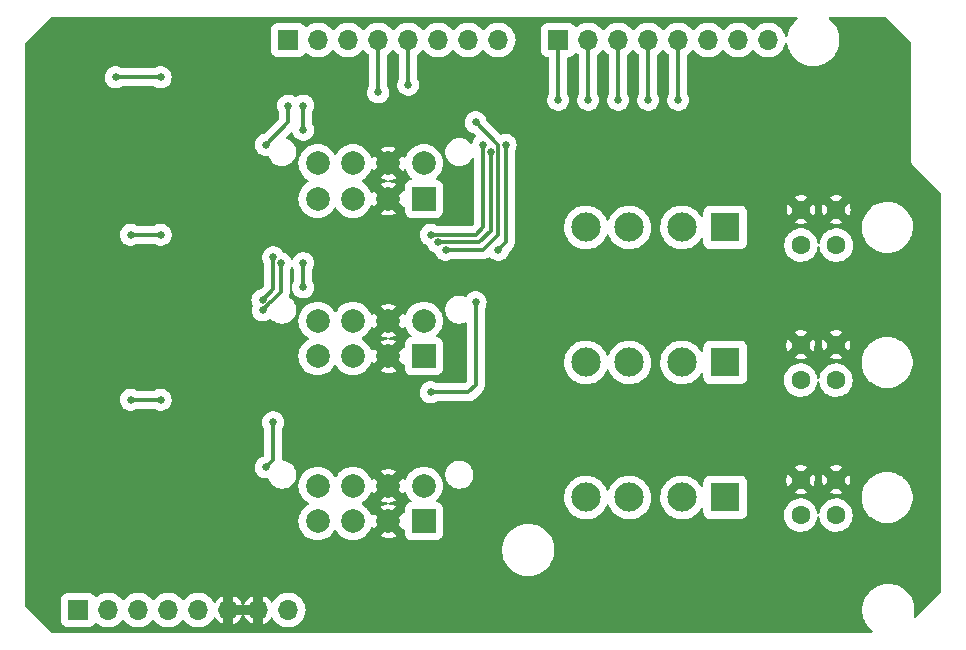
<source format=gbr>
%TF.GenerationSoftware,KiCad,Pcbnew,(6.0.7)*%
%TF.CreationDate,2022-08-17T13:42:15+03:00*%
%TF.ProjectId,Master Shield,4d617374-6572-4205-9368-69656c642e6b,1*%
%TF.SameCoordinates,Original*%
%TF.FileFunction,Copper,L2,Bot*%
%TF.FilePolarity,Positive*%
%FSLAX46Y46*%
G04 Gerber Fmt 4.6, Leading zero omitted, Abs format (unit mm)*
G04 Created by KiCad (PCBNEW (6.0.7)) date 2022-08-17 13:42:15*
%MOMM*%
%LPD*%
G01*
G04 APERTURE LIST*
%TA.AperFunction,ComponentPad*%
%ADD10C,1.600000*%
%TD*%
%TA.AperFunction,ComponentPad*%
%ADD11R,2.000000X2.000000*%
%TD*%
%TA.AperFunction,ComponentPad*%
%ADD12C,2.000000*%
%TD*%
%TA.AperFunction,ComponentPad*%
%ADD13C,2.480000*%
%TD*%
%TA.AperFunction,ComponentPad*%
%ADD14R,2.480000X2.480000*%
%TD*%
%TA.AperFunction,ComponentPad*%
%ADD15R,1.700000X1.700000*%
%TD*%
%TA.AperFunction,ComponentPad*%
%ADD16O,1.700000X1.700000*%
%TD*%
%TA.AperFunction,ViaPad*%
%ADD17C,0.812800*%
%TD*%
%TA.AperFunction,ViaPad*%
%ADD18C,0.635000*%
%TD*%
%TA.AperFunction,Conductor*%
%ADD19C,0.304800*%
%TD*%
G04 APERTURE END LIST*
D10*
%TO.P,PSU1,1,Pin_1*%
%TO.N,GND*%
X92135629Y36434393D03*
%TO.P,PSU1,2,Pin_2*%
%TO.N,+12V*%
X92135629Y33434647D03*
%TO.P,PSU1,3,Pin_3*%
%TO.N,GND*%
X89135883Y36434393D03*
%TO.P,PSU1,4,Pin_4*%
%TO.N,+12V*%
X89135883Y33434647D03*
%TD*%
D11*
%TO.P,BUS3,1,Pin_1*%
%TO.N,12V_3_Fused*%
X57205127Y10049873D03*
D12*
%TO.P,BUS3,2,Pin_2*%
%TO.N,GND*%
X54205127Y10049873D03*
%TO.P,BUS3,3,Pin_3*%
%TO.N,unconnected-(BUS3-Pad3)*%
X51205127Y10049873D03*
%TO.P,BUS3,4,Pin_4*%
%TO.N,unconnected-(BUS3-Pad4)*%
X48205127Y10049873D03*
%TO.P,BUS3,5,Pin_5*%
%TO.N,12V_3_Fused*%
X57205127Y13049873D03*
%TO.P,BUS3,6,Pin_6*%
%TO.N,GND*%
X54205127Y13049873D03*
%TO.P,BUS3,7,Pin_7*%
%TO.N,RS485-3-*%
X51205127Y13049873D03*
%TO.P,BUS3,8,Pin_8*%
%TO.N,RS485-3+*%
X48205127Y13049873D03*
%TD*%
D10*
%TO.P,PSU3,1,Pin_1*%
%TO.N,GND*%
X92101029Y13566143D03*
%TO.P,PSU3,2,Pin_2*%
%TO.N,+12V_3*%
X92101029Y10566397D03*
%TO.P,PSU3,3,Pin_3*%
%TO.N,GND*%
X89101283Y13566143D03*
%TO.P,PSU3,4,Pin_4*%
%TO.N,+12V_3*%
X89101283Y10566397D03*
%TD*%
%TO.P,PSU2,1,Pin_1*%
%TO.N,GND*%
X92101029Y24996143D03*
%TO.P,PSU2,2,Pin_2*%
%TO.N,+12V_2*%
X92101029Y21996397D03*
%TO.P,PSU2,3,Pin_3*%
%TO.N,GND*%
X89101283Y24996143D03*
%TO.P,PSU2,4,Pin_4*%
%TO.N,+12V_2*%
X89101283Y21996397D03*
%TD*%
D13*
%TO.P,F2,1*%
%TO.N,+12V_2*%
X79070000Y23495000D03*
D14*
X82730000Y23495000D03*
D13*
%TO.P,F2,2*%
%TO.N,/12V_2_Fused*%
X74600000Y23495000D03*
X70940000Y23495000D03*
%TD*%
D11*
%TO.P,BUS2,1,Pin_1*%
%TO.N,/12V_2_Fused*%
X57205127Y24019873D03*
D12*
%TO.P,BUS2,2,Pin_2*%
%TO.N,GND*%
X54205127Y24019873D03*
%TO.P,BUS2,3,Pin_3*%
%TO.N,unconnected-(BUS2-Pad3)*%
X51205127Y24019873D03*
%TO.P,BUS2,4,Pin_4*%
%TO.N,unconnected-(BUS2-Pad4)*%
X48205127Y24019873D03*
%TO.P,BUS2,5,Pin_5*%
%TO.N,/12V_2_Fused*%
X57205127Y27019873D03*
%TO.P,BUS2,6,Pin_6*%
%TO.N,GND*%
X54205127Y27019873D03*
%TO.P,BUS2,7,Pin_7*%
%TO.N,RS485-2-*%
X51205127Y27019873D03*
%TO.P,BUS2,8,Pin_8*%
%TO.N,RS485-2+*%
X48205127Y27019873D03*
%TD*%
D14*
%TO.P,F1,1*%
%TO.N,+12V*%
X82730000Y34925000D03*
D13*
X79070000Y34925000D03*
%TO.P,F1,2*%
%TO.N,/12V_Fused*%
X74600000Y34925000D03*
X70940000Y34925000D03*
%TD*%
D14*
%TO.P,F3,1*%
%TO.N,+12V_3*%
X82730000Y12065000D03*
D13*
X79070000Y12065000D03*
%TO.P,F3,2*%
%TO.N,12V_3_Fused*%
X70940000Y12065000D03*
X74600000Y12065000D03*
%TD*%
D11*
%TO.P,BUS1,1,Pin_1*%
%TO.N,/12V_Fused*%
X57205127Y37354873D03*
D12*
%TO.P,BUS1,2,Pin_2*%
%TO.N,GND*%
X54205127Y37354873D03*
%TO.P,BUS1,3,Pin_3*%
%TO.N,unconnected-(BUS1-Pad3)*%
X51205127Y37354873D03*
%TO.P,BUS1,4,Pin_4*%
%TO.N,unconnected-(BUS1-Pad4)*%
X48205127Y37354873D03*
%TO.P,BUS1,5,Pin_5*%
%TO.N,/12V_Fused*%
X57205127Y40354873D03*
%TO.P,BUS1,6,Pin_6*%
%TO.N,GND*%
X54205127Y40354873D03*
%TO.P,BUS1,7,Pin_7*%
%TO.N,RS485-1-*%
X51205127Y40354873D03*
%TO.P,BUS1,8,Pin_8*%
%TO.N,RS485-1+*%
X48205127Y40354873D03*
%TD*%
D15*
%TO.P,J1,1,Pin_1*%
%TO.N,unconnected-(J1-Pad1)*%
X27940000Y2540000D03*
D16*
%TO.P,J1,2,Pin_2*%
%TO.N,/IOREF*%
X30480000Y2540000D03*
%TO.P,J1,3,Pin_3*%
%TO.N,/~{RESET}*%
X33020000Y2540000D03*
%TO.P,J1,4,Pin_4*%
%TO.N,+3V3*%
X35560000Y2540000D03*
%TO.P,J1,5,Pin_5*%
%TO.N,+5V*%
X38100000Y2540000D03*
%TO.P,J1,6,Pin_6*%
%TO.N,GND*%
X40640000Y2540000D03*
%TO.P,J1,7,Pin_7*%
X43180000Y2540000D03*
%TO.P,J1,8,Pin_8*%
%TO.N,12V_3_Fused*%
X45720000Y2540000D03*
%TD*%
D15*
%TO.P,J2,1,Pin_1*%
%TO.N,/\u002A7*%
X45720000Y50800000D03*
D16*
%TO.P,J2,2,Pin_2*%
%TO.N,/\u002A6*%
X48260000Y50800000D03*
%TO.P,J2,3,Pin_3*%
%TO.N,/\u002A5*%
X50800000Y50800000D03*
%TO.P,J2,4,Pin_4*%
%TO.N,\u002A4*%
X53340000Y50800000D03*
%TO.P,J2,5,Pin_5*%
%TO.N,\u002A3*%
X55880000Y50800000D03*
%TO.P,J2,6,Pin_6*%
%TO.N,\u002A2*%
X58420000Y50800000D03*
%TO.P,J2,7,Pin_7*%
%TO.N,/TX0{slash}1*%
X60960000Y50800000D03*
%TO.P,J2,8,Pin_8*%
%TO.N,/RX0{slash}0*%
X63500000Y50800000D03*
%TD*%
D15*
%TO.P,J3,1,Pin_1*%
%TO.N,TX3{slash}14*%
X68580000Y50800000D03*
D16*
%TO.P,J3,2,Pin_2*%
%TO.N,RX3{slash}15*%
X71120000Y50800000D03*
%TO.P,J3,3,Pin_3*%
%TO.N,TX2{slash}16*%
X73660000Y50800000D03*
%TO.P,J3,4,Pin_4*%
%TO.N,RX2{slash}17*%
X76200000Y50800000D03*
%TO.P,J3,5,Pin_5*%
%TO.N,TX1{slash}18*%
X78740000Y50800000D03*
%TO.P,J3,6,Pin_6*%
%TO.N,RX1{slash}19*%
X81280000Y50800000D03*
%TO.P,J3,7,Pin_7*%
%TO.N,/SDA{slash}20*%
X83820000Y50800000D03*
%TO.P,J3,8,Pin_8*%
%TO.N,/SCL{slash}21*%
X86360000Y50800000D03*
%TD*%
D17*
%TO.N,GND*%
X40640000Y29845000D03*
X36830000Y42545000D03*
X36830000Y29845000D03*
X36164061Y34925000D03*
X36209019Y48311000D03*
X38735000Y41275000D03*
X36830000Y15240000D03*
X36164061Y20955000D03*
X41275000Y15240000D03*
X36195000Y46990000D03*
X37465000Y36195000D03*
X37465000Y22225000D03*
D18*
%TO.N,+5V*%
X32385000Y20320000D03*
X34925000Y20320000D03*
X31115000Y47625000D03*
X32385000Y34290000D03*
X34925000Y47625000D03*
X34925000Y34290000D03*
%TO.N,\u002A4*%
X53340000Y46355000D03*
X46990000Y31909401D03*
X59055000Y33020000D03*
X61595000Y43815000D03*
X46990000Y29845000D03*
%TO.N,\u002A3*%
X55880000Y46990000D03*
X46990000Y45244401D03*
X46990000Y43180000D03*
%TO.N,TX3{slash}14*%
X61595000Y28575000D03*
X68580000Y45720000D03*
X43815000Y14605000D03*
X44450000Y18415000D03*
X63500000Y33020000D03*
X57785000Y20955000D03*
X64135000Y41910000D03*
%TO.N,RX3{slash}15*%
X71120000Y45720000D03*
X58420000Y33655000D03*
X45085000Y31909401D03*
X62865000Y41275000D03*
X43568227Y27922421D03*
%TO.N,TX2{slash}16*%
X62230000Y41910000D03*
X57785000Y34290000D03*
X44450000Y32385000D03*
X43545135Y28778688D03*
X73660000Y45720000D03*
%TO.N,RX2{slash}17*%
X43815000Y41910000D03*
X45720000Y45244401D03*
X76200000Y45720000D03*
%TO.N,TX1{slash}18*%
X78740000Y45720000D03*
%TD*%
D19*
%TO.N,+5V*%
X34925000Y34290000D02*
X32385000Y34290000D01*
X34925000Y20320000D02*
X32385000Y20320000D01*
X34925000Y47625000D02*
X31115000Y47625000D01*
%TO.N,\u002A4*%
X59055000Y33020000D02*
X62230000Y33020000D01*
X53340000Y46355000D02*
X53340000Y50800000D01*
X63500000Y34290000D02*
X63500000Y41910000D01*
X63500000Y41910000D02*
X61595000Y43815000D01*
X62230000Y33020000D02*
X63500000Y34290000D01*
X46990000Y29845000D02*
X46990000Y31909401D01*
%TO.N,\u002A3*%
X55880000Y46990000D02*
X55880000Y50800000D01*
X46990000Y43180000D02*
X46990000Y45244401D01*
%TO.N,TX3{slash}14*%
X43815000Y14605000D02*
X44450000Y15240000D01*
X60985000Y20955000D02*
X61595000Y21565000D01*
X61595000Y21565000D02*
X61595000Y28575000D01*
X44450000Y15240000D02*
X44450000Y18415000D01*
X63500000Y33020000D02*
X64135000Y33655000D01*
X68580000Y45720000D02*
X68580000Y50800000D01*
X64135000Y33655000D02*
X64135000Y41910000D01*
X57785000Y20955000D02*
X60985000Y20955000D01*
%TO.N,RX3{slash}15*%
X58420000Y33655000D02*
X61889151Y33655000D01*
X61889151Y33655000D02*
X62865000Y34630849D01*
X62865000Y34630849D02*
X62865000Y41275000D01*
X45085000Y29436534D02*
X44223466Y28575000D01*
X44223466Y28575000D02*
X44220806Y28575000D01*
X71120000Y45720000D02*
X71120000Y50800000D01*
X44220806Y28575000D02*
X43568227Y27922421D01*
X45085000Y31909401D02*
X45085000Y29436534D01*
%TO.N,TX2{slash}16*%
X43545135Y28778688D02*
X44450000Y29683553D01*
X44450000Y29683553D02*
X44450000Y32385000D01*
X73660000Y45720000D02*
X73660000Y50800000D01*
X62230000Y34925000D02*
X62230000Y41910000D01*
X61595000Y34290000D02*
X62230000Y34925000D01*
X57785000Y34290000D02*
X61595000Y34290000D01*
%TO.N,RX2{slash}17*%
X45720000Y43815000D02*
X43815000Y41910000D01*
X76200000Y45720000D02*
X76200000Y50800000D01*
X45720000Y45244401D02*
X45720000Y43815000D01*
%TO.N,TX1{slash}18*%
X78740000Y45720000D02*
X78740000Y50800000D01*
%TD*%
%TA.AperFunction,Conductor*%
%TO.N,GND*%
G36*
X88813330Y52710687D02*
G01*
X88849875Y52660387D01*
X88849875Y52598213D01*
X88812045Y52546994D01*
X88775889Y52521583D01*
X88555142Y52316453D01*
X88552969Y52313798D01*
X88552967Y52313796D01*
X88507198Y52257877D01*
X88364277Y52083261D01*
X88206825Y51826323D01*
X88205451Y51823192D01*
X88205449Y51823189D01*
X88145537Y51686704D01*
X88085701Y51550394D01*
X88084764Y51547104D01*
X88084762Y51547099D01*
X88068083Y51488547D01*
X88003145Y51260579D01*
X87999912Y51237863D01*
X87983782Y51124526D01*
X87956430Y51068692D01*
X87901482Y51039599D01*
X87839928Y51048359D01*
X87795279Y51091627D01*
X87786617Y51114193D01*
X87756408Y51234459D01*
X87746940Y51272153D01*
X87651201Y51492336D01*
X87520787Y51693926D01*
X87359199Y51871509D01*
X87306458Y51913161D01*
X87174009Y52017763D01*
X87174007Y52017764D01*
X87170776Y52020316D01*
X87086290Y52066955D01*
X86964193Y52134357D01*
X86964188Y52134359D01*
X86960580Y52136351D01*
X86734255Y52216497D01*
X86730192Y52217221D01*
X86730191Y52217221D01*
X86681792Y52225842D01*
X86497878Y52258602D01*
X86493749Y52258652D01*
X86493743Y52258653D01*
X86261926Y52261485D01*
X86261921Y52261485D01*
X86257800Y52261535D01*
X86253730Y52260912D01*
X86253727Y52260912D01*
X86129307Y52241873D01*
X86020465Y52225218D01*
X85792249Y52150625D01*
X85737019Y52121874D01*
X85620736Y52061341D01*
X85579281Y52039761D01*
X85575987Y52037288D01*
X85575981Y52037284D01*
X85549982Y52017763D01*
X85387279Y51895602D01*
X85384430Y51892620D01*
X85384427Y51892618D01*
X85301375Y51805709D01*
X85221400Y51722020D01*
X85219072Y51718607D01*
X85173904Y51652393D01*
X85124710Y51614371D01*
X85062563Y51612526D01*
X85011201Y51647563D01*
X85006333Y51654439D01*
X84983033Y51690455D01*
X84983030Y51690459D01*
X84980787Y51693926D01*
X84819199Y51871509D01*
X84766458Y51913161D01*
X84634009Y52017763D01*
X84634007Y52017764D01*
X84630776Y52020316D01*
X84546290Y52066955D01*
X84424193Y52134357D01*
X84424188Y52134359D01*
X84420580Y52136351D01*
X84194255Y52216497D01*
X84190192Y52217221D01*
X84190191Y52217221D01*
X84141792Y52225842D01*
X83957878Y52258602D01*
X83953749Y52258652D01*
X83953743Y52258653D01*
X83721926Y52261485D01*
X83721921Y52261485D01*
X83717800Y52261535D01*
X83713730Y52260912D01*
X83713727Y52260912D01*
X83589307Y52241873D01*
X83480465Y52225218D01*
X83252249Y52150625D01*
X83197019Y52121874D01*
X83080736Y52061341D01*
X83039281Y52039761D01*
X83035987Y52037288D01*
X83035981Y52037284D01*
X83009982Y52017763D01*
X82847279Y51895602D01*
X82844430Y51892620D01*
X82844427Y51892618D01*
X82761375Y51805709D01*
X82681400Y51722020D01*
X82679072Y51718607D01*
X82633904Y51652393D01*
X82584710Y51614371D01*
X82522563Y51612526D01*
X82471201Y51647563D01*
X82466333Y51654439D01*
X82443033Y51690455D01*
X82443030Y51690459D01*
X82440787Y51693926D01*
X82279199Y51871509D01*
X82226458Y51913161D01*
X82094009Y52017763D01*
X82094007Y52017764D01*
X82090776Y52020316D01*
X82006290Y52066955D01*
X81884193Y52134357D01*
X81884188Y52134359D01*
X81880580Y52136351D01*
X81654255Y52216497D01*
X81650192Y52217221D01*
X81650191Y52217221D01*
X81601792Y52225842D01*
X81417878Y52258602D01*
X81413749Y52258652D01*
X81413743Y52258653D01*
X81181926Y52261485D01*
X81181921Y52261485D01*
X81177800Y52261535D01*
X81173730Y52260912D01*
X81173727Y52260912D01*
X81049307Y52241873D01*
X80940465Y52225218D01*
X80712249Y52150625D01*
X80657019Y52121874D01*
X80540736Y52061341D01*
X80499281Y52039761D01*
X80495987Y52037288D01*
X80495981Y52037284D01*
X80469982Y52017763D01*
X80307279Y51895602D01*
X80304430Y51892620D01*
X80304427Y51892618D01*
X80221375Y51805709D01*
X80141400Y51722020D01*
X80139072Y51718607D01*
X80093904Y51652393D01*
X80044710Y51614371D01*
X79982563Y51612526D01*
X79931201Y51647563D01*
X79926333Y51654439D01*
X79903033Y51690455D01*
X79903030Y51690459D01*
X79900787Y51693926D01*
X79739199Y51871509D01*
X79686458Y51913161D01*
X79554009Y52017763D01*
X79554007Y52017764D01*
X79550776Y52020316D01*
X79466290Y52066955D01*
X79344193Y52134357D01*
X79344188Y52134359D01*
X79340580Y52136351D01*
X79114255Y52216497D01*
X79110192Y52217221D01*
X79110191Y52217221D01*
X79061792Y52225842D01*
X78877878Y52258602D01*
X78873749Y52258652D01*
X78873743Y52258653D01*
X78641926Y52261485D01*
X78641921Y52261485D01*
X78637800Y52261535D01*
X78633730Y52260912D01*
X78633727Y52260912D01*
X78509307Y52241873D01*
X78400465Y52225218D01*
X78172249Y52150625D01*
X78117019Y52121874D01*
X78000736Y52061341D01*
X77959281Y52039761D01*
X77955987Y52037288D01*
X77955981Y52037284D01*
X77929982Y52017763D01*
X77767279Y51895602D01*
X77764430Y51892620D01*
X77764427Y51892618D01*
X77681375Y51805709D01*
X77601400Y51722020D01*
X77599072Y51718607D01*
X77553904Y51652393D01*
X77504710Y51614371D01*
X77442563Y51612526D01*
X77391201Y51647563D01*
X77386333Y51654439D01*
X77363033Y51690455D01*
X77363030Y51690459D01*
X77360787Y51693926D01*
X77199199Y51871509D01*
X77146458Y51913161D01*
X77014009Y52017763D01*
X77014007Y52017764D01*
X77010776Y52020316D01*
X76926290Y52066955D01*
X76804193Y52134357D01*
X76804188Y52134359D01*
X76800580Y52136351D01*
X76574255Y52216497D01*
X76570192Y52217221D01*
X76570191Y52217221D01*
X76521792Y52225842D01*
X76337878Y52258602D01*
X76333749Y52258652D01*
X76333743Y52258653D01*
X76101926Y52261485D01*
X76101921Y52261485D01*
X76097800Y52261535D01*
X76093730Y52260912D01*
X76093727Y52260912D01*
X75969307Y52241873D01*
X75860465Y52225218D01*
X75632249Y52150625D01*
X75577019Y52121874D01*
X75460736Y52061341D01*
X75419281Y52039761D01*
X75415987Y52037288D01*
X75415981Y52037284D01*
X75389982Y52017763D01*
X75227279Y51895602D01*
X75224430Y51892620D01*
X75224427Y51892618D01*
X75141375Y51805709D01*
X75061400Y51722020D01*
X75059072Y51718607D01*
X75013904Y51652393D01*
X74964710Y51614371D01*
X74902563Y51612526D01*
X74851201Y51647563D01*
X74846333Y51654439D01*
X74823033Y51690455D01*
X74823030Y51690459D01*
X74820787Y51693926D01*
X74659199Y51871509D01*
X74606458Y51913161D01*
X74474009Y52017763D01*
X74474007Y52017764D01*
X74470776Y52020316D01*
X74386290Y52066955D01*
X74264193Y52134357D01*
X74264188Y52134359D01*
X74260580Y52136351D01*
X74034255Y52216497D01*
X74030192Y52217221D01*
X74030191Y52217221D01*
X73981792Y52225842D01*
X73797878Y52258602D01*
X73793749Y52258652D01*
X73793743Y52258653D01*
X73561926Y52261485D01*
X73561921Y52261485D01*
X73557800Y52261535D01*
X73553730Y52260912D01*
X73553727Y52260912D01*
X73429307Y52241873D01*
X73320465Y52225218D01*
X73092249Y52150625D01*
X73037019Y52121874D01*
X72920736Y52061341D01*
X72879281Y52039761D01*
X72875987Y52037288D01*
X72875981Y52037284D01*
X72849982Y52017763D01*
X72687279Y51895602D01*
X72684430Y51892620D01*
X72684427Y51892618D01*
X72601375Y51805709D01*
X72521400Y51722020D01*
X72519072Y51718607D01*
X72473904Y51652393D01*
X72424710Y51614371D01*
X72362563Y51612526D01*
X72311201Y51647563D01*
X72306333Y51654439D01*
X72283033Y51690455D01*
X72283030Y51690459D01*
X72280787Y51693926D01*
X72119199Y51871509D01*
X72066458Y51913161D01*
X71934009Y52017763D01*
X71934007Y52017764D01*
X71930776Y52020316D01*
X71846290Y52066955D01*
X71724193Y52134357D01*
X71724188Y52134359D01*
X71720580Y52136351D01*
X71494255Y52216497D01*
X71490192Y52217221D01*
X71490191Y52217221D01*
X71441792Y52225842D01*
X71257878Y52258602D01*
X71253749Y52258652D01*
X71253743Y52258653D01*
X71021926Y52261485D01*
X71021921Y52261485D01*
X71017800Y52261535D01*
X71013730Y52260912D01*
X71013727Y52260912D01*
X70889307Y52241873D01*
X70780465Y52225218D01*
X70552249Y52150625D01*
X70497019Y52121874D01*
X70380736Y52061341D01*
X70339281Y52039761D01*
X70335987Y52037288D01*
X70335981Y52037284D01*
X70309982Y52017763D01*
X70147279Y51895602D01*
X70143228Y51891363D01*
X70142684Y51891070D01*
X70141339Y51889876D01*
X70141057Y51890194D01*
X70088489Y51861884D01*
X70026875Y51870209D01*
X69981922Y51913161D01*
X69977552Y51922363D01*
X69965447Y51951587D01*
X69962922Y51957683D01*
X69865129Y52085129D01*
X69737682Y52182922D01*
X69731595Y52185443D01*
X69731592Y52185445D01*
X69659951Y52215119D01*
X69589268Y52244397D01*
X69582732Y52245257D01*
X69582730Y52245258D01*
X69473254Y52259671D01*
X69473247Y52259671D01*
X69469992Y52260100D01*
X67690008Y52260100D01*
X67686753Y52259671D01*
X67686746Y52259671D01*
X67577270Y52245258D01*
X67577268Y52245257D01*
X67570732Y52244397D01*
X67422317Y52182922D01*
X67294871Y52085129D01*
X67197078Y51957682D01*
X67135603Y51809268D01*
X67134743Y51802732D01*
X67134742Y51802730D01*
X67120418Y51693926D01*
X67119900Y51689992D01*
X67119900Y49910008D01*
X67120329Y49906753D01*
X67120329Y49906746D01*
X67130585Y49828845D01*
X67135603Y49790732D01*
X67197078Y49642317D01*
X67294871Y49514871D01*
X67422318Y49417078D01*
X67428405Y49414557D01*
X67428408Y49414555D01*
X67482268Y49392246D01*
X67570732Y49355603D01*
X67577268Y49354743D01*
X67577270Y49354742D01*
X67686746Y49340329D01*
X67686753Y49340329D01*
X67690008Y49339900D01*
X67716900Y49339900D01*
X67776031Y49320687D01*
X67812576Y49270387D01*
X67817500Y49239300D01*
X67817500Y46281465D01*
X67804022Y46231166D01*
X67727928Y46099367D01*
X67715917Y46062400D01*
X67686241Y45971066D01*
X67667673Y45913921D01*
X67647291Y45720000D01*
X67667673Y45526079D01*
X67727928Y45340633D01*
X67825423Y45171767D01*
X67955896Y45026862D01*
X67960155Y45023767D01*
X67960158Y45023765D01*
X68042473Y44963960D01*
X68113645Y44912250D01*
X68291777Y44832941D01*
X68296927Y44831846D01*
X68296928Y44831846D01*
X68477351Y44793495D01*
X68477356Y44793494D01*
X68482505Y44792400D01*
X68677495Y44792400D01*
X68682644Y44793494D01*
X68682649Y44793495D01*
X68863072Y44831846D01*
X68863073Y44831846D01*
X68868223Y44832941D01*
X69046355Y44912250D01*
X69117527Y44963960D01*
X69199842Y45023765D01*
X69199845Y45023767D01*
X69204104Y45026862D01*
X69334577Y45171767D01*
X69432072Y45340633D01*
X69492327Y45526079D01*
X69512709Y45720000D01*
X69492327Y45913921D01*
X69473760Y45971066D01*
X69444083Y46062400D01*
X69432072Y46099367D01*
X69355978Y46231166D01*
X69342500Y46281465D01*
X69342500Y49239300D01*
X69361713Y49298431D01*
X69412013Y49334976D01*
X69443100Y49339900D01*
X69469992Y49339900D01*
X69473247Y49340329D01*
X69473254Y49340329D01*
X69582730Y49354742D01*
X69582732Y49354743D01*
X69589268Y49355603D01*
X69737683Y49417078D01*
X69865129Y49514871D01*
X69962922Y49642318D01*
X69978665Y49680325D01*
X70019044Y49727602D01*
X70079501Y49742116D01*
X70135868Y49719228D01*
X70279651Y49599857D01*
X70283216Y49597774D01*
X70283220Y49597771D01*
X70307655Y49583493D01*
X70349015Y49537071D01*
X70357500Y49496635D01*
X70357500Y46281465D01*
X70344022Y46231166D01*
X70267928Y46099367D01*
X70255917Y46062400D01*
X70226241Y45971066D01*
X70207673Y45913921D01*
X70187291Y45720000D01*
X70207673Y45526079D01*
X70267928Y45340633D01*
X70365423Y45171767D01*
X70495896Y45026862D01*
X70500155Y45023767D01*
X70500158Y45023765D01*
X70582473Y44963960D01*
X70653645Y44912250D01*
X70831777Y44832941D01*
X70836927Y44831846D01*
X70836928Y44831846D01*
X71017351Y44793495D01*
X71017356Y44793494D01*
X71022505Y44792400D01*
X71217495Y44792400D01*
X71222644Y44793494D01*
X71222649Y44793495D01*
X71403072Y44831846D01*
X71403073Y44831846D01*
X71408223Y44832941D01*
X71586355Y44912250D01*
X71657527Y44963960D01*
X71739842Y45023765D01*
X71739845Y45023767D01*
X71744104Y45026862D01*
X71874577Y45171767D01*
X71972072Y45340633D01*
X72032327Y45526079D01*
X72052709Y45720000D01*
X72032327Y45913921D01*
X72013760Y45971066D01*
X71984083Y46062400D01*
X71972072Y46099367D01*
X71895978Y46231166D01*
X71882500Y46281465D01*
X71882500Y49498497D01*
X71901713Y49557628D01*
X71924681Y49580397D01*
X72062303Y49678562D01*
X72062306Y49678564D01*
X72065663Y49680959D01*
X72235733Y49850437D01*
X72238138Y49853784D01*
X72238145Y49853792D01*
X72305852Y49948016D01*
X72355960Y49984824D01*
X72418133Y49985150D01*
X72468624Y49948868D01*
X72473324Y49941873D01*
X72477719Y49934701D01*
X72634920Y49753223D01*
X72638088Y49750593D01*
X72638093Y49750588D01*
X72761173Y49648406D01*
X72819651Y49599857D01*
X72823216Y49597774D01*
X72823220Y49597771D01*
X72847655Y49583493D01*
X72889015Y49537071D01*
X72897500Y49496635D01*
X72897500Y46281465D01*
X72884022Y46231166D01*
X72807928Y46099367D01*
X72795917Y46062400D01*
X72766241Y45971066D01*
X72747673Y45913921D01*
X72727291Y45720000D01*
X72747673Y45526079D01*
X72807928Y45340633D01*
X72905423Y45171767D01*
X73035896Y45026862D01*
X73040155Y45023767D01*
X73040158Y45023765D01*
X73122473Y44963960D01*
X73193645Y44912250D01*
X73371777Y44832941D01*
X73376927Y44831846D01*
X73376928Y44831846D01*
X73557351Y44793495D01*
X73557356Y44793494D01*
X73562505Y44792400D01*
X73757495Y44792400D01*
X73762644Y44793494D01*
X73762649Y44793495D01*
X73943072Y44831846D01*
X73943073Y44831846D01*
X73948223Y44832941D01*
X74126355Y44912250D01*
X74197527Y44963960D01*
X74279842Y45023765D01*
X74279845Y45023767D01*
X74284104Y45026862D01*
X74414577Y45171767D01*
X74512072Y45340633D01*
X74572327Y45526079D01*
X74592709Y45720000D01*
X74572327Y45913921D01*
X74553760Y45971066D01*
X74524083Y46062400D01*
X74512072Y46099367D01*
X74435978Y46231166D01*
X74422500Y46281465D01*
X74422500Y49498497D01*
X74441713Y49557628D01*
X74464681Y49580397D01*
X74602303Y49678562D01*
X74602306Y49678564D01*
X74605663Y49680959D01*
X74775733Y49850437D01*
X74778138Y49853784D01*
X74778145Y49853792D01*
X74845852Y49948016D01*
X74895960Y49984824D01*
X74958133Y49985150D01*
X75008624Y49948868D01*
X75013324Y49941873D01*
X75017719Y49934701D01*
X75174920Y49753223D01*
X75178088Y49750593D01*
X75178093Y49750588D01*
X75301173Y49648406D01*
X75359651Y49599857D01*
X75363216Y49597774D01*
X75363220Y49597771D01*
X75387655Y49583493D01*
X75429015Y49537071D01*
X75437500Y49496635D01*
X75437500Y46281465D01*
X75424022Y46231166D01*
X75347928Y46099367D01*
X75335917Y46062400D01*
X75306241Y45971066D01*
X75287673Y45913921D01*
X75267291Y45720000D01*
X75287673Y45526079D01*
X75347928Y45340633D01*
X75445423Y45171767D01*
X75575896Y45026862D01*
X75580155Y45023767D01*
X75580158Y45023765D01*
X75662473Y44963960D01*
X75733645Y44912250D01*
X75911777Y44832941D01*
X75916927Y44831846D01*
X75916928Y44831846D01*
X76097351Y44793495D01*
X76097356Y44793494D01*
X76102505Y44792400D01*
X76297495Y44792400D01*
X76302644Y44793494D01*
X76302649Y44793495D01*
X76483072Y44831846D01*
X76483073Y44831846D01*
X76488223Y44832941D01*
X76666355Y44912250D01*
X76737527Y44963960D01*
X76819842Y45023765D01*
X76819845Y45023767D01*
X76824104Y45026862D01*
X76954577Y45171767D01*
X77052072Y45340633D01*
X77112327Y45526079D01*
X77132709Y45720000D01*
X77112327Y45913921D01*
X77093760Y45971066D01*
X77064083Y46062400D01*
X77052072Y46099367D01*
X76975978Y46231166D01*
X76962500Y46281465D01*
X76962500Y49498497D01*
X76981713Y49557628D01*
X77004681Y49580397D01*
X77142303Y49678562D01*
X77142306Y49678564D01*
X77145663Y49680959D01*
X77315733Y49850437D01*
X77318138Y49853784D01*
X77318145Y49853792D01*
X77385852Y49948016D01*
X77435960Y49984824D01*
X77498133Y49985150D01*
X77548624Y49948868D01*
X77553324Y49941873D01*
X77557719Y49934701D01*
X77714920Y49753223D01*
X77718088Y49750593D01*
X77718093Y49750588D01*
X77841173Y49648406D01*
X77899651Y49599857D01*
X77903216Y49597774D01*
X77903220Y49597771D01*
X77927655Y49583493D01*
X77969015Y49537071D01*
X77977500Y49496635D01*
X77977500Y46281465D01*
X77964022Y46231166D01*
X77887928Y46099367D01*
X77875917Y46062400D01*
X77846241Y45971066D01*
X77827673Y45913921D01*
X77807291Y45720000D01*
X77827673Y45526079D01*
X77887928Y45340633D01*
X77985423Y45171767D01*
X78115896Y45026862D01*
X78120155Y45023767D01*
X78120158Y45023765D01*
X78202473Y44963960D01*
X78273645Y44912250D01*
X78451777Y44832941D01*
X78456927Y44831846D01*
X78456928Y44831846D01*
X78637351Y44793495D01*
X78637356Y44793494D01*
X78642505Y44792400D01*
X78837495Y44792400D01*
X78842644Y44793494D01*
X78842649Y44793495D01*
X79023072Y44831846D01*
X79023073Y44831846D01*
X79028223Y44832941D01*
X79206355Y44912250D01*
X79277527Y44963960D01*
X79359842Y45023765D01*
X79359845Y45023767D01*
X79364104Y45026862D01*
X79494577Y45171767D01*
X79592072Y45340633D01*
X79652327Y45526079D01*
X79672709Y45720000D01*
X79652327Y45913921D01*
X79633760Y45971066D01*
X79604083Y46062400D01*
X79592072Y46099367D01*
X79515978Y46231166D01*
X79502500Y46281465D01*
X79502500Y49498497D01*
X79521713Y49557628D01*
X79544681Y49580397D01*
X79682303Y49678562D01*
X79682306Y49678564D01*
X79685663Y49680959D01*
X79855733Y49850437D01*
X79858138Y49853784D01*
X79858145Y49853792D01*
X79925852Y49948016D01*
X79975960Y49984824D01*
X80038133Y49985150D01*
X80088624Y49948868D01*
X80093324Y49941873D01*
X80097719Y49934701D01*
X80254920Y49753223D01*
X80258088Y49750593D01*
X80258093Y49750588D01*
X80381173Y49648406D01*
X80439651Y49599857D01*
X80443221Y49597771D01*
X80616295Y49496635D01*
X80646949Y49478722D01*
X80871249Y49393070D01*
X80875292Y49392247D01*
X80875297Y49392246D01*
X81102480Y49346025D01*
X81102482Y49346025D01*
X81106526Y49345202D01*
X81346461Y49336404D01*
X81584612Y49366912D01*
X81814582Y49435906D01*
X82030196Y49541534D01*
X82084680Y49580397D01*
X82222303Y49678562D01*
X82222306Y49678564D01*
X82225663Y49680959D01*
X82395733Y49850437D01*
X82398138Y49853784D01*
X82398145Y49853792D01*
X82465852Y49948016D01*
X82515960Y49984824D01*
X82578133Y49985150D01*
X82628624Y49948868D01*
X82633324Y49941873D01*
X82637719Y49934701D01*
X82794920Y49753223D01*
X82798088Y49750593D01*
X82798093Y49750588D01*
X82921173Y49648406D01*
X82979651Y49599857D01*
X82983221Y49597771D01*
X83156295Y49496635D01*
X83186949Y49478722D01*
X83411249Y49393070D01*
X83415292Y49392247D01*
X83415297Y49392246D01*
X83642480Y49346025D01*
X83642482Y49346025D01*
X83646526Y49345202D01*
X83886461Y49336404D01*
X84124612Y49366912D01*
X84354582Y49435906D01*
X84570196Y49541534D01*
X84624680Y49580397D01*
X84762303Y49678562D01*
X84762306Y49678564D01*
X84765663Y49680959D01*
X84935733Y49850437D01*
X84938138Y49853784D01*
X84938145Y49853792D01*
X85005852Y49948016D01*
X85055960Y49984824D01*
X85118133Y49985150D01*
X85168624Y49948868D01*
X85173324Y49941873D01*
X85177719Y49934701D01*
X85334920Y49753223D01*
X85338088Y49750593D01*
X85338093Y49750588D01*
X85461173Y49648406D01*
X85519651Y49599857D01*
X85523221Y49597771D01*
X85696295Y49496635D01*
X85726949Y49478722D01*
X85951249Y49393070D01*
X85955292Y49392247D01*
X85955297Y49392246D01*
X86182480Y49346025D01*
X86182482Y49346025D01*
X86186526Y49345202D01*
X86426461Y49336404D01*
X86664612Y49366912D01*
X86894582Y49435906D01*
X87110196Y49541534D01*
X87164680Y49580397D01*
X87302303Y49678562D01*
X87302306Y49678564D01*
X87305663Y49680959D01*
X87475733Y49850437D01*
X87615839Y50045416D01*
X87722219Y50260659D01*
X87788994Y50480440D01*
X87824565Y50531431D01*
X87883317Y50551775D01*
X87942806Y50533701D01*
X87980310Y50484112D01*
X87984987Y50464326D01*
X87998441Y50362137D01*
X88077957Y50071474D01*
X88087493Y50049117D01*
X88181447Y49828845D01*
X88196185Y49794291D01*
X88350938Y49535719D01*
X88353078Y49533048D01*
X88353080Y49533045D01*
X88537205Y49303219D01*
X88537209Y49303215D01*
X88539351Y49300541D01*
X88757938Y49093110D01*
X89002654Y48917263D01*
X89268971Y48776256D01*
X89272177Y48775083D01*
X89272181Y48775081D01*
X89437127Y48714719D01*
X89551961Y48672696D01*
X89555298Y48671968D01*
X89555303Y48671967D01*
X89843043Y48609230D01*
X89843048Y48609229D01*
X89846388Y48608501D01*
X89849795Y48608233D01*
X89849801Y48608232D01*
X89998427Y48596535D01*
X90082727Y48589900D01*
X90245748Y48589900D01*
X90247462Y48590017D01*
X90247466Y48590017D01*
X90312573Y48594456D01*
X90470646Y48605232D01*
X90486431Y48608501D01*
X90762378Y48665647D01*
X90762381Y48665648D01*
X90765728Y48666341D01*
X91049787Y48766931D01*
X91317567Y48905142D01*
X91564111Y49078417D01*
X91784858Y49283547D01*
X91797041Y49298431D01*
X91943401Y49477249D01*
X91975723Y49516739D01*
X92133175Y49773677D01*
X92157392Y49828845D01*
X92252924Y50046473D01*
X92252925Y50046477D01*
X92254299Y50049606D01*
X92260529Y50071474D01*
X92335915Y50336121D01*
X92336855Y50339421D01*
X92337337Y50342810D01*
X92337339Y50342818D01*
X92378833Y50634371D01*
X92378833Y50634372D01*
X92379315Y50637758D01*
X92380893Y50939098D01*
X92341559Y51237863D01*
X92333273Y51268154D01*
X92262947Y51525222D01*
X92262946Y51525224D01*
X92262043Y51528526D01*
X92143815Y51805709D01*
X91989062Y52064281D01*
X91976553Y52079895D01*
X91802795Y52296781D01*
X91802791Y52296785D01*
X91800649Y52299459D01*
X91582062Y52506890D01*
X91525399Y52547607D01*
X91488593Y52597712D01*
X91488267Y52659886D01*
X91524548Y52710376D01*
X91584105Y52729900D01*
X96225619Y52729900D01*
X96284750Y52710687D01*
X96296754Y52700435D01*
X98420435Y50576753D01*
X98448661Y50521355D01*
X98449900Y50505618D01*
X98449900Y40686583D01*
X98449039Y40673452D01*
X98444635Y40640000D01*
X98445496Y40633460D01*
X98452462Y40580551D01*
X98465603Y40480731D01*
X98510675Y40371918D01*
X98519367Y40350934D01*
X98527078Y40332317D01*
X98531092Y40327086D01*
X98546567Y40306919D01*
X98559326Y40290291D01*
X98624871Y40204871D01*
X98651652Y40184322D01*
X98661536Y40175653D01*
X100960435Y37876753D01*
X100988661Y37821355D01*
X100989900Y37805618D01*
X100989900Y4104382D01*
X100970687Y4045251D01*
X100960435Y4033247D01*
X99873589Y2946400D01*
X98833561Y1906372D01*
X98778163Y1878146D01*
X98716755Y1887872D01*
X98672791Y1931836D01*
X98663065Y1993244D01*
X98665675Y2005067D01*
X98685915Y2076121D01*
X98686855Y2079421D01*
X98687337Y2082810D01*
X98687339Y2082818D01*
X98728833Y2374371D01*
X98728833Y2374372D01*
X98729315Y2377758D01*
X98729419Y2397506D01*
X98730875Y2675678D01*
X98730893Y2679098D01*
X98691559Y2977863D01*
X98683273Y3008154D01*
X98612947Y3265222D01*
X98612946Y3265224D01*
X98612043Y3268526D01*
X98493815Y3545709D01*
X98339062Y3804281D01*
X98326553Y3819895D01*
X98152795Y4036781D01*
X98152791Y4036785D01*
X98150649Y4039459D01*
X97932062Y4246890D01*
X97687346Y4422737D01*
X97421029Y4563744D01*
X97417823Y4564917D01*
X97417819Y4564919D01*
X97252873Y4625281D01*
X97138039Y4667304D01*
X97134702Y4668032D01*
X97134697Y4668033D01*
X96846957Y4730770D01*
X96846952Y4730771D01*
X96843612Y4731499D01*
X96840205Y4731767D01*
X96840199Y4731768D01*
X96691573Y4743465D01*
X96607273Y4750100D01*
X96444252Y4750100D01*
X96442538Y4749983D01*
X96442534Y4749983D01*
X96377427Y4745544D01*
X96219354Y4734768D01*
X96215998Y4734073D01*
X95927622Y4674353D01*
X95927619Y4674352D01*
X95924272Y4673659D01*
X95640213Y4573069D01*
X95372433Y4434858D01*
X95125889Y4261583D01*
X94905142Y4056453D01*
X94902969Y4053798D01*
X94902967Y4053796D01*
X94857198Y3997877D01*
X94714277Y3823261D01*
X94556825Y3566323D01*
X94555451Y3563192D01*
X94555449Y3563189D01*
X94472784Y3374871D01*
X94435701Y3290394D01*
X94434764Y3287104D01*
X94434762Y3287099D01*
X94400442Y3166618D01*
X94353145Y3000579D01*
X94352663Y2997190D01*
X94352661Y2997182D01*
X94321065Y2775175D01*
X94310685Y2702242D01*
X94310667Y2698829D01*
X94310667Y2698827D01*
X94310564Y2679098D01*
X94309107Y2400902D01*
X94348441Y2102137D01*
X94349345Y2098834D01*
X94349345Y2098832D01*
X94395030Y1931836D01*
X94427957Y1811474D01*
X94437493Y1789117D01*
X94531447Y1568845D01*
X94546185Y1534291D01*
X94700938Y1275719D01*
X94703078Y1273048D01*
X94703080Y1273045D01*
X94887205Y1043219D01*
X94887209Y1043215D01*
X94889351Y1040541D01*
X95107938Y833110D01*
X95164601Y792393D01*
X95201407Y742288D01*
X95201733Y680114D01*
X95165452Y629624D01*
X95105895Y610100D01*
X25690251Y610100D01*
X25631120Y629313D01*
X25619827Y638862D01*
X25615124Y643473D01*
X24588378Y1650008D01*
X26479900Y1650008D01*
X26480329Y1646753D01*
X26480329Y1646746D01*
X26489515Y1576972D01*
X26495603Y1530732D01*
X26557078Y1382317D01*
X26654871Y1254871D01*
X26782318Y1157078D01*
X26788405Y1154557D01*
X26788408Y1154555D01*
X26842268Y1132246D01*
X26930732Y1095603D01*
X26937268Y1094743D01*
X26937270Y1094742D01*
X27046746Y1080329D01*
X27046753Y1080329D01*
X27050008Y1079900D01*
X28829992Y1079900D01*
X28833247Y1080329D01*
X28833254Y1080329D01*
X28942730Y1094742D01*
X28942732Y1094743D01*
X28949268Y1095603D01*
X29097683Y1157078D01*
X29225129Y1254871D01*
X29322922Y1382318D01*
X29338665Y1420325D01*
X29379044Y1467602D01*
X29439501Y1482116D01*
X29495867Y1459228D01*
X29612065Y1362759D01*
X29639651Y1339857D01*
X29643221Y1337771D01*
X29781891Y1256739D01*
X29846949Y1218722D01*
X30071249Y1133070D01*
X30075292Y1132247D01*
X30075297Y1132246D01*
X30302480Y1086025D01*
X30302482Y1086025D01*
X30306526Y1085202D01*
X30546461Y1076404D01*
X30784612Y1106912D01*
X31014582Y1175906D01*
X31230196Y1281534D01*
X31328916Y1351950D01*
X31422303Y1418562D01*
X31422306Y1418564D01*
X31425663Y1420959D01*
X31582221Y1576972D01*
X31592814Y1587528D01*
X31592815Y1587529D01*
X31595733Y1590437D01*
X31598138Y1593784D01*
X31598145Y1593792D01*
X31665852Y1688016D01*
X31715960Y1724824D01*
X31778133Y1725150D01*
X31828624Y1688868D01*
X31833324Y1681873D01*
X31837719Y1674701D01*
X31994920Y1493223D01*
X31998088Y1490593D01*
X31998093Y1490588D01*
X32152065Y1362759D01*
X32179651Y1339857D01*
X32183221Y1337771D01*
X32321891Y1256739D01*
X32386949Y1218722D01*
X32611249Y1133070D01*
X32615292Y1132247D01*
X32615297Y1132246D01*
X32842480Y1086025D01*
X32842482Y1086025D01*
X32846526Y1085202D01*
X33086461Y1076404D01*
X33324612Y1106912D01*
X33554582Y1175906D01*
X33770196Y1281534D01*
X33868916Y1351950D01*
X33962303Y1418562D01*
X33962306Y1418564D01*
X33965663Y1420959D01*
X34122221Y1576972D01*
X34132814Y1587528D01*
X34132815Y1587529D01*
X34135733Y1590437D01*
X34138138Y1593784D01*
X34138145Y1593792D01*
X34205852Y1688016D01*
X34255960Y1724824D01*
X34318133Y1725150D01*
X34368624Y1688868D01*
X34373324Y1681873D01*
X34377719Y1674701D01*
X34534920Y1493223D01*
X34538088Y1490593D01*
X34538093Y1490588D01*
X34692065Y1362759D01*
X34719651Y1339857D01*
X34723221Y1337771D01*
X34861891Y1256739D01*
X34926949Y1218722D01*
X35151249Y1133070D01*
X35155292Y1132247D01*
X35155297Y1132246D01*
X35382480Y1086025D01*
X35382482Y1086025D01*
X35386526Y1085202D01*
X35626461Y1076404D01*
X35864612Y1106912D01*
X36094582Y1175906D01*
X36310196Y1281534D01*
X36408916Y1351950D01*
X36502303Y1418562D01*
X36502306Y1418564D01*
X36505663Y1420959D01*
X36662221Y1576972D01*
X36672814Y1587528D01*
X36672815Y1587529D01*
X36675733Y1590437D01*
X36678138Y1593784D01*
X36678145Y1593792D01*
X36745852Y1688016D01*
X36795960Y1724824D01*
X36858133Y1725150D01*
X36908624Y1688868D01*
X36913324Y1681873D01*
X36917719Y1674701D01*
X37074920Y1493223D01*
X37078088Y1490593D01*
X37078093Y1490588D01*
X37232065Y1362759D01*
X37259651Y1339857D01*
X37263221Y1337771D01*
X37401891Y1256739D01*
X37466949Y1218722D01*
X37691249Y1133070D01*
X37695292Y1132247D01*
X37695297Y1132246D01*
X37922480Y1086025D01*
X37922482Y1086025D01*
X37926526Y1085202D01*
X38166461Y1076404D01*
X38404612Y1106912D01*
X38634582Y1175906D01*
X38850196Y1281534D01*
X38948916Y1351950D01*
X39042303Y1418562D01*
X39042306Y1418564D01*
X39045663Y1420959D01*
X39202221Y1576972D01*
X39212814Y1587528D01*
X39212815Y1587529D01*
X39215733Y1590437D01*
X39355839Y1785416D01*
X39395959Y1866592D01*
X39439382Y1911090D01*
X39500668Y1921565D01*
X39556406Y1894017D01*
X39568552Y1879721D01*
X39671347Y1732914D01*
X39676972Y1726211D01*
X39826211Y1576972D01*
X39832914Y1571347D01*
X40005803Y1450289D01*
X40013381Y1445914D01*
X40204668Y1356715D01*
X40212885Y1353725D01*
X40218211Y1352298D01*
X40230695Y1352952D01*
X40233600Y1362759D01*
X40233600Y1364107D01*
X41046400Y1364107D01*
X41050263Y1352218D01*
X41060491Y1351950D01*
X41067115Y1353725D01*
X41075332Y1356715D01*
X41266619Y1445914D01*
X41274197Y1450289D01*
X41447086Y1571347D01*
X41453789Y1576972D01*
X41603028Y1726211D01*
X41608653Y1732914D01*
X41729711Y1905804D01*
X41734086Y1913382D01*
X41818825Y2095105D01*
X41841298Y2119204D01*
X41836622Y2122418D01*
X41981331Y2122418D01*
X42001175Y2095105D01*
X42085914Y1913382D01*
X42090289Y1905804D01*
X42211347Y1732914D01*
X42216972Y1726211D01*
X42366211Y1576972D01*
X42372914Y1571347D01*
X42545803Y1450289D01*
X42553381Y1445914D01*
X42744668Y1356715D01*
X42752885Y1353725D01*
X42758211Y1352298D01*
X42770695Y1352952D01*
X42773600Y1362759D01*
X42773600Y1364107D01*
X43586400Y1364107D01*
X43590263Y1352218D01*
X43600491Y1351950D01*
X43607115Y1353725D01*
X43615332Y1356715D01*
X43806619Y1445914D01*
X43814197Y1450289D01*
X43987086Y1571347D01*
X43993789Y1576972D01*
X44143028Y1726211D01*
X44148653Y1732914D01*
X44249102Y1876371D01*
X44298757Y1913788D01*
X44360921Y1914873D01*
X44411852Y1879212D01*
X44417285Y1871232D01*
X44467605Y1789117D01*
X44537719Y1674701D01*
X44694920Y1493223D01*
X44698088Y1490593D01*
X44698093Y1490588D01*
X44852065Y1362759D01*
X44879651Y1339857D01*
X44883221Y1337771D01*
X45021891Y1256739D01*
X45086949Y1218722D01*
X45311249Y1133070D01*
X45315292Y1132247D01*
X45315297Y1132246D01*
X45542480Y1086025D01*
X45542482Y1086025D01*
X45546526Y1085202D01*
X45786461Y1076404D01*
X46024612Y1106912D01*
X46254582Y1175906D01*
X46470196Y1281534D01*
X46568916Y1351950D01*
X46662303Y1418562D01*
X46662306Y1418564D01*
X46665663Y1420959D01*
X46822221Y1576972D01*
X46832814Y1587528D01*
X46832815Y1587529D01*
X46835733Y1590437D01*
X46975839Y1785416D01*
X47043128Y1921565D01*
X47080389Y1996956D01*
X47080390Y1996957D01*
X47082219Y2000659D01*
X47083417Y2004604D01*
X47083420Y2004610D01*
X47150815Y2226434D01*
X47152016Y2230387D01*
X47183355Y2468430D01*
X47185104Y2540000D01*
X47165431Y2779290D01*
X47106940Y3012153D01*
X47011201Y3232336D01*
X46880787Y3433926D01*
X46719199Y3611509D01*
X46666458Y3653161D01*
X46534009Y3757763D01*
X46534007Y3757764D01*
X46530776Y3760316D01*
X46440774Y3810000D01*
X46324193Y3874357D01*
X46324188Y3874359D01*
X46320580Y3876351D01*
X46094255Y3956497D01*
X46090192Y3957221D01*
X46090191Y3957221D01*
X46041792Y3965842D01*
X45857878Y3998602D01*
X45853749Y3998652D01*
X45853743Y3998653D01*
X45621926Y4001485D01*
X45621921Y4001485D01*
X45617800Y4001535D01*
X45613730Y4000912D01*
X45613727Y4000912D01*
X45489307Y3981873D01*
X45380465Y3965218D01*
X45152249Y3890625D01*
X45097019Y3861874D01*
X44980736Y3801341D01*
X44939281Y3779761D01*
X44935987Y3777288D01*
X44935981Y3777284D01*
X44836937Y3702919D01*
X44747279Y3635602D01*
X44744430Y3632620D01*
X44744427Y3632618D01*
X44584255Y3465008D01*
X44581400Y3462020D01*
X44507967Y3354371D01*
X44451561Y3271681D01*
X44446100Y3263676D01*
X44424315Y3216745D01*
X44381995Y3171203D01*
X44320984Y3159233D01*
X44264589Y3185410D01*
X44250662Y3201402D01*
X44148653Y3347086D01*
X44143028Y3353789D01*
X43993789Y3503028D01*
X43987086Y3508653D01*
X43814197Y3629711D01*
X43806619Y3634086D01*
X43615332Y3723285D01*
X43607115Y3726275D01*
X43601789Y3727702D01*
X43589305Y3727048D01*
X43586400Y3717241D01*
X43586400Y1364107D01*
X42773600Y1364107D01*
X42773600Y2117667D01*
X42769412Y2130557D01*
X42765223Y2133600D01*
X42004107Y2133600D01*
X41990746Y2129259D01*
X41981331Y2122418D01*
X41836622Y2122418D01*
X41831940Y2125636D01*
X41828094Y2130385D01*
X41817241Y2133600D01*
X41062333Y2133600D01*
X41049443Y2129412D01*
X41046400Y2125223D01*
X41046400Y1364107D01*
X40233600Y1364107D01*
X40233600Y2962333D01*
X41046400Y2962333D01*
X41050588Y2949443D01*
X41054777Y2946400D01*
X41815893Y2946400D01*
X41829254Y2950741D01*
X41838669Y2957582D01*
X41836334Y2960796D01*
X41978702Y2960796D01*
X41988060Y2954364D01*
X41991906Y2949615D01*
X42002759Y2946400D01*
X42757667Y2946400D01*
X42770557Y2950588D01*
X42773600Y2954777D01*
X42773600Y3715893D01*
X42769737Y3727782D01*
X42759509Y3728050D01*
X42752885Y3726275D01*
X42744668Y3723285D01*
X42553382Y3634086D01*
X42545804Y3629711D01*
X42372914Y3508653D01*
X42366211Y3503028D01*
X42216972Y3353789D01*
X42211347Y3347086D01*
X42090289Y3174196D01*
X42085914Y3166618D01*
X42001175Y2984895D01*
X41978702Y2960796D01*
X41836334Y2960796D01*
X41818825Y2984895D01*
X41734086Y3166618D01*
X41729711Y3174196D01*
X41608653Y3347086D01*
X41603028Y3353789D01*
X41453789Y3503028D01*
X41447086Y3508653D01*
X41274197Y3629711D01*
X41266619Y3634086D01*
X41075332Y3723285D01*
X41067115Y3726275D01*
X41061789Y3727702D01*
X41049305Y3727048D01*
X41046400Y3717241D01*
X41046400Y2962333D01*
X40233600Y2962333D01*
X40233600Y3715893D01*
X40229737Y3727782D01*
X40219509Y3728050D01*
X40212885Y3726275D01*
X40204668Y3723285D01*
X40013382Y3634086D01*
X40005804Y3629711D01*
X39832914Y3508653D01*
X39826211Y3503028D01*
X39676972Y3353789D01*
X39671347Y3347086D01*
X39570775Y3203454D01*
X39521120Y3166037D01*
X39458955Y3164952D01*
X39408025Y3200613D01*
X39396115Y3221035D01*
X39391201Y3232336D01*
X39260787Y3433926D01*
X39099199Y3611509D01*
X39046458Y3653161D01*
X38914009Y3757763D01*
X38914007Y3757764D01*
X38910776Y3760316D01*
X38820774Y3810000D01*
X38704193Y3874357D01*
X38704188Y3874359D01*
X38700580Y3876351D01*
X38474255Y3956497D01*
X38470192Y3957221D01*
X38470191Y3957221D01*
X38421792Y3965842D01*
X38237878Y3998602D01*
X38233749Y3998652D01*
X38233743Y3998653D01*
X38001926Y4001485D01*
X38001921Y4001485D01*
X37997800Y4001535D01*
X37993730Y4000912D01*
X37993727Y4000912D01*
X37869307Y3981873D01*
X37760465Y3965218D01*
X37532249Y3890625D01*
X37477019Y3861874D01*
X37360736Y3801341D01*
X37319281Y3779761D01*
X37315987Y3777288D01*
X37315981Y3777284D01*
X37216937Y3702919D01*
X37127279Y3635602D01*
X37124430Y3632620D01*
X37124427Y3632618D01*
X36964255Y3465008D01*
X36961400Y3462020D01*
X36959072Y3458607D01*
X36913904Y3392393D01*
X36864710Y3354371D01*
X36802563Y3352526D01*
X36751201Y3387563D01*
X36746333Y3394439D01*
X36723033Y3430455D01*
X36723030Y3430459D01*
X36720787Y3433926D01*
X36559199Y3611509D01*
X36506458Y3653161D01*
X36374009Y3757763D01*
X36374007Y3757764D01*
X36370776Y3760316D01*
X36280774Y3810000D01*
X36164193Y3874357D01*
X36164188Y3874359D01*
X36160580Y3876351D01*
X35934255Y3956497D01*
X35930192Y3957221D01*
X35930191Y3957221D01*
X35881792Y3965842D01*
X35697878Y3998602D01*
X35693749Y3998652D01*
X35693743Y3998653D01*
X35461926Y4001485D01*
X35461921Y4001485D01*
X35457800Y4001535D01*
X35453730Y4000912D01*
X35453727Y4000912D01*
X35329307Y3981873D01*
X35220465Y3965218D01*
X34992249Y3890625D01*
X34937019Y3861874D01*
X34820736Y3801341D01*
X34779281Y3779761D01*
X34775987Y3777288D01*
X34775981Y3777284D01*
X34676937Y3702919D01*
X34587279Y3635602D01*
X34584430Y3632620D01*
X34584427Y3632618D01*
X34424255Y3465008D01*
X34421400Y3462020D01*
X34419072Y3458607D01*
X34373904Y3392393D01*
X34324710Y3354371D01*
X34262563Y3352526D01*
X34211201Y3387563D01*
X34206333Y3394439D01*
X34183033Y3430455D01*
X34183030Y3430459D01*
X34180787Y3433926D01*
X34019199Y3611509D01*
X33966458Y3653161D01*
X33834009Y3757763D01*
X33834007Y3757764D01*
X33830776Y3760316D01*
X33740774Y3810000D01*
X33624193Y3874357D01*
X33624188Y3874359D01*
X33620580Y3876351D01*
X33394255Y3956497D01*
X33390192Y3957221D01*
X33390191Y3957221D01*
X33341792Y3965842D01*
X33157878Y3998602D01*
X33153749Y3998652D01*
X33153743Y3998653D01*
X32921926Y4001485D01*
X32921921Y4001485D01*
X32917800Y4001535D01*
X32913730Y4000912D01*
X32913727Y4000912D01*
X32789307Y3981873D01*
X32680465Y3965218D01*
X32452249Y3890625D01*
X32397019Y3861874D01*
X32280736Y3801341D01*
X32239281Y3779761D01*
X32235987Y3777288D01*
X32235981Y3777284D01*
X32136937Y3702919D01*
X32047279Y3635602D01*
X32044430Y3632620D01*
X32044427Y3632618D01*
X31884255Y3465008D01*
X31881400Y3462020D01*
X31879072Y3458607D01*
X31833904Y3392393D01*
X31784710Y3354371D01*
X31722563Y3352526D01*
X31671201Y3387563D01*
X31666333Y3394439D01*
X31643033Y3430455D01*
X31643030Y3430459D01*
X31640787Y3433926D01*
X31479199Y3611509D01*
X31426458Y3653161D01*
X31294009Y3757763D01*
X31294007Y3757764D01*
X31290776Y3760316D01*
X31200774Y3810000D01*
X31084193Y3874357D01*
X31084188Y3874359D01*
X31080580Y3876351D01*
X30854255Y3956497D01*
X30850192Y3957221D01*
X30850191Y3957221D01*
X30801792Y3965842D01*
X30617878Y3998602D01*
X30613749Y3998652D01*
X30613743Y3998653D01*
X30381926Y4001485D01*
X30381921Y4001485D01*
X30377800Y4001535D01*
X30373730Y4000912D01*
X30373727Y4000912D01*
X30249307Y3981873D01*
X30140465Y3965218D01*
X29912249Y3890625D01*
X29857019Y3861874D01*
X29740736Y3801341D01*
X29699281Y3779761D01*
X29695987Y3777288D01*
X29695981Y3777284D01*
X29596937Y3702919D01*
X29507279Y3635602D01*
X29503228Y3631363D01*
X29502684Y3631070D01*
X29501339Y3629876D01*
X29501057Y3630194D01*
X29448489Y3601884D01*
X29386875Y3610209D01*
X29341922Y3653161D01*
X29337552Y3662363D01*
X29325447Y3691587D01*
X29322922Y3697683D01*
X29225129Y3825129D01*
X29097682Y3922922D01*
X29091595Y3925443D01*
X29091592Y3925445D01*
X29019951Y3955119D01*
X28949268Y3984397D01*
X28942732Y3985257D01*
X28942730Y3985258D01*
X28833254Y3999671D01*
X28833247Y3999671D01*
X28829992Y4000100D01*
X27050008Y4000100D01*
X27046753Y3999671D01*
X27046746Y3999671D01*
X26937270Y3985258D01*
X26937268Y3985257D01*
X26930732Y3984397D01*
X26782317Y3922922D01*
X26654871Y3825129D01*
X26557078Y3697682D01*
X26495603Y3549268D01*
X26494743Y3542732D01*
X26494742Y3542730D01*
X26480418Y3433926D01*
X26479900Y3429992D01*
X26479900Y1650008D01*
X24588378Y1650008D01*
X23449276Y2766688D01*
X23420500Y2821802D01*
X23419100Y2838526D01*
X23419100Y7480902D01*
X63829107Y7480902D01*
X63868441Y7182137D01*
X63947957Y6891474D01*
X64066185Y6614291D01*
X64220938Y6355719D01*
X64223078Y6353048D01*
X64223080Y6353045D01*
X64407205Y6123219D01*
X64407209Y6123215D01*
X64409351Y6120541D01*
X64627938Y5913110D01*
X64872654Y5737263D01*
X65138971Y5596256D01*
X65142177Y5595083D01*
X65142181Y5595081D01*
X65307127Y5534719D01*
X65421961Y5492696D01*
X65425298Y5491968D01*
X65425303Y5491967D01*
X65713043Y5429230D01*
X65713048Y5429229D01*
X65716388Y5428501D01*
X65719795Y5428233D01*
X65719801Y5428232D01*
X65868427Y5416535D01*
X65952727Y5409900D01*
X66115748Y5409900D01*
X66117462Y5410017D01*
X66117466Y5410017D01*
X66182573Y5414456D01*
X66340646Y5425232D01*
X66356431Y5428501D01*
X66632378Y5485647D01*
X66632381Y5485648D01*
X66635728Y5486341D01*
X66919787Y5586931D01*
X67187567Y5725142D01*
X67434111Y5898417D01*
X67654858Y6103547D01*
X67668768Y6120541D01*
X67843553Y6334088D01*
X67845723Y6336739D01*
X68003175Y6593677D01*
X68124299Y6869606D01*
X68130529Y6891474D01*
X68205915Y7156121D01*
X68206855Y7159421D01*
X68207337Y7162810D01*
X68207339Y7162818D01*
X68248833Y7454371D01*
X68248833Y7454372D01*
X68249315Y7457758D01*
X68249419Y7477506D01*
X68250875Y7755678D01*
X68250893Y7759098D01*
X68211559Y8057863D01*
X68132043Y8348526D01*
X68016260Y8619976D01*
X68015160Y8622556D01*
X68015159Y8622558D01*
X68013815Y8625709D01*
X67859062Y8884281D01*
X67842242Y8905276D01*
X67672795Y9116781D01*
X67672791Y9116785D01*
X67670649Y9119459D01*
X67490552Y9290364D01*
X67454549Y9324530D01*
X67454548Y9324530D01*
X67452062Y9326890D01*
X67427197Y9344758D01*
X67210139Y9500730D01*
X67207346Y9502737D01*
X66941029Y9643744D01*
X66937823Y9644917D01*
X66937819Y9644919D01*
X66772873Y9705281D01*
X66658039Y9747304D01*
X66654702Y9748032D01*
X66654697Y9748033D01*
X66366957Y9810770D01*
X66366952Y9810771D01*
X66363612Y9811499D01*
X66360205Y9811767D01*
X66360199Y9811768D01*
X66211573Y9823465D01*
X66127273Y9830100D01*
X65964252Y9830100D01*
X65962538Y9829983D01*
X65962534Y9829983D01*
X65897427Y9825544D01*
X65739354Y9814768D01*
X65735998Y9814073D01*
X65447622Y9754353D01*
X65447619Y9754352D01*
X65444272Y9753659D01*
X65160213Y9653069D01*
X64892433Y9514858D01*
X64645889Y9341583D01*
X64425142Y9136453D01*
X64422969Y9133798D01*
X64422967Y9133796D01*
X64398518Y9103925D01*
X64234277Y8903261D01*
X64076825Y8646323D01*
X64075451Y8643192D01*
X64075449Y8643189D01*
X63983971Y8434794D01*
X63955701Y8370394D01*
X63954764Y8367104D01*
X63954762Y8367099D01*
X63874085Y8083879D01*
X63873145Y8080579D01*
X63872663Y8077190D01*
X63872661Y8077182D01*
X63831167Y7785629D01*
X63830685Y7782242D01*
X63830667Y7778829D01*
X63830667Y7778827D01*
X63830564Y7759098D01*
X63829107Y7480902D01*
X23419100Y7480902D01*
X23419100Y10049873D01*
X46590048Y10049873D01*
X46609932Y9797219D01*
X46610854Y9793377D01*
X46610855Y9793373D01*
X46667224Y9558584D01*
X46669096Y9550786D01*
X46670607Y9547138D01*
X46670608Y9547135D01*
X46750848Y9353419D01*
X46766081Y9316642D01*
X46898501Y9100553D01*
X47063094Y8907840D01*
X47066096Y8905276D01*
X47087547Y8886955D01*
X47255807Y8743247D01*
X47259174Y8741184D01*
X47259175Y8741183D01*
X47266076Y8736954D01*
X47471896Y8610827D01*
X47475544Y8609316D01*
X47702389Y8515354D01*
X47702392Y8515353D01*
X47706040Y8513842D01*
X47709879Y8512920D01*
X47709883Y8512919D01*
X47948627Y8455601D01*
X47948631Y8455600D01*
X47952473Y8454678D01*
X48205127Y8434794D01*
X48457781Y8454678D01*
X48461623Y8455600D01*
X48461627Y8455601D01*
X48700371Y8512919D01*
X48700375Y8512920D01*
X48704214Y8513842D01*
X48707862Y8515353D01*
X48707865Y8515354D01*
X48934710Y8609316D01*
X48938358Y8610827D01*
X49144178Y8736954D01*
X49151079Y8741183D01*
X49151080Y8741184D01*
X49154447Y8743247D01*
X49322707Y8886955D01*
X49344158Y8905276D01*
X49347160Y8907840D01*
X49511753Y9100553D01*
X49513817Y9103921D01*
X49513820Y9103925D01*
X49619352Y9276137D01*
X49666629Y9316515D01*
X49728612Y9321393D01*
X49781624Y9288907D01*
X49790902Y9276137D01*
X49896434Y9103925D01*
X49896437Y9103921D01*
X49898501Y9100553D01*
X50063094Y8907840D01*
X50066096Y8905276D01*
X50087547Y8886955D01*
X50255807Y8743247D01*
X50259174Y8741184D01*
X50259175Y8741183D01*
X50266076Y8736954D01*
X50471896Y8610827D01*
X50475544Y8609316D01*
X50702389Y8515354D01*
X50702392Y8515353D01*
X50706040Y8513842D01*
X50709879Y8512920D01*
X50709883Y8512919D01*
X50948627Y8455601D01*
X50948631Y8455600D01*
X50952473Y8454678D01*
X51205127Y8434794D01*
X51457781Y8454678D01*
X51461623Y8455600D01*
X51461627Y8455601D01*
X51700371Y8512919D01*
X51700375Y8512920D01*
X51704214Y8513842D01*
X51707862Y8515353D01*
X51707865Y8515354D01*
X51934710Y8609316D01*
X51938358Y8610827D01*
X52144178Y8736954D01*
X52151079Y8741183D01*
X52151080Y8741184D01*
X52154447Y8743247D01*
X52232322Y8809759D01*
X53545253Y8809759D01*
X53552180Y8802420D01*
X53591793Y8779273D01*
X53599217Y8775716D01*
X53807547Y8696162D01*
X53815464Y8693862D01*
X54033986Y8649403D01*
X54042160Y8648429D01*
X54265012Y8640258D01*
X54273240Y8640631D01*
X54494445Y8668968D01*
X54502490Y8670678D01*
X54716101Y8734764D01*
X54723746Y8737760D01*
X54856267Y8802681D01*
X54864372Y8810535D01*
X54859021Y8821243D01*
X54216395Y9463869D01*
X54204316Y9470024D01*
X54199204Y9469214D01*
X53550970Y8820980D01*
X53545253Y8809759D01*
X52232322Y8809759D01*
X52322707Y8886955D01*
X52344158Y8905276D01*
X52347160Y8907840D01*
X52511753Y9100553D01*
X52644173Y9316642D01*
X52659548Y9353760D01*
X52722341Y9505357D01*
X52762720Y9552635D01*
X52823176Y9567149D01*
X52880617Y9543356D01*
X52908492Y9504707D01*
X52943941Y9417407D01*
X52947646Y9410071D01*
X52955638Y9397029D01*
X52965480Y9388624D01*
X52973802Y9393284D01*
X53619123Y10038605D01*
X53624451Y10049062D01*
X54784976Y10049062D01*
X54785786Y10043950D01*
X55433913Y9395823D01*
X55445992Y9389668D01*
X55469580Y9393404D01*
X55478082Y9397802D01*
X55539549Y9388452D01*
X55583781Y9344758D01*
X55595027Y9298539D01*
X55595027Y9009881D01*
X55595456Y9006626D01*
X55595456Y9006619D01*
X55609064Y8903261D01*
X55610730Y8890605D01*
X55672205Y8742190D01*
X55769998Y8614744D01*
X55897445Y8516951D01*
X55903532Y8514430D01*
X55903535Y8514428D01*
X55960604Y8490790D01*
X56045859Y8455476D01*
X56052395Y8454616D01*
X56052397Y8454615D01*
X56161873Y8440202D01*
X56161880Y8440202D01*
X56165135Y8439773D01*
X58245119Y8439773D01*
X58248374Y8440202D01*
X58248381Y8440202D01*
X58357857Y8454615D01*
X58357859Y8454616D01*
X58364395Y8455476D01*
X58512810Y8516951D01*
X58640256Y8614744D01*
X58738049Y8742191D01*
X58751936Y8775716D01*
X58770793Y8821243D01*
X58799524Y8890605D01*
X58801190Y8903261D01*
X58814798Y9006619D01*
X58814798Y9006626D01*
X58815227Y9009881D01*
X58815227Y11089865D01*
X58803811Y11176584D01*
X58800385Y11202603D01*
X58800384Y11202605D01*
X58799524Y11209141D01*
X58738049Y11357556D01*
X58640256Y11485002D01*
X58512809Y11582795D01*
X58506722Y11585316D01*
X58506719Y11585318D01*
X58443366Y11611559D01*
X58364395Y11644270D01*
X58357859Y11645130D01*
X58357857Y11645131D01*
X58325398Y11649404D01*
X58306095Y11651945D01*
X58249979Y11678711D01*
X58220312Y11733351D01*
X58228427Y11794993D01*
X58253892Y11828181D01*
X58344158Y11905276D01*
X58347160Y11907840D01*
X58396319Y11965397D01*
X58509189Y12097551D01*
X58511753Y12100553D01*
X58519727Y12113566D01*
X69085348Y12113566D01*
X69085527Y12109836D01*
X69085527Y12109831D01*
X69095297Y11906435D01*
X69098541Y11838897D01*
X69152188Y11569196D01*
X69153452Y11565675D01*
X69153453Y11565672D01*
X69172948Y11511375D01*
X69245110Y11310386D01*
X69246876Y11307100D01*
X69246877Y11307097D01*
X69297099Y11213630D01*
X69375266Y11068154D01*
X69377496Y11065167D01*
X69377499Y11065163D01*
X69462298Y10951604D01*
X69539796Y10847822D01*
X69735087Y10654228D01*
X69738097Y10652021D01*
X69953839Y10493832D01*
X69953844Y10493829D01*
X69956847Y10491627D01*
X70017138Y10459906D01*
X70196900Y10365328D01*
X70196904Y10365326D01*
X70200206Y10363589D01*
X70203733Y10362357D01*
X70203736Y10362356D01*
X70412212Y10289553D01*
X70459816Y10272929D01*
X70729975Y10221638D01*
X70733704Y10221492D01*
X70733708Y10221491D01*
X70901467Y10214900D01*
X71004749Y10210842D01*
X71082396Y10219346D01*
X71274386Y10240372D01*
X71274391Y10240373D01*
X71278099Y10240779D01*
X71411061Y10275785D01*
X71540412Y10309840D01*
X71540416Y10309841D01*
X71544023Y10310791D01*
X71664045Y10362356D01*
X71793245Y10417864D01*
X71793251Y10417867D01*
X71796677Y10419339D01*
X72030511Y10564040D01*
X72052809Y10582916D01*
X72237534Y10739298D01*
X72240389Y10741715D01*
X72421699Y10948460D01*
X72570459Y11179733D01*
X72571994Y11183140D01*
X72571997Y11183146D01*
X72680521Y11424062D01*
X72722325Y11470085D01*
X72783196Y11482746D01*
X72839884Y11457210D01*
X72866926Y11416738D01*
X72905110Y11310386D01*
X72906876Y11307100D01*
X72906877Y11307097D01*
X72957099Y11213630D01*
X73035266Y11068154D01*
X73037496Y11065167D01*
X73037499Y11065163D01*
X73122298Y10951604D01*
X73199796Y10847822D01*
X73395087Y10654228D01*
X73398097Y10652021D01*
X73613839Y10493832D01*
X73613844Y10493829D01*
X73616847Y10491627D01*
X73677138Y10459906D01*
X73856900Y10365328D01*
X73856904Y10365326D01*
X73860206Y10363589D01*
X73863733Y10362357D01*
X73863736Y10362356D01*
X74072212Y10289553D01*
X74119816Y10272929D01*
X74389975Y10221638D01*
X74393704Y10221492D01*
X74393708Y10221491D01*
X74561467Y10214900D01*
X74664749Y10210842D01*
X74742396Y10219346D01*
X74934386Y10240372D01*
X74934391Y10240373D01*
X74938099Y10240779D01*
X75071061Y10275785D01*
X75200412Y10309840D01*
X75200416Y10309841D01*
X75204023Y10310791D01*
X75324045Y10362356D01*
X75453245Y10417864D01*
X75453251Y10417867D01*
X75456677Y10419339D01*
X75690511Y10564040D01*
X75712809Y10582916D01*
X75897534Y10739298D01*
X75900389Y10741715D01*
X76081699Y10948460D01*
X76230459Y11179733D01*
X76231994Y11183140D01*
X76231997Y11183146D01*
X76341866Y11427048D01*
X76341867Y11427051D01*
X76343400Y11430454D01*
X76418043Y11695115D01*
X76452745Y11967902D01*
X76455288Y12065000D01*
X76451679Y12113566D01*
X77215348Y12113566D01*
X77215527Y12109836D01*
X77215527Y12109831D01*
X77225297Y11906435D01*
X77228541Y11838897D01*
X77282188Y11569196D01*
X77283452Y11565675D01*
X77283453Y11565672D01*
X77302948Y11511375D01*
X77375110Y11310386D01*
X77376876Y11307100D01*
X77376877Y11307097D01*
X77427099Y11213630D01*
X77505266Y11068154D01*
X77507496Y11065167D01*
X77507499Y11065163D01*
X77592298Y10951604D01*
X77669796Y10847822D01*
X77865087Y10654228D01*
X77868097Y10652021D01*
X78083839Y10493832D01*
X78083844Y10493829D01*
X78086847Y10491627D01*
X78147138Y10459906D01*
X78326900Y10365328D01*
X78326904Y10365326D01*
X78330206Y10363589D01*
X78333733Y10362357D01*
X78333736Y10362356D01*
X78542212Y10289553D01*
X78589816Y10272929D01*
X78859975Y10221638D01*
X78863704Y10221492D01*
X78863708Y10221491D01*
X79031467Y10214900D01*
X79134749Y10210842D01*
X79212396Y10219346D01*
X79404386Y10240372D01*
X79404391Y10240373D01*
X79408099Y10240779D01*
X79541061Y10275785D01*
X79670412Y10309840D01*
X79670416Y10309841D01*
X79674023Y10310791D01*
X79794045Y10362356D01*
X79923245Y10417864D01*
X79923251Y10417867D01*
X79926677Y10419339D01*
X80160511Y10564040D01*
X80182809Y10582916D01*
X80367534Y10739298D01*
X80370389Y10741715D01*
X80551699Y10948460D01*
X80553717Y10951598D01*
X80553722Y10951604D01*
X80694692Y11170767D01*
X80742839Y11210105D01*
X80804913Y11213630D01*
X80857204Y11179995D01*
X80879900Y11116345D01*
X80879900Y10785008D01*
X80880329Y10781753D01*
X80880329Y10781746D01*
X80890562Y10704022D01*
X80895603Y10665732D01*
X80957078Y10517317D01*
X81054871Y10389871D01*
X81182318Y10292078D01*
X81188405Y10289557D01*
X81188408Y10289555D01*
X81228548Y10272929D01*
X81330732Y10230603D01*
X81337268Y10229743D01*
X81337270Y10229742D01*
X81446746Y10215329D01*
X81446753Y10215329D01*
X81450008Y10214900D01*
X84009992Y10214900D01*
X84013247Y10215329D01*
X84013254Y10215329D01*
X84122730Y10229742D01*
X84122732Y10229743D01*
X84129268Y10230603D01*
X84277683Y10292078D01*
X84405129Y10389871D01*
X84502922Y10517318D01*
X84537570Y10600967D01*
X87686772Y10600967D01*
X87700120Y10369476D01*
X87701026Y10365457D01*
X87701026Y10365455D01*
X87735837Y10210989D01*
X87751097Y10143274D01*
X87838334Y9928435D01*
X87840485Y9924925D01*
X87840488Y9924919D01*
X87949331Y9747304D01*
X87959488Y9730730D01*
X88111306Y9555466D01*
X88114474Y9552836D01*
X88114479Y9552831D01*
X88221720Y9463799D01*
X88289711Y9407352D01*
X88355506Y9368904D01*
X88486347Y9292446D01*
X88486353Y9292443D01*
X88489911Y9290364D01*
X88493762Y9288894D01*
X88493765Y9288892D01*
X88598194Y9249015D01*
X88706529Y9207646D01*
X88710572Y9206823D01*
X88710577Y9206822D01*
X88917099Y9164805D01*
X88933749Y9161417D01*
X89165469Y9152921D01*
X89395464Y9182384D01*
X89399415Y9183569D01*
X89399418Y9183570D01*
X89613612Y9247831D01*
X89617559Y9249015D01*
X89825789Y9351026D01*
X89879963Y9389668D01*
X90011202Y9483280D01*
X90011204Y9483282D01*
X90014562Y9485677D01*
X90171578Y9642145D01*
X90175890Y9646442D01*
X90175891Y9646443D01*
X90178809Y9649351D01*
X90314117Y9837653D01*
X90416854Y10045525D01*
X90418052Y10049470D01*
X90418055Y10049476D01*
X90483060Y10263434D01*
X90484261Y10267387D01*
X90499382Y10382238D01*
X90526147Y10438354D01*
X90580787Y10468021D01*
X90642429Y10459906D01*
X90687529Y10417108D01*
X90698773Y10377643D01*
X90699054Y10377683D01*
X90699339Y10375657D01*
X90699553Y10374905D01*
X90699866Y10369476D01*
X90700772Y10365457D01*
X90700772Y10365455D01*
X90735583Y10210989D01*
X90750843Y10143274D01*
X90838080Y9928435D01*
X90840231Y9924925D01*
X90840234Y9924919D01*
X90949077Y9747304D01*
X90959234Y9730730D01*
X91111052Y9555466D01*
X91114220Y9552836D01*
X91114225Y9552831D01*
X91221466Y9463799D01*
X91289457Y9407352D01*
X91355252Y9368904D01*
X91486093Y9292446D01*
X91486099Y9292443D01*
X91489657Y9290364D01*
X91493508Y9288894D01*
X91493511Y9288892D01*
X91597940Y9249015D01*
X91706275Y9207646D01*
X91710318Y9206823D01*
X91710323Y9206822D01*
X91916845Y9164805D01*
X91933495Y9161417D01*
X92165215Y9152921D01*
X92395210Y9182384D01*
X92399161Y9183569D01*
X92399164Y9183570D01*
X92613358Y9247831D01*
X92617305Y9249015D01*
X92825535Y9351026D01*
X92879709Y9389668D01*
X93010948Y9483280D01*
X93010950Y9483282D01*
X93014308Y9485677D01*
X93171324Y9642145D01*
X93175636Y9646442D01*
X93175637Y9646443D01*
X93178555Y9649351D01*
X93313863Y9837653D01*
X93416600Y10045525D01*
X93417798Y10049470D01*
X93417801Y10049476D01*
X93482806Y10263434D01*
X93484007Y10267387D01*
X93514273Y10497278D01*
X93515815Y10560392D01*
X93515897Y10563728D01*
X93515897Y10563732D01*
X93515962Y10566397D01*
X93496963Y10797492D01*
X93495958Y10801493D01*
X93495957Y10801499D01*
X93458252Y10951604D01*
X93440474Y11022381D01*
X93348014Y11235025D01*
X93222066Y11429712D01*
X93066011Y11601213D01*
X93024809Y11633753D01*
X92887285Y11742363D01*
X92884041Y11744925D01*
X92880427Y11746920D01*
X92880424Y11746922D01*
X92684656Y11854992D01*
X92684651Y11854994D01*
X92681043Y11856986D01*
X92477525Y11929055D01*
X94260385Y11929055D01*
X94298827Y11637060D01*
X94354365Y11434047D01*
X94375291Y11357556D01*
X94376541Y11352985D01*
X94385657Y11331613D01*
X94490174Y11086577D01*
X94492090Y11082084D01*
X94643335Y10829372D01*
X94645475Y10826701D01*
X94645477Y10826698D01*
X94825332Y10602202D01*
X94825336Y10602198D01*
X94827478Y10599524D01*
X94829965Y10597164D01*
X95017354Y10419339D01*
X95041111Y10396794D01*
X95043892Y10394796D01*
X95043894Y10394794D01*
X95277503Y10226929D01*
X95280281Y10224933D01*
X95283300Y10223335D01*
X95283304Y10223332D01*
X95306894Y10210842D01*
X95540563Y10087121D01*
X95543769Y10085948D01*
X95543773Y10085946D01*
X95673138Y10038605D01*
X95817139Y9985908D01*
X95820476Y9985180D01*
X95820481Y9985179D01*
X96101548Y9923897D01*
X96101553Y9923896D01*
X96104893Y9923168D01*
X96108300Y9922900D01*
X96108306Y9922899D01*
X96274795Y9909797D01*
X96335882Y9904989D01*
X96495205Y9904989D01*
X96496920Y9905106D01*
X96496923Y9905106D01*
X96540619Y9908085D01*
X96715003Y9919973D01*
X96774315Y9932256D01*
X97000039Y9979001D01*
X97000044Y9979002D01*
X97003398Y9979697D01*
X97281019Y10078008D01*
X97542730Y10213087D01*
X97783686Y10382434D01*
X97787368Y10385855D01*
X97996927Y10580590D01*
X97996927Y10580591D01*
X97999430Y10582916D01*
X98001593Y10585559D01*
X98001598Y10585564D01*
X98171690Y10793376D01*
X98185970Y10810823D01*
X98339853Y11061937D01*
X98350669Y11086577D01*
X98456857Y11328480D01*
X98456858Y11328484D01*
X98458232Y11331613D01*
X98460181Y11338452D01*
X98537977Y11611559D01*
X98538917Y11614859D01*
X98539399Y11618248D01*
X98539401Y11618256D01*
X98579933Y11903048D01*
X98579933Y11903049D01*
X98580415Y11906435D01*
X98580534Y11929055D01*
X98581939Y12197525D01*
X98581957Y12200945D01*
X98543515Y12492940D01*
X98465801Y12777015D01*
X98376964Y12985291D01*
X98351597Y13044763D01*
X98351596Y13044765D01*
X98350252Y13047916D01*
X98199007Y13300628D01*
X98195920Y13304481D01*
X98017010Y13527798D01*
X98017006Y13527802D01*
X98014864Y13530476D01*
X97880721Y13657773D01*
X97803718Y13730846D01*
X97803717Y13730846D01*
X97801231Y13733206D01*
X97738403Y13778353D01*
X97564839Y13903071D01*
X97564837Y13903072D01*
X97562061Y13905067D01*
X97559042Y13906665D01*
X97559038Y13906668D01*
X97390656Y13995821D01*
X97301779Y14042879D01*
X97298573Y14044052D01*
X97298569Y14044054D01*
X97091357Y14119883D01*
X97025203Y14144092D01*
X97021866Y14144820D01*
X97021861Y14144821D01*
X96740794Y14206103D01*
X96740789Y14206104D01*
X96737449Y14206832D01*
X96734042Y14207100D01*
X96734036Y14207101D01*
X96567547Y14220203D01*
X96506460Y14225011D01*
X96347137Y14225011D01*
X96345422Y14224894D01*
X96345419Y14224894D01*
X96301723Y14221915D01*
X96127339Y14210027D01*
X96123992Y14209334D01*
X96123993Y14209334D01*
X95842303Y14150999D01*
X95842298Y14150998D01*
X95838944Y14150303D01*
X95561323Y14051992D01*
X95299612Y13916913D01*
X95058656Y13747566D01*
X95056156Y13745243D01*
X95056155Y13745242D01*
X94932713Y13630532D01*
X94842912Y13547084D01*
X94840749Y13544441D01*
X94840744Y13544436D01*
X94769776Y13457730D01*
X94656372Y13319177D01*
X94502489Y13068063D01*
X94501115Y13064932D01*
X94501113Y13064929D01*
X94400346Y12835373D01*
X94384110Y12798387D01*
X94383173Y12795097D01*
X94383171Y12795092D01*
X94346796Y12667396D01*
X94303425Y12515141D01*
X94302943Y12511752D01*
X94302941Y12511744D01*
X94277858Y12335500D01*
X94261927Y12223565D01*
X94261909Y12220152D01*
X94261909Y12220150D01*
X94261301Y12103925D01*
X94260385Y11929055D01*
X92477525Y11929055D01*
X92462468Y11934387D01*
X92458405Y11935111D01*
X92458404Y11935111D01*
X92411678Y11943434D01*
X92234186Y11975050D01*
X92230057Y11975100D01*
X92230051Y11975101D01*
X92006454Y11977833D01*
X92006449Y11977833D01*
X92002328Y11977883D01*
X91998258Y11977260D01*
X91998255Y11977260D01*
X91920730Y11965397D01*
X91773121Y11942810D01*
X91552720Y11870772D01*
X91522407Y11854992D01*
X91370120Y11775716D01*
X91347045Y11763704D01*
X91161618Y11624481D01*
X91158770Y11621501D01*
X91158768Y11621499D01*
X91004270Y11459826D01*
X91004267Y11459822D01*
X91001420Y11456843D01*
X90999095Y11453435D01*
X90999092Y11453431D01*
X90927797Y11348916D01*
X90870752Y11265292D01*
X90869014Y11261548D01*
X90869013Y11261546D01*
X90841653Y11202603D01*
X90773124Y11054971D01*
X90711158Y10831529D01*
X90710719Y10827423D01*
X90710719Y10827422D01*
X90701748Y10743480D01*
X90676361Y10686725D01*
X90622462Y10655732D01*
X90560640Y10662339D01*
X90514508Y10704022D01*
X90501456Y10745928D01*
X90498790Y10778353D01*
X90497217Y10797492D01*
X90496212Y10801493D01*
X90496211Y10801499D01*
X90458506Y10951604D01*
X90440728Y11022381D01*
X90348268Y11235025D01*
X90222320Y11429712D01*
X90066265Y11601213D01*
X90025063Y11633753D01*
X89887539Y11742363D01*
X89884295Y11744925D01*
X89880681Y11746920D01*
X89880678Y11746922D01*
X89684910Y11854992D01*
X89684905Y11854994D01*
X89681297Y11856986D01*
X89462722Y11934387D01*
X89458659Y11935111D01*
X89458658Y11935111D01*
X89411932Y11943434D01*
X89234440Y11975050D01*
X89230311Y11975100D01*
X89230305Y11975101D01*
X89006708Y11977833D01*
X89006703Y11977833D01*
X89002582Y11977883D01*
X88998512Y11977260D01*
X88998509Y11977260D01*
X88920984Y11965397D01*
X88773375Y11942810D01*
X88552974Y11870772D01*
X88522661Y11854992D01*
X88370374Y11775716D01*
X88347299Y11763704D01*
X88161872Y11624481D01*
X88159024Y11621501D01*
X88159022Y11621499D01*
X88004524Y11459826D01*
X88004521Y11459822D01*
X88001674Y11456843D01*
X87999349Y11453435D01*
X87999346Y11453431D01*
X87928051Y11348916D01*
X87871006Y11265292D01*
X87869268Y11261548D01*
X87869267Y11261546D01*
X87841907Y11202603D01*
X87773378Y11054971D01*
X87711412Y10831529D01*
X87710973Y10827423D01*
X87710973Y10827422D01*
X87689932Y10630532D01*
X87686772Y10600967D01*
X84537570Y10600967D01*
X84564397Y10665732D01*
X84569438Y10704022D01*
X84579671Y10781746D01*
X84579671Y10781753D01*
X84580100Y10785008D01*
X84580100Y12475872D01*
X88590808Y12475872D01*
X88597006Y12469674D01*
X88722652Y12415693D01*
X88731389Y12412854D01*
X88938642Y12365958D01*
X88947751Y12364759D01*
X89160083Y12356416D01*
X89169254Y12356896D01*
X89379556Y12387389D01*
X89388485Y12389533D01*
X89589708Y12457840D01*
X89598093Y12461573D01*
X89605360Y12465642D01*
X89613693Y12474658D01*
X89613044Y12475872D01*
X91590554Y12475872D01*
X91596752Y12469674D01*
X91722398Y12415693D01*
X91731135Y12412854D01*
X91938388Y12365958D01*
X91947497Y12364759D01*
X92159829Y12356416D01*
X92169000Y12356896D01*
X92379302Y12387389D01*
X92388231Y12389533D01*
X92589454Y12457840D01*
X92597839Y12461573D01*
X92605106Y12465642D01*
X92613439Y12474658D01*
X92608457Y12483979D01*
X92112297Y12980139D01*
X92100218Y12986294D01*
X92095106Y12985484D01*
X91595810Y12486188D01*
X91590554Y12475872D01*
X89613044Y12475872D01*
X89608711Y12483979D01*
X89112551Y12980139D01*
X89100472Y12986294D01*
X89095360Y12985484D01*
X88596064Y12486188D01*
X88590808Y12475872D01*
X84580100Y12475872D01*
X84580100Y13344992D01*
X84579321Y13350915D01*
X84565258Y13457730D01*
X84565257Y13457732D01*
X84564397Y13464268D01*
X84510970Y13593254D01*
X87890432Y13593254D01*
X87904330Y13381205D01*
X87905764Y13372151D01*
X87958073Y13166185D01*
X87961142Y13157520D01*
X88003942Y13064679D01*
X88011304Y13056716D01*
X88022597Y13062193D01*
X88515279Y13554875D01*
X88520607Y13565332D01*
X89681132Y13565332D01*
X89681942Y13560220D01*
X90182730Y13059432D01*
X90193670Y13053858D01*
X90201289Y13061184D01*
X90205853Y13069333D01*
X90209586Y13077718D01*
X90277893Y13278941D01*
X90280037Y13287870D01*
X90310766Y13499802D01*
X90311268Y13505693D01*
X90312774Y13563187D01*
X90312580Y13569092D01*
X90310360Y13593254D01*
X90890178Y13593254D01*
X90904076Y13381205D01*
X90905510Y13372151D01*
X90957819Y13166185D01*
X90960888Y13157520D01*
X91003688Y13064679D01*
X91011050Y13056716D01*
X91022343Y13062193D01*
X91515025Y13554875D01*
X91520353Y13565332D01*
X92680878Y13565332D01*
X92681688Y13560220D01*
X93182476Y13059432D01*
X93193416Y13053858D01*
X93201035Y13061184D01*
X93205599Y13069333D01*
X93209332Y13077718D01*
X93277639Y13278941D01*
X93279783Y13287870D01*
X93310512Y13499802D01*
X93311014Y13505693D01*
X93312520Y13563187D01*
X93312326Y13569092D01*
X93292731Y13782346D01*
X93291058Y13791368D01*
X93233377Y13995891D01*
X93230086Y14004464D01*
X93198821Y14067865D01*
X93190912Y14075983D01*
X93180270Y14070648D01*
X92687033Y13577411D01*
X92680878Y13565332D01*
X91520353Y13565332D01*
X91521180Y13566954D01*
X91520370Y13572066D01*
X91020865Y14071571D01*
X91010338Y14076935D01*
X91002335Y14069036D01*
X90983835Y14033875D01*
X90980318Y14025383D01*
X90917303Y13822442D01*
X90915396Y13813468D01*
X90890418Y13602440D01*
X90890178Y13593254D01*
X90310360Y13593254D01*
X90292985Y13782346D01*
X90291312Y13791368D01*
X90233631Y13995891D01*
X90230340Y14004464D01*
X90199075Y14067865D01*
X90191166Y14075983D01*
X90180524Y14070648D01*
X89687287Y13577411D01*
X89681132Y13565332D01*
X88520607Y13565332D01*
X88521434Y13566954D01*
X88520624Y13572066D01*
X88021119Y14071571D01*
X88010592Y14076935D01*
X88002589Y14069036D01*
X87984089Y14033875D01*
X87980572Y14025383D01*
X87917557Y13822442D01*
X87915650Y13813468D01*
X87890672Y13602440D01*
X87890432Y13593254D01*
X84510970Y13593254D01*
X84502922Y13612683D01*
X84405129Y13740129D01*
X84277682Y13837922D01*
X84271595Y13840443D01*
X84271592Y13840445D01*
X84202590Y13869026D01*
X84129268Y13899397D01*
X84122732Y13900257D01*
X84122730Y13900258D01*
X84013254Y13914671D01*
X84013247Y13914671D01*
X84009992Y13915100D01*
X81450008Y13915100D01*
X81446753Y13914671D01*
X81446746Y13914671D01*
X81337270Y13900258D01*
X81337268Y13900257D01*
X81330732Y13899397D01*
X81182317Y13837922D01*
X81054871Y13740129D01*
X80957078Y13612682D01*
X80954557Y13606595D01*
X80954555Y13606592D01*
X80933776Y13556425D01*
X80895603Y13464268D01*
X80894743Y13457732D01*
X80894742Y13457730D01*
X80880680Y13350915D01*
X80879900Y13344992D01*
X80879900Y13005667D01*
X80860687Y12946536D01*
X80810387Y12909991D01*
X80748213Y12909991D01*
X80697913Y12946536D01*
X80691959Y12955747D01*
X80678018Y12980139D01*
X80608103Y13102464D01*
X80437862Y13318414D01*
X80406142Y13348254D01*
X80262123Y13483734D01*
X80237571Y13506830D01*
X80011630Y13663570D01*
X80008286Y13665219D01*
X80008281Y13665222D01*
X79768355Y13783540D01*
X79765003Y13785193D01*
X79761451Y13786330D01*
X79761446Y13786332D01*
X79612829Y13833904D01*
X79503108Y13869026D01*
X79231699Y13913228D01*
X79227957Y13913277D01*
X79216033Y13913433D01*
X78956737Y13916828D01*
X78882377Y13906708D01*
X78687966Y13880250D01*
X78687964Y13880250D01*
X78684264Y13879746D01*
X78680681Y13878702D01*
X78680678Y13878701D01*
X78423845Y13803841D01*
X78423842Y13803840D01*
X78420264Y13802797D01*
X78416882Y13801238D01*
X78416877Y13801236D01*
X78367241Y13778353D01*
X78170539Y13687671D01*
X78167422Y13685628D01*
X78167423Y13685628D01*
X77953107Y13545117D01*
X77940572Y13536899D01*
X77937783Y13534410D01*
X77937782Y13534409D01*
X77890304Y13492033D01*
X77735418Y13353791D01*
X77733026Y13350915D01*
X77708123Y13320973D01*
X77559581Y13142371D01*
X77416926Y12907283D01*
X77310587Y12653692D01*
X77309669Y12650076D01*
X77309667Y12650071D01*
X77243816Y12390783D01*
X77242898Y12387167D01*
X77242524Y12383456D01*
X77242524Y12383454D01*
X77224147Y12200945D01*
X77215348Y12113566D01*
X76451679Y12113566D01*
X76434909Y12339229D01*
X76431020Y12356416D01*
X76375046Y12603789D01*
X76375045Y12603792D01*
X76374221Y12607434D01*
X76357641Y12650071D01*
X76275910Y12860240D01*
X76274556Y12863722D01*
X76138103Y13102464D01*
X75967862Y13318414D01*
X75936142Y13348254D01*
X75792123Y13483734D01*
X75767571Y13506830D01*
X75541630Y13663570D01*
X75538286Y13665219D01*
X75538281Y13665222D01*
X75298355Y13783540D01*
X75295003Y13785193D01*
X75291451Y13786330D01*
X75291446Y13786332D01*
X75142829Y13833904D01*
X75033108Y13869026D01*
X74761699Y13913228D01*
X74757957Y13913277D01*
X74746033Y13913433D01*
X74486737Y13916828D01*
X74412377Y13906708D01*
X74217966Y13880250D01*
X74217964Y13880250D01*
X74214264Y13879746D01*
X74210681Y13878702D01*
X74210678Y13878701D01*
X73953845Y13803841D01*
X73953842Y13803840D01*
X73950264Y13802797D01*
X73946882Y13801238D01*
X73946877Y13801236D01*
X73897241Y13778353D01*
X73700539Y13687671D01*
X73697422Y13685628D01*
X73697423Y13685628D01*
X73483107Y13545117D01*
X73470572Y13536899D01*
X73467783Y13534410D01*
X73467782Y13534409D01*
X73420304Y13492033D01*
X73265418Y13353791D01*
X73263026Y13350915D01*
X73238123Y13320973D01*
X73089581Y13142371D01*
X72946926Y12907283D01*
X72945481Y12903837D01*
X72861978Y12704704D01*
X72821394Y12657603D01*
X72760875Y12643352D01*
X72703538Y12667396D01*
X72675445Y12707146D01*
X72648275Y12777015D01*
X72614556Y12863722D01*
X72478103Y13102464D01*
X72307862Y13318414D01*
X72276142Y13348254D01*
X72132123Y13483734D01*
X72107571Y13506830D01*
X71881630Y13663570D01*
X71878286Y13665219D01*
X71878281Y13665222D01*
X71638355Y13783540D01*
X71635003Y13785193D01*
X71631451Y13786330D01*
X71631446Y13786332D01*
X71482829Y13833904D01*
X71373108Y13869026D01*
X71101699Y13913228D01*
X71097957Y13913277D01*
X71086033Y13913433D01*
X70826737Y13916828D01*
X70752377Y13906708D01*
X70557966Y13880250D01*
X70557964Y13880250D01*
X70554264Y13879746D01*
X70550681Y13878702D01*
X70550678Y13878701D01*
X70293845Y13803841D01*
X70293842Y13803840D01*
X70290264Y13802797D01*
X70286882Y13801238D01*
X70286877Y13801236D01*
X70237241Y13778353D01*
X70040539Y13687671D01*
X70037422Y13685628D01*
X70037423Y13685628D01*
X69823107Y13545117D01*
X69810572Y13536899D01*
X69807783Y13534410D01*
X69807782Y13534409D01*
X69760304Y13492033D01*
X69605418Y13353791D01*
X69603026Y13350915D01*
X69578123Y13320973D01*
X69429581Y13142371D01*
X69286926Y12907283D01*
X69180587Y12653692D01*
X69179669Y12650076D01*
X69179667Y12650071D01*
X69113816Y12390783D01*
X69112898Y12387167D01*
X69112524Y12383456D01*
X69112524Y12383454D01*
X69094147Y12200945D01*
X69085348Y12113566D01*
X58519727Y12113566D01*
X58644173Y12316642D01*
X58685911Y12417407D01*
X58739646Y12547135D01*
X58739647Y12547138D01*
X58741158Y12550786D01*
X58745087Y12567149D01*
X58799399Y12793373D01*
X58799400Y12793377D01*
X58800322Y12797219D01*
X58820206Y13049873D01*
X58800322Y13302527D01*
X58797212Y13315481D01*
X58742081Y13545117D01*
X58742080Y13545121D01*
X58741158Y13548960D01*
X58729374Y13577411D01*
X58645684Y13779456D01*
X58644173Y13783104D01*
X58568428Y13906708D01*
X59018613Y13906708D01*
X59019394Y13902163D01*
X59054717Y13696595D01*
X59054718Y13696590D01*
X59055499Y13692047D01*
X59076195Y13635947D01*
X59111980Y13538948D01*
X59130885Y13487702D01*
X59144827Y13464268D01*
X59239890Y13304481D01*
X59239894Y13304476D01*
X59242249Y13300517D01*
X59245288Y13297051D01*
X59245290Y13297049D01*
X59382818Y13140228D01*
X59382821Y13140225D01*
X59385859Y13136761D01*
X59389478Y13133908D01*
X59389479Y13133907D01*
X59425647Y13105395D01*
X59556907Y13001918D01*
X59749664Y12900503D01*
X59786848Y12888957D01*
X59953274Y12837280D01*
X59953276Y12837279D01*
X59957674Y12835914D01*
X60134523Y12814983D01*
X60260379Y12814983D01*
X60274768Y12816305D01*
X60417433Y12829414D01*
X60417437Y12829415D01*
X60422021Y12829836D01*
X60631650Y12888957D01*
X60661824Y12903837D01*
X60822862Y12983252D01*
X60822865Y12983254D01*
X60826996Y12985291D01*
X60922645Y13056716D01*
X60997821Y13112852D01*
X60997825Y13112855D01*
X61001515Y13115611D01*
X61004639Y13118990D01*
X61004644Y13118995D01*
X61082426Y13203140D01*
X61149363Y13275551D01*
X61265588Y13459757D01*
X61346298Y13662059D01*
X61388790Y13875681D01*
X61390994Y14044054D01*
X61391581Y14088857D01*
X61391581Y14088861D01*
X61391641Y14093470D01*
X61383145Y14142916D01*
X61355537Y14303583D01*
X61355536Y14303588D01*
X61354755Y14308131D01*
X61279369Y14512476D01*
X61235135Y14586827D01*
X61192324Y14658785D01*
X88587582Y14658785D01*
X88590041Y14652121D01*
X89090015Y14152147D01*
X89102094Y14145992D01*
X89107206Y14146802D01*
X89607702Y14647298D01*
X89612958Y14657614D01*
X89611787Y14658785D01*
X91587328Y14658785D01*
X91589787Y14652121D01*
X92089761Y14152147D01*
X92101840Y14145992D01*
X92106952Y14146802D01*
X92607448Y14647298D01*
X92612704Y14657614D01*
X92607129Y14663189D01*
X92449419Y14726108D01*
X92440608Y14728718D01*
X92232196Y14770174D01*
X92223058Y14771134D01*
X92010585Y14773916D01*
X92001424Y14773195D01*
X91791993Y14737208D01*
X91783130Y14734834D01*
X91596419Y14665952D01*
X91587328Y14658785D01*
X89611787Y14658785D01*
X89607383Y14663189D01*
X89449673Y14726108D01*
X89440862Y14728718D01*
X89232450Y14770174D01*
X89223312Y14771134D01*
X89010839Y14773916D01*
X89001678Y14773195D01*
X88792247Y14737208D01*
X88783384Y14734834D01*
X88596673Y14665952D01*
X88587582Y14658785D01*
X61192324Y14658785D01*
X61170364Y14695697D01*
X61170360Y14695702D01*
X61168005Y14699661D01*
X61149529Y14720729D01*
X61027436Y14859950D01*
X61027433Y14859953D01*
X61024395Y14863417D01*
X60994067Y14887326D01*
X60856967Y14995406D01*
X60853347Y14998260D01*
X60660590Y15099675D01*
X60573149Y15126826D01*
X60456980Y15162898D01*
X60456978Y15162899D01*
X60452580Y15164264D01*
X60275731Y15185195D01*
X60149875Y15185195D01*
X60147589Y15184985D01*
X60147590Y15184985D01*
X59992821Y15170764D01*
X59992817Y15170763D01*
X59988233Y15170342D01*
X59778604Y15111221D01*
X59774468Y15109182D01*
X59774467Y15109181D01*
X59587392Y15016926D01*
X59587389Y15016924D01*
X59583258Y15014887D01*
X59497005Y14950479D01*
X59412433Y14887326D01*
X59412429Y14887323D01*
X59408739Y14884567D01*
X59405615Y14881188D01*
X59405610Y14881183D01*
X59334203Y14803935D01*
X59260891Y14724627D01*
X59144666Y14540421D01*
X59063956Y14338119D01*
X59021464Y14124497D01*
X59020530Y14053133D01*
X59018721Y13914947D01*
X59018613Y13906708D01*
X58568428Y13906708D01*
X58511753Y13999193D01*
X58347160Y14191906D01*
X58325672Y14210259D01*
X58170949Y14342405D01*
X58154447Y14356499D01*
X57938358Y14488919D01*
X57824368Y14536135D01*
X57707865Y14584392D01*
X57707862Y14584393D01*
X57704214Y14585904D01*
X57700375Y14586826D01*
X57700371Y14586827D01*
X57461627Y14644145D01*
X57461623Y14644146D01*
X57457781Y14645068D01*
X57205127Y14664952D01*
X56952473Y14645068D01*
X56948631Y14644146D01*
X56948627Y14644145D01*
X56709883Y14586827D01*
X56709879Y14586826D01*
X56706040Y14585904D01*
X56702392Y14584393D01*
X56702389Y14584392D01*
X56585886Y14536135D01*
X56471896Y14488919D01*
X56255807Y14356499D01*
X56239305Y14342405D01*
X56084583Y14210259D01*
X56063094Y14191906D01*
X55898501Y13999193D01*
X55766081Y13783104D01*
X55695491Y13612682D01*
X55687928Y13594424D01*
X55647550Y13547147D01*
X55587093Y13532632D01*
X55529652Y13556425D01*
X55502730Y13592808D01*
X55452702Y13707865D01*
X55446317Y13713058D01*
X55438611Y13708621D01*
X54791131Y13061141D01*
X54784976Y13049062D01*
X54785786Y13043950D01*
X55433913Y12395823D01*
X55444030Y12390668D01*
X55452380Y12399121D01*
X55506199Y12508016D01*
X55549623Y12552514D01*
X55610908Y12562989D01*
X55666646Y12535442D01*
X55689328Y12501941D01*
X55724343Y12417407D01*
X55766081Y12316642D01*
X55898501Y12100553D01*
X55901065Y12097551D01*
X56013936Y11965397D01*
X56063094Y11907840D01*
X56066096Y11905276D01*
X56156362Y11828181D01*
X56188848Y11775168D01*
X56183969Y11713186D01*
X56143590Y11665908D01*
X56104159Y11651945D01*
X56084856Y11649404D01*
X56052397Y11645131D01*
X56052395Y11645130D01*
X56045859Y11644270D01*
X55897444Y11582795D01*
X55769998Y11485002D01*
X55672205Y11357555D01*
X55669684Y11351468D01*
X55669682Y11351465D01*
X55652667Y11310386D01*
X55610730Y11209141D01*
X55609870Y11202605D01*
X55609869Y11202603D01*
X55606444Y11176584D01*
X55595027Y11089865D01*
X55595027Y10803602D01*
X55575814Y10744471D01*
X55525514Y10707926D01*
X55463340Y10707926D01*
X55454499Y10712739D01*
X55446517Y10713174D01*
X55438611Y10708621D01*
X54791131Y10061141D01*
X54784976Y10049062D01*
X53624451Y10049062D01*
X53625278Y10050684D01*
X53624468Y10055796D01*
X52975160Y10705104D01*
X52965451Y10710051D01*
X52956785Y10701061D01*
X52906035Y10591730D01*
X52863711Y10546184D01*
X52802700Y10534215D01*
X52746305Y10560392D01*
X52721844Y10595588D01*
X52719105Y10602202D01*
X52644173Y10783104D01*
X52511753Y10999193D01*
X52411695Y11116345D01*
X52349724Y11188904D01*
X52347160Y11191906D01*
X52334636Y11202603D01*
X52175577Y11338452D01*
X52154447Y11356499D01*
X52151081Y11358562D01*
X52151075Y11358566D01*
X51978863Y11464098D01*
X51938485Y11511375D01*
X51933607Y11573358D01*
X51966093Y11626370D01*
X51978863Y11635648D01*
X52151075Y11741180D01*
X52151081Y11741184D01*
X52154447Y11743247D01*
X52232322Y11809759D01*
X53545253Y11809759D01*
X53552180Y11802420D01*
X53591793Y11779273D01*
X53599217Y11775716D01*
X53807547Y11696162D01*
X53815464Y11693862D01*
X54033984Y11649404D01*
X54045125Y11648075D01*
X54101565Y11621994D01*
X54131896Y11567720D01*
X54124532Y11505983D01*
X54082287Y11460366D01*
X54048427Y11448740D01*
X53882160Y11423299D01*
X53874155Y11421391D01*
X53662185Y11352109D01*
X53654589Y11348916D01*
X53554444Y11296784D01*
X53546218Y11288413D01*
X53551417Y11278319D01*
X54193859Y10635877D01*
X54205938Y10629722D01*
X54211050Y10630532D01*
X54858673Y11278155D01*
X54864199Y11289000D01*
X54856740Y11296710D01*
X54787232Y11335081D01*
X54779729Y11338452D01*
X54569507Y11412896D01*
X54561553Y11414998D01*
X54351373Y11452436D01*
X54296528Y11481721D01*
X54269370Y11537650D01*
X54280273Y11598861D01*
X54325072Y11641972D01*
X54356232Y11651262D01*
X54494445Y11668968D01*
X54502490Y11670678D01*
X54716101Y11734764D01*
X54723746Y11737760D01*
X54856267Y11802681D01*
X54864372Y11810535D01*
X54859021Y11821243D01*
X54216395Y12463869D01*
X54204316Y12470024D01*
X54199204Y12469214D01*
X53550970Y11820980D01*
X53545253Y11809759D01*
X52232322Y11809759D01*
X52347160Y11907840D01*
X52396319Y11965397D01*
X52509189Y12097551D01*
X52511753Y12100553D01*
X52644173Y12316642D01*
X52685911Y12417407D01*
X52722341Y12505357D01*
X52762720Y12552635D01*
X52823176Y12567149D01*
X52880617Y12543356D01*
X52908492Y12504707D01*
X52943941Y12417407D01*
X52947646Y12410071D01*
X52955638Y12397029D01*
X52965480Y12388624D01*
X52973802Y12393284D01*
X53619123Y13038605D01*
X53625278Y13050684D01*
X53624468Y13055796D01*
X52975160Y13705104D01*
X52965451Y13710051D01*
X52956785Y13701061D01*
X52906035Y13591730D01*
X52863711Y13546184D01*
X52802700Y13534215D01*
X52746305Y13560392D01*
X52721844Y13595588D01*
X52714764Y13612682D01*
X52644173Y13783104D01*
X52511753Y13999193D01*
X52347160Y14191906D01*
X52325672Y14210259D01*
X52234165Y14288413D01*
X53546218Y14288413D01*
X53551417Y14278319D01*
X54193859Y13635877D01*
X54205938Y13629722D01*
X54211050Y13630532D01*
X54858673Y14278155D01*
X54864199Y14289000D01*
X54856740Y14296710D01*
X54787232Y14335081D01*
X54779729Y14338452D01*
X54569507Y14412896D01*
X54561553Y14414998D01*
X54342003Y14454105D01*
X54333801Y14454881D01*
X54110811Y14457605D01*
X54102612Y14457032D01*
X53882159Y14423298D01*
X53874155Y14421391D01*
X53662185Y14352109D01*
X53654589Y14348916D01*
X53554444Y14296784D01*
X53546218Y14288413D01*
X52234165Y14288413D01*
X52170949Y14342405D01*
X52154447Y14356499D01*
X51938358Y14488919D01*
X51824368Y14536135D01*
X51707865Y14584392D01*
X51707862Y14584393D01*
X51704214Y14585904D01*
X51700375Y14586826D01*
X51700371Y14586827D01*
X51461627Y14644145D01*
X51461623Y14644146D01*
X51457781Y14645068D01*
X51205127Y14664952D01*
X50952473Y14645068D01*
X50948631Y14644146D01*
X50948627Y14644145D01*
X50709883Y14586827D01*
X50709879Y14586826D01*
X50706040Y14585904D01*
X50702392Y14584393D01*
X50702389Y14584392D01*
X50585886Y14536135D01*
X50471896Y14488919D01*
X50255807Y14356499D01*
X50239305Y14342405D01*
X50084583Y14210259D01*
X50063094Y14191906D01*
X49898501Y13999193D01*
X49896438Y13995827D01*
X49896434Y13995821D01*
X49790902Y13823609D01*
X49743625Y13783231D01*
X49681642Y13778353D01*
X49628630Y13810839D01*
X49619352Y13823609D01*
X49513820Y13995821D01*
X49513816Y13995827D01*
X49511753Y13999193D01*
X49347160Y14191906D01*
X49325672Y14210259D01*
X49170949Y14342405D01*
X49154447Y14356499D01*
X48938358Y14488919D01*
X48824368Y14536135D01*
X48707865Y14584392D01*
X48707862Y14584393D01*
X48704214Y14585904D01*
X48700375Y14586826D01*
X48700371Y14586827D01*
X48461627Y14644145D01*
X48461623Y14644146D01*
X48457781Y14645068D01*
X48205127Y14664952D01*
X47952473Y14645068D01*
X47948631Y14644146D01*
X47948627Y14644145D01*
X47709883Y14586827D01*
X47709879Y14586826D01*
X47706040Y14585904D01*
X47702392Y14584393D01*
X47702389Y14584392D01*
X47585886Y14536135D01*
X47471896Y14488919D01*
X47255807Y14356499D01*
X47239305Y14342405D01*
X47084583Y14210259D01*
X47063094Y14191906D01*
X46898501Y13999193D01*
X46766081Y13783104D01*
X46764570Y13779456D01*
X46680881Y13577411D01*
X46669096Y13548960D01*
X46668174Y13545121D01*
X46668173Y13545117D01*
X46613042Y13315481D01*
X46609932Y13302527D01*
X46590048Y13049873D01*
X46609932Y12797219D01*
X46610854Y12793377D01*
X46610855Y12793373D01*
X46665168Y12567149D01*
X46669096Y12550786D01*
X46670607Y12547138D01*
X46670608Y12547135D01*
X46724343Y12417407D01*
X46766081Y12316642D01*
X46898501Y12100553D01*
X46901065Y12097551D01*
X47013936Y11965397D01*
X47063094Y11907840D01*
X47255807Y11743247D01*
X47259173Y11741184D01*
X47259179Y11741180D01*
X47431391Y11635648D01*
X47471769Y11588371D01*
X47476647Y11526388D01*
X47444161Y11473376D01*
X47431391Y11464098D01*
X47259179Y11358566D01*
X47259173Y11358562D01*
X47255807Y11356499D01*
X47234677Y11338452D01*
X47075619Y11202603D01*
X47063094Y11191906D01*
X47060530Y11188904D01*
X46998559Y11116345D01*
X46898501Y10999193D01*
X46766081Y10783104D01*
X46764570Y10779456D01*
X46674528Y10562073D01*
X46669096Y10548960D01*
X46668174Y10545121D01*
X46668173Y10545117D01*
X46610855Y10306373D01*
X46609932Y10302527D01*
X46590048Y10049873D01*
X23419100Y10049873D01*
X23419100Y14605000D01*
X42882291Y14605000D01*
X42902673Y14411079D01*
X42904302Y14406066D01*
X42904302Y14406065D01*
X42926271Y14338452D01*
X42962928Y14225633D01*
X42973783Y14206832D01*
X43054016Y14067865D01*
X43060423Y14056767D01*
X43190896Y13911862D01*
X43195155Y13908767D01*
X43195158Y13908765D01*
X43249854Y13869026D01*
X43348645Y13797250D01*
X43526777Y13717941D01*
X43531927Y13716846D01*
X43531928Y13716846D01*
X43712351Y13678495D01*
X43712356Y13678494D01*
X43717505Y13677400D01*
X43912495Y13677400D01*
X43919850Y13678963D01*
X43964714Y13688499D01*
X44026547Y13681999D01*
X44072751Y13640397D01*
X44080009Y13624919D01*
X44130631Y13487702D01*
X44144573Y13464268D01*
X44239636Y13304481D01*
X44239640Y13304476D01*
X44241995Y13300517D01*
X44245034Y13297051D01*
X44245036Y13297049D01*
X44382564Y13140228D01*
X44382567Y13140225D01*
X44385605Y13136761D01*
X44389224Y13133908D01*
X44389225Y13133907D01*
X44425393Y13105395D01*
X44556653Y13001918D01*
X44749410Y12900503D01*
X44786594Y12888957D01*
X44953020Y12837280D01*
X44953022Y12837279D01*
X44957420Y12835914D01*
X45134269Y12814983D01*
X45260125Y12814983D01*
X45274514Y12816305D01*
X45417179Y12829414D01*
X45417183Y12829415D01*
X45421767Y12829836D01*
X45631396Y12888957D01*
X45661570Y12903837D01*
X45822608Y12983252D01*
X45822611Y12983254D01*
X45826742Y12985291D01*
X45922391Y13056716D01*
X45997567Y13112852D01*
X45997571Y13112855D01*
X46001261Y13115611D01*
X46004385Y13118990D01*
X46004390Y13118995D01*
X46082172Y13203140D01*
X46149109Y13275551D01*
X46265334Y13459757D01*
X46346044Y13662059D01*
X46388536Y13875681D01*
X46390740Y14044054D01*
X46391327Y14088857D01*
X46391327Y14088861D01*
X46391387Y14093470D01*
X46382891Y14142916D01*
X46355283Y14303583D01*
X46355282Y14303588D01*
X46354501Y14308131D01*
X46279115Y14512476D01*
X46234881Y14586827D01*
X46170110Y14695697D01*
X46170106Y14695702D01*
X46167751Y14699661D01*
X46149275Y14720729D01*
X46027182Y14859950D01*
X46027179Y14859953D01*
X46024141Y14863417D01*
X45993813Y14887326D01*
X45856713Y14995406D01*
X45853093Y14998260D01*
X45660336Y15099675D01*
X45572895Y15126826D01*
X45456726Y15162898D01*
X45456724Y15162899D01*
X45452326Y15164264D01*
X45382659Y15172509D01*
X45301276Y15182142D01*
X45244813Y15208172D01*
X45214433Y15262419D01*
X45212500Y15282045D01*
X45212500Y17853535D01*
X45225978Y17903835D01*
X45299435Y18031066D01*
X45302072Y18035633D01*
X45362327Y18221079D01*
X45382709Y18415000D01*
X45362327Y18608921D01*
X45302072Y18794367D01*
X45204577Y18963233D01*
X45074104Y19108138D01*
X45069845Y19111233D01*
X45069842Y19111235D01*
X44987527Y19171040D01*
X44916355Y19222750D01*
X44738223Y19302059D01*
X44733073Y19303154D01*
X44733072Y19303154D01*
X44552649Y19341505D01*
X44552644Y19341506D01*
X44547495Y19342600D01*
X44352505Y19342600D01*
X44347356Y19341506D01*
X44347351Y19341505D01*
X44166928Y19303154D01*
X44166927Y19303154D01*
X44161777Y19302059D01*
X43983646Y19222750D01*
X43912123Y19170786D01*
X43830158Y19111235D01*
X43830155Y19111233D01*
X43825896Y19108138D01*
X43695423Y18963233D01*
X43597928Y18794367D01*
X43537673Y18608921D01*
X43517291Y18415000D01*
X43537673Y18221079D01*
X43597928Y18035633D01*
X43600565Y18031066D01*
X43674022Y17903835D01*
X43687500Y17853535D01*
X43687500Y15607687D01*
X43668287Y15548556D01*
X43617987Y15512011D01*
X43607817Y15509286D01*
X43531935Y15493156D01*
X43531930Y15493154D01*
X43526777Y15492059D01*
X43348646Y15412750D01*
X43277123Y15360786D01*
X43195158Y15301235D01*
X43195155Y15301233D01*
X43190896Y15298138D01*
X43060423Y15153233D01*
X43057789Y15148671D01*
X43057787Y15148668D01*
X43030290Y15101042D01*
X42962928Y14984367D01*
X42961298Y14979350D01*
X42922503Y14859950D01*
X42902673Y14798921D01*
X42902122Y14793681D01*
X42902122Y14793680D01*
X42896187Y14737208D01*
X42882291Y14605000D01*
X23419100Y14605000D01*
X23419100Y20320000D01*
X31452291Y20320000D01*
X31452842Y20314758D01*
X31466139Y20188250D01*
X31472673Y20126079D01*
X31532928Y19940633D01*
X31630423Y19771767D01*
X31760896Y19626862D01*
X31765155Y19623767D01*
X31765158Y19623765D01*
X31847473Y19563960D01*
X31918645Y19512250D01*
X32096777Y19432941D01*
X32101927Y19431846D01*
X32101928Y19431846D01*
X32282351Y19393495D01*
X32282356Y19393494D01*
X32287505Y19392400D01*
X32482495Y19392400D01*
X32487644Y19393494D01*
X32487649Y19393495D01*
X32668072Y19431846D01*
X32668073Y19431846D01*
X32673223Y19432941D01*
X32851355Y19512250D01*
X32887191Y19538287D01*
X32946323Y19557500D01*
X34363677Y19557500D01*
X34422809Y19538287D01*
X34458645Y19512250D01*
X34636777Y19432941D01*
X34641927Y19431846D01*
X34641928Y19431846D01*
X34822351Y19393495D01*
X34822356Y19393494D01*
X34827505Y19392400D01*
X35022495Y19392400D01*
X35027644Y19393494D01*
X35027649Y19393495D01*
X35208072Y19431846D01*
X35208073Y19431846D01*
X35213223Y19432941D01*
X35391355Y19512250D01*
X35462527Y19563960D01*
X35544842Y19623765D01*
X35544845Y19623767D01*
X35549104Y19626862D01*
X35679577Y19771767D01*
X35777072Y19940633D01*
X35837327Y20126079D01*
X35843862Y20188250D01*
X35857158Y20314758D01*
X35857709Y20320000D01*
X35837327Y20513921D01*
X35818760Y20571066D01*
X35778702Y20694350D01*
X35777072Y20699367D01*
X35729926Y20781026D01*
X35682213Y20863668D01*
X35682211Y20863671D01*
X35679577Y20868233D01*
X35601452Y20955000D01*
X56852291Y20955000D01*
X56872673Y20761079D01*
X56874302Y20756066D01*
X56874302Y20756065D01*
X56898748Y20680827D01*
X56932928Y20575633D01*
X57030423Y20406767D01*
X57160896Y20261862D01*
X57165155Y20258767D01*
X57165158Y20258765D01*
X57199671Y20233690D01*
X57318645Y20147250D01*
X57496777Y20067941D01*
X57501927Y20066846D01*
X57501928Y20066846D01*
X57682351Y20028495D01*
X57682356Y20028494D01*
X57687505Y20027400D01*
X57882495Y20027400D01*
X57887644Y20028494D01*
X57887649Y20028495D01*
X58068072Y20066846D01*
X58068073Y20066846D01*
X58073223Y20067941D01*
X58251355Y20147250D01*
X58287191Y20173287D01*
X58346323Y20192500D01*
X60919546Y20192500D01*
X60934675Y20191356D01*
X60958208Y20187776D01*
X61012215Y20192169D01*
X61020372Y20192500D01*
X61029525Y20192500D01*
X61043315Y20194108D01*
X61058325Y20195857D01*
X61061816Y20196203D01*
X61081947Y20197841D01*
X61135426Y20202191D01*
X61140985Y20203992D01*
X61146716Y20205137D01*
X61146741Y20205012D01*
X61150144Y20205754D01*
X61150115Y20205878D01*
X61155803Y20207222D01*
X61161607Y20207899D01*
X61230998Y20233087D01*
X61234320Y20234228D01*
X61243363Y20237158D01*
X61304575Y20256987D01*
X61309576Y20260022D01*
X61314884Y20262452D01*
X61314937Y20262336D01*
X61318081Y20263843D01*
X61318024Y20263956D01*
X61323251Y20266573D01*
X61328741Y20268566D01*
X61333625Y20271768D01*
X61333629Y20271770D01*
X61390491Y20309050D01*
X61393439Y20310911D01*
X61424683Y20329871D01*
X61452752Y20346903D01*
X61452756Y20346906D01*
X61456581Y20349227D01*
X61465005Y20356667D01*
X61465115Y20356542D01*
X61468191Y20358949D01*
X61468064Y20359101D01*
X61472549Y20362850D01*
X61477435Y20366054D01*
X61531204Y20422814D01*
X61533102Y20424764D01*
X62087892Y20979554D01*
X62099391Y20989436D01*
X62118564Y21003546D01*
X62153645Y21044839D01*
X62159178Y21050840D01*
X62165653Y21057315D01*
X62167472Y21059614D01*
X62183665Y21080081D01*
X62185893Y21082798D01*
X62233684Y21139051D01*
X62236345Y21144263D01*
X62239585Y21149120D01*
X62239692Y21149049D01*
X62241571Y21151975D01*
X62241462Y21152042D01*
X62244536Y21157019D01*
X62248160Y21161600D01*
X62279422Y21228489D01*
X62280962Y21231640D01*
X62311885Y21292198D01*
X62311886Y21292200D01*
X62314543Y21297404D01*
X62315932Y21303080D01*
X62317970Y21308560D01*
X62318090Y21308515D01*
X62319246Y21311799D01*
X62319124Y21311840D01*
X62320966Y21317377D01*
X62323444Y21322679D01*
X62326005Y21334989D01*
X62338482Y21394980D01*
X62339248Y21398369D01*
X62356804Y21470112D01*
X62357500Y21481330D01*
X62357737Y21481315D01*
X62358192Y21485189D01*
X62357942Y21485211D01*
X62358462Y21491033D01*
X62359652Y21496756D01*
X62359379Y21506867D01*
X62357537Y21574910D01*
X62357500Y21577631D01*
X62357500Y23543566D01*
X69085348Y23543566D01*
X69085527Y23539836D01*
X69085527Y23539831D01*
X69094046Y23362475D01*
X69098541Y23268897D01*
X69152188Y22999196D01*
X69245110Y22740386D01*
X69246876Y22737100D01*
X69246877Y22737097D01*
X69310640Y22618429D01*
X69375266Y22498154D01*
X69377496Y22495167D01*
X69377499Y22495163D01*
X69444981Y22404794D01*
X69539796Y22277822D01*
X69735087Y22084228D01*
X69738097Y22082021D01*
X69953839Y21923832D01*
X69953844Y21923829D01*
X69956847Y21921627D01*
X70017138Y21889906D01*
X70196900Y21795328D01*
X70196904Y21795326D01*
X70200206Y21793589D01*
X70203733Y21792357D01*
X70203736Y21792356D01*
X70412212Y21719553D01*
X70459816Y21702929D01*
X70729975Y21651638D01*
X70733704Y21651492D01*
X70733708Y21651491D01*
X70901467Y21644900D01*
X71004749Y21640842D01*
X71099646Y21651235D01*
X71274386Y21670372D01*
X71274391Y21670373D01*
X71278099Y21670779D01*
X71460260Y21718738D01*
X71540412Y21739840D01*
X71540416Y21739841D01*
X71544023Y21740791D01*
X71664045Y21792356D01*
X71793245Y21847864D01*
X71793251Y21847867D01*
X71796677Y21849339D01*
X72030511Y21994040D01*
X72052809Y22012916D01*
X72237534Y22169298D01*
X72240389Y22171715D01*
X72421699Y22378460D01*
X72570459Y22609733D01*
X72571994Y22613140D01*
X72571997Y22613146D01*
X72680521Y22854062D01*
X72722325Y22900085D01*
X72783196Y22912746D01*
X72839884Y22887210D01*
X72866926Y22846738D01*
X72905110Y22740386D01*
X72906876Y22737100D01*
X72906877Y22737097D01*
X72970640Y22618429D01*
X73035266Y22498154D01*
X73037496Y22495167D01*
X73037499Y22495163D01*
X73104981Y22404794D01*
X73199796Y22277822D01*
X73395087Y22084228D01*
X73398097Y22082021D01*
X73613839Y21923832D01*
X73613844Y21923829D01*
X73616847Y21921627D01*
X73677138Y21889906D01*
X73856900Y21795328D01*
X73856904Y21795326D01*
X73860206Y21793589D01*
X73863733Y21792357D01*
X73863736Y21792356D01*
X74072212Y21719553D01*
X74119816Y21702929D01*
X74389975Y21651638D01*
X74393704Y21651492D01*
X74393708Y21651491D01*
X74561467Y21644900D01*
X74664749Y21640842D01*
X74759646Y21651235D01*
X74934386Y21670372D01*
X74934391Y21670373D01*
X74938099Y21670779D01*
X75120260Y21718738D01*
X75200412Y21739840D01*
X75200416Y21739841D01*
X75204023Y21740791D01*
X75324045Y21792356D01*
X75453245Y21847864D01*
X75453251Y21847867D01*
X75456677Y21849339D01*
X75690511Y21994040D01*
X75712809Y22012916D01*
X75897534Y22169298D01*
X75900389Y22171715D01*
X76081699Y22378460D01*
X76230459Y22609733D01*
X76231994Y22613140D01*
X76231997Y22613146D01*
X76341866Y22857048D01*
X76341867Y22857051D01*
X76343400Y22860454D01*
X76418043Y23125115D01*
X76452745Y23397902D01*
X76455288Y23495000D01*
X76451679Y23543566D01*
X77215348Y23543566D01*
X77215527Y23539836D01*
X77215527Y23539831D01*
X77224046Y23362475D01*
X77228541Y23268897D01*
X77282188Y22999196D01*
X77375110Y22740386D01*
X77376876Y22737100D01*
X77376877Y22737097D01*
X77440640Y22618429D01*
X77505266Y22498154D01*
X77507496Y22495167D01*
X77507499Y22495163D01*
X77574981Y22404794D01*
X77669796Y22277822D01*
X77865087Y22084228D01*
X77868097Y22082021D01*
X78083839Y21923832D01*
X78083844Y21923829D01*
X78086847Y21921627D01*
X78147138Y21889906D01*
X78326900Y21795328D01*
X78326904Y21795326D01*
X78330206Y21793589D01*
X78333733Y21792357D01*
X78333736Y21792356D01*
X78542212Y21719553D01*
X78589816Y21702929D01*
X78859975Y21651638D01*
X78863704Y21651492D01*
X78863708Y21651491D01*
X79031467Y21644900D01*
X79134749Y21640842D01*
X79229646Y21651235D01*
X79404386Y21670372D01*
X79404391Y21670373D01*
X79408099Y21670779D01*
X79590260Y21718738D01*
X79670412Y21739840D01*
X79670416Y21739841D01*
X79674023Y21740791D01*
X79794045Y21792356D01*
X79923245Y21847864D01*
X79923251Y21847867D01*
X79926677Y21849339D01*
X80160511Y21994040D01*
X80182809Y22012916D01*
X80367534Y22169298D01*
X80370389Y22171715D01*
X80551699Y22378460D01*
X80553717Y22381598D01*
X80553722Y22381604D01*
X80694692Y22600767D01*
X80742839Y22640105D01*
X80804913Y22643630D01*
X80857204Y22609995D01*
X80879900Y22546345D01*
X80879900Y22215008D01*
X80880329Y22211753D01*
X80880329Y22211746D01*
X80890562Y22134022D01*
X80895603Y22095732D01*
X80957078Y21947317D01*
X81054871Y21819871D01*
X81182318Y21722078D01*
X81188405Y21719557D01*
X81188408Y21719555D01*
X81228548Y21702929D01*
X81330732Y21660603D01*
X81337268Y21659743D01*
X81337270Y21659742D01*
X81446746Y21645329D01*
X81446753Y21645329D01*
X81450008Y21644900D01*
X84009992Y21644900D01*
X84013247Y21645329D01*
X84013254Y21645329D01*
X84122730Y21659742D01*
X84122732Y21659743D01*
X84129268Y21660603D01*
X84277683Y21722078D01*
X84405129Y21819871D01*
X84502922Y21947318D01*
X84537570Y22030967D01*
X87686772Y22030967D01*
X87700120Y21799476D01*
X87701026Y21795457D01*
X87701026Y21795455D01*
X87735837Y21640989D01*
X87751097Y21573274D01*
X87838334Y21358435D01*
X87840485Y21354925D01*
X87840488Y21354919D01*
X87932410Y21204917D01*
X87959488Y21160730D01*
X88111306Y20985466D01*
X88114474Y20982836D01*
X88114479Y20982831D01*
X88198255Y20913280D01*
X88289711Y20837352D01*
X88355506Y20798904D01*
X88486347Y20722446D01*
X88486353Y20722443D01*
X88489911Y20720364D01*
X88493762Y20718894D01*
X88493765Y20718892D01*
X88598194Y20679015D01*
X88706529Y20637646D01*
X88710572Y20636823D01*
X88710577Y20636822D01*
X88917099Y20594805D01*
X88933749Y20591417D01*
X89165469Y20582921D01*
X89395464Y20612384D01*
X89399415Y20613569D01*
X89399418Y20613570D01*
X89613612Y20677831D01*
X89617559Y20679015D01*
X89825789Y20781026D01*
X89908445Y20839984D01*
X90011202Y20913280D01*
X90011204Y20913282D01*
X90014562Y20915677D01*
X90107207Y21007999D01*
X90175890Y21076442D01*
X90175891Y21076443D01*
X90178809Y21079351D01*
X90314117Y21267653D01*
X90416854Y21475525D01*
X90418052Y21479470D01*
X90418055Y21479476D01*
X90483060Y21693434D01*
X90484261Y21697387D01*
X90499382Y21812238D01*
X90526147Y21868354D01*
X90580787Y21898021D01*
X90642429Y21889906D01*
X90687529Y21847108D01*
X90698773Y21807643D01*
X90699054Y21807683D01*
X90699339Y21805657D01*
X90699553Y21804905D01*
X90699866Y21799476D01*
X90700772Y21795457D01*
X90700772Y21795455D01*
X90735583Y21640989D01*
X90750843Y21573274D01*
X90838080Y21358435D01*
X90840231Y21354925D01*
X90840234Y21354919D01*
X90932156Y21204917D01*
X90959234Y21160730D01*
X91111052Y20985466D01*
X91114220Y20982836D01*
X91114225Y20982831D01*
X91198001Y20913280D01*
X91289457Y20837352D01*
X91355252Y20798904D01*
X91486093Y20722446D01*
X91486099Y20722443D01*
X91489657Y20720364D01*
X91493508Y20718894D01*
X91493511Y20718892D01*
X91597940Y20679015D01*
X91706275Y20637646D01*
X91710318Y20636823D01*
X91710323Y20636822D01*
X91916845Y20594805D01*
X91933495Y20591417D01*
X92165215Y20582921D01*
X92395210Y20612384D01*
X92399161Y20613569D01*
X92399164Y20613570D01*
X92613358Y20677831D01*
X92617305Y20679015D01*
X92825535Y20781026D01*
X92908191Y20839984D01*
X93010948Y20913280D01*
X93010950Y20913282D01*
X93014308Y20915677D01*
X93106953Y21007999D01*
X93175636Y21076442D01*
X93175637Y21076443D01*
X93178555Y21079351D01*
X93313863Y21267653D01*
X93416600Y21475525D01*
X93417798Y21479470D01*
X93417801Y21479476D01*
X93482806Y21693434D01*
X93484007Y21697387D01*
X93514273Y21927278D01*
X93515159Y21963516D01*
X93515897Y21993728D01*
X93515897Y21993732D01*
X93515962Y21996397D01*
X93496963Y22227492D01*
X93495958Y22231493D01*
X93495957Y22231499D01*
X93452349Y22405104D01*
X93440474Y22452381D01*
X93348014Y22665025D01*
X93222066Y22859712D01*
X93066011Y23031213D01*
X93024809Y23063753D01*
X92887285Y23172363D01*
X92884041Y23174925D01*
X92880427Y23176920D01*
X92880424Y23176922D01*
X92684656Y23284992D01*
X92684651Y23284994D01*
X92681043Y23286986D01*
X92477525Y23359055D01*
X94260385Y23359055D01*
X94298827Y23067060D01*
X94376541Y22782985D01*
X94404140Y22718281D01*
X94454264Y22600767D01*
X94492090Y22512084D01*
X94643335Y22259372D01*
X94645475Y22256701D01*
X94645477Y22256698D01*
X94825332Y22032202D01*
X94825336Y22032198D01*
X94827478Y22029524D01*
X94829965Y22027164D01*
X95017354Y21849339D01*
X95041111Y21826794D01*
X95043892Y21824796D01*
X95043894Y21824794D01*
X95277503Y21656929D01*
X95280281Y21654933D01*
X95283300Y21653335D01*
X95283304Y21653332D01*
X95306894Y21640842D01*
X95540563Y21517121D01*
X95543769Y21515948D01*
X95543773Y21515946D01*
X95669020Y21470112D01*
X95817139Y21415908D01*
X95820476Y21415180D01*
X95820481Y21415179D01*
X96101548Y21353897D01*
X96101553Y21353896D01*
X96104893Y21353168D01*
X96108300Y21352900D01*
X96108306Y21352899D01*
X96274795Y21339797D01*
X96335882Y21334989D01*
X96495205Y21334989D01*
X96496920Y21335106D01*
X96496923Y21335106D01*
X96540619Y21338085D01*
X96715003Y21349973D01*
X96774315Y21362256D01*
X97000039Y21409001D01*
X97000044Y21409002D01*
X97003398Y21409697D01*
X97281019Y21508008D01*
X97542730Y21643087D01*
X97783686Y21812434D01*
X97787368Y21815855D01*
X97996927Y22010590D01*
X97996927Y22010591D01*
X97999430Y22012916D01*
X98001593Y22015559D01*
X98001598Y22015564D01*
X98171690Y22223376D01*
X98185970Y22240823D01*
X98339853Y22491937D01*
X98350081Y22515237D01*
X98456857Y22758480D01*
X98456858Y22758484D01*
X98458232Y22761613D01*
X98461311Y22772420D01*
X98537977Y23041559D01*
X98538917Y23044859D01*
X98539399Y23048248D01*
X98539401Y23048256D01*
X98579933Y23333048D01*
X98579933Y23333049D01*
X98580415Y23336435D01*
X98580534Y23359055D01*
X98581939Y23627525D01*
X98581957Y23630945D01*
X98543515Y23922940D01*
X98465801Y24207015D01*
X98379161Y24410139D01*
X98351597Y24474763D01*
X98351596Y24474765D01*
X98350252Y24477916D01*
X98199007Y24730628D01*
X98184758Y24748414D01*
X98017010Y24957798D01*
X98017006Y24957802D01*
X98014864Y24960476D01*
X97906692Y25063127D01*
X97803718Y25160846D01*
X97803717Y25160846D01*
X97801231Y25163206D01*
X97732846Y25212346D01*
X97564839Y25333071D01*
X97564837Y25333072D01*
X97562061Y25335067D01*
X97559042Y25336665D01*
X97559038Y25336668D01*
X97382072Y25430366D01*
X97301779Y25472879D01*
X97298573Y25474052D01*
X97298569Y25474054D01*
X97094379Y25548777D01*
X97025203Y25574092D01*
X97021866Y25574820D01*
X97021861Y25574821D01*
X96740794Y25636103D01*
X96740789Y25636104D01*
X96737449Y25636832D01*
X96734042Y25637100D01*
X96734036Y25637101D01*
X96567547Y25650203D01*
X96506460Y25655011D01*
X96347137Y25655011D01*
X96345422Y25654894D01*
X96345419Y25654894D01*
X96301723Y25651915D01*
X96127339Y25640027D01*
X96113210Y25637101D01*
X95842303Y25580999D01*
X95842298Y25580998D01*
X95838944Y25580303D01*
X95561323Y25481992D01*
X95299612Y25346913D01*
X95058656Y25177566D01*
X95056156Y25175243D01*
X95056155Y25175242D01*
X94919139Y25047919D01*
X94842912Y24977084D01*
X94840749Y24974441D01*
X94840744Y24974436D01*
X94769776Y24887730D01*
X94656372Y24749177D01*
X94502489Y24498063D01*
X94501115Y24494932D01*
X94501113Y24494929D01*
X94433101Y24339991D01*
X94384110Y24228387D01*
X94383173Y24225097D01*
X94383171Y24225092D01*
X94346796Y24097396D01*
X94303425Y23945141D01*
X94302943Y23941752D01*
X94302941Y23941744D01*
X94277858Y23765500D01*
X94261927Y23653565D01*
X94261909Y23650152D01*
X94261909Y23650150D01*
X94261317Y23537149D01*
X94260385Y23359055D01*
X92477525Y23359055D01*
X92462468Y23364387D01*
X92458405Y23365111D01*
X92458404Y23365111D01*
X92374418Y23380071D01*
X92234186Y23405050D01*
X92230057Y23405100D01*
X92230051Y23405101D01*
X92006454Y23407833D01*
X92006449Y23407833D01*
X92002328Y23407883D01*
X91998258Y23407260D01*
X91998255Y23407260D01*
X91920730Y23395397D01*
X91773121Y23372810D01*
X91552720Y23300772D01*
X91502093Y23274417D01*
X91447768Y23246137D01*
X91347045Y23193704D01*
X91161618Y23054481D01*
X91158770Y23051501D01*
X91158768Y23051499D01*
X91004270Y22889826D01*
X91004267Y22889822D01*
X91001420Y22886843D01*
X90999095Y22883435D01*
X90999092Y22883431D01*
X90923365Y22772420D01*
X90870752Y22695292D01*
X90773124Y22484971D01*
X90711158Y22261529D01*
X90710719Y22257423D01*
X90710719Y22257422D01*
X90701748Y22173480D01*
X90676361Y22116725D01*
X90622462Y22085732D01*
X90560640Y22092339D01*
X90514508Y22134022D01*
X90501456Y22175928D01*
X90497217Y22227492D01*
X90496212Y22231493D01*
X90496211Y22231499D01*
X90452603Y22405104D01*
X90440728Y22452381D01*
X90348268Y22665025D01*
X90222320Y22859712D01*
X90066265Y23031213D01*
X90025063Y23063753D01*
X89887539Y23172363D01*
X89884295Y23174925D01*
X89880681Y23176920D01*
X89880678Y23176922D01*
X89684910Y23284992D01*
X89684905Y23284994D01*
X89681297Y23286986D01*
X89462722Y23364387D01*
X89458659Y23365111D01*
X89458658Y23365111D01*
X89374672Y23380071D01*
X89234440Y23405050D01*
X89230311Y23405100D01*
X89230305Y23405101D01*
X89006708Y23407833D01*
X89006703Y23407833D01*
X89002582Y23407883D01*
X88998512Y23407260D01*
X88998509Y23407260D01*
X88920984Y23395397D01*
X88773375Y23372810D01*
X88552974Y23300772D01*
X88502347Y23274417D01*
X88448022Y23246137D01*
X88347299Y23193704D01*
X88161872Y23054481D01*
X88159024Y23051501D01*
X88159022Y23051499D01*
X88004524Y22889826D01*
X88004521Y22889822D01*
X88001674Y22886843D01*
X87999349Y22883435D01*
X87999346Y22883431D01*
X87923619Y22772420D01*
X87871006Y22695292D01*
X87773378Y22484971D01*
X87711412Y22261529D01*
X87710973Y22257423D01*
X87710973Y22257422D01*
X87692625Y22085732D01*
X87686772Y22030967D01*
X84537570Y22030967D01*
X84564397Y22095732D01*
X84569438Y22134022D01*
X84579671Y22211746D01*
X84579671Y22211753D01*
X84580100Y22215008D01*
X84580100Y23905872D01*
X88590808Y23905872D01*
X88597006Y23899674D01*
X88722652Y23845693D01*
X88731389Y23842854D01*
X88938642Y23795958D01*
X88947751Y23794759D01*
X89160083Y23786416D01*
X89169254Y23786896D01*
X89379556Y23817389D01*
X89388485Y23819533D01*
X89589708Y23887840D01*
X89598093Y23891573D01*
X89605360Y23895642D01*
X89613693Y23904658D01*
X89613044Y23905872D01*
X91590554Y23905872D01*
X91596752Y23899674D01*
X91722398Y23845693D01*
X91731135Y23842854D01*
X91938388Y23795958D01*
X91947497Y23794759D01*
X92159829Y23786416D01*
X92169000Y23786896D01*
X92379302Y23817389D01*
X92388231Y23819533D01*
X92589454Y23887840D01*
X92597839Y23891573D01*
X92605106Y23895642D01*
X92613439Y23904658D01*
X92608457Y23913979D01*
X92112297Y24410139D01*
X92100218Y24416294D01*
X92095106Y24415484D01*
X91595810Y23916188D01*
X91590554Y23905872D01*
X89613044Y23905872D01*
X89608711Y23913979D01*
X89112551Y24410139D01*
X89100472Y24416294D01*
X89095360Y24415484D01*
X88596064Y23916188D01*
X88590808Y23905872D01*
X84580100Y23905872D01*
X84580100Y24774992D01*
X84579331Y24780839D01*
X84565258Y24887730D01*
X84565257Y24887732D01*
X84564397Y24894268D01*
X84510970Y25023254D01*
X87890432Y25023254D01*
X87904330Y24811205D01*
X87905764Y24802151D01*
X87958073Y24596185D01*
X87961142Y24587520D01*
X88003942Y24494679D01*
X88011304Y24486716D01*
X88022597Y24492193D01*
X88515279Y24984875D01*
X88520607Y24995332D01*
X89681132Y24995332D01*
X89681942Y24990220D01*
X90182730Y24489432D01*
X90193670Y24483858D01*
X90201289Y24491184D01*
X90205853Y24499333D01*
X90209586Y24507718D01*
X90277893Y24708941D01*
X90280037Y24717870D01*
X90310766Y24929802D01*
X90311268Y24935693D01*
X90312774Y24993187D01*
X90312580Y24999092D01*
X90310360Y25023254D01*
X90890178Y25023254D01*
X90904076Y24811205D01*
X90905510Y24802151D01*
X90957819Y24596185D01*
X90960888Y24587520D01*
X91003688Y24494679D01*
X91011050Y24486716D01*
X91022343Y24492193D01*
X91515025Y24984875D01*
X91520353Y24995332D01*
X92680878Y24995332D01*
X92681688Y24990220D01*
X93182476Y24489432D01*
X93193416Y24483858D01*
X93201035Y24491184D01*
X93205599Y24499333D01*
X93209332Y24507718D01*
X93277639Y24708941D01*
X93279783Y24717870D01*
X93310512Y24929802D01*
X93311014Y24935693D01*
X93312520Y24993187D01*
X93312326Y24999092D01*
X93292731Y25212346D01*
X93291058Y25221368D01*
X93233377Y25425891D01*
X93230086Y25434464D01*
X93198821Y25497865D01*
X93190912Y25505983D01*
X93180270Y25500648D01*
X92687033Y25007411D01*
X92680878Y24995332D01*
X91520353Y24995332D01*
X91521180Y24996954D01*
X91520370Y25002066D01*
X91020865Y25501571D01*
X91010338Y25506935D01*
X91002335Y25499036D01*
X90983835Y25463875D01*
X90980318Y25455383D01*
X90917303Y25252442D01*
X90915396Y25243468D01*
X90890418Y25032440D01*
X90890178Y25023254D01*
X90310360Y25023254D01*
X90292985Y25212346D01*
X90291312Y25221368D01*
X90233631Y25425891D01*
X90230340Y25434464D01*
X90199075Y25497865D01*
X90191166Y25505983D01*
X90180524Y25500648D01*
X89687287Y25007411D01*
X89681132Y24995332D01*
X88520607Y24995332D01*
X88521434Y24996954D01*
X88520624Y25002066D01*
X88021119Y25501571D01*
X88010592Y25506935D01*
X88002589Y25499036D01*
X87984089Y25463875D01*
X87980572Y25455383D01*
X87917557Y25252442D01*
X87915650Y25243468D01*
X87890672Y25032440D01*
X87890432Y25023254D01*
X84510970Y25023254D01*
X84502922Y25042683D01*
X84405129Y25170129D01*
X84277682Y25267922D01*
X84271595Y25270443D01*
X84271592Y25270445D01*
X84202590Y25299026D01*
X84129268Y25329397D01*
X84122732Y25330257D01*
X84122730Y25330258D01*
X84013254Y25344671D01*
X84013247Y25344671D01*
X84009992Y25345100D01*
X81450008Y25345100D01*
X81446753Y25344671D01*
X81446746Y25344671D01*
X81337270Y25330258D01*
X81337268Y25330257D01*
X81330732Y25329397D01*
X81182317Y25267922D01*
X81054871Y25170129D01*
X80957078Y25042682D01*
X80954557Y25036595D01*
X80954555Y25036592D01*
X80933134Y24984875D01*
X80895603Y24894268D01*
X80894743Y24887732D01*
X80894742Y24887730D01*
X80880670Y24780839D01*
X80879900Y24774992D01*
X80879900Y24435667D01*
X80860687Y24376536D01*
X80810387Y24339991D01*
X80748213Y24339991D01*
X80697913Y24376536D01*
X80691959Y24385747D01*
X80632698Y24489432D01*
X80608103Y24532464D01*
X80437862Y24748414D01*
X80432877Y24753104D01*
X80240288Y24934274D01*
X80237571Y24936830D01*
X80011630Y25093570D01*
X80008286Y25095219D01*
X80008281Y25095222D01*
X79768355Y25213540D01*
X79765003Y25215193D01*
X79761451Y25216330D01*
X79761446Y25216332D01*
X79612829Y25263904D01*
X79503108Y25299026D01*
X79231699Y25343228D01*
X79227957Y25343277D01*
X79216033Y25343433D01*
X78956737Y25346828D01*
X78840675Y25331033D01*
X78687966Y25310250D01*
X78687964Y25310250D01*
X78684264Y25309746D01*
X78680681Y25308702D01*
X78680678Y25308701D01*
X78423845Y25233841D01*
X78423842Y25233840D01*
X78420264Y25232797D01*
X78416882Y25231238D01*
X78416877Y25231236D01*
X78317093Y25185234D01*
X78170539Y25117671D01*
X78167422Y25115628D01*
X78167423Y25115628D01*
X77959655Y24979410D01*
X77940572Y24966899D01*
X77937783Y24964410D01*
X77937782Y24964409D01*
X77866023Y24900361D01*
X77735418Y24783791D01*
X77733026Y24780915D01*
X77708123Y24750973D01*
X77559581Y24572371D01*
X77416926Y24337283D01*
X77310587Y24083692D01*
X77309669Y24080076D01*
X77309667Y24080071D01*
X77243816Y23820783D01*
X77242898Y23817167D01*
X77242524Y23813456D01*
X77242524Y23813454D01*
X77224147Y23630945D01*
X77215348Y23543566D01*
X76451679Y23543566D01*
X76434909Y23769229D01*
X76431020Y23786416D01*
X76375046Y24033789D01*
X76375045Y24033792D01*
X76374221Y24037434D01*
X76357641Y24080071D01*
X76275910Y24290240D01*
X76274556Y24293722D01*
X76138103Y24532464D01*
X75967862Y24748414D01*
X75962877Y24753104D01*
X75770288Y24934274D01*
X75767571Y24936830D01*
X75541630Y25093570D01*
X75538286Y25095219D01*
X75538281Y25095222D01*
X75298355Y25213540D01*
X75295003Y25215193D01*
X75291451Y25216330D01*
X75291446Y25216332D01*
X75142829Y25263904D01*
X75033108Y25299026D01*
X74761699Y25343228D01*
X74757957Y25343277D01*
X74746033Y25343433D01*
X74486737Y25346828D01*
X74370675Y25331033D01*
X74217966Y25310250D01*
X74217964Y25310250D01*
X74214264Y25309746D01*
X74210681Y25308702D01*
X74210678Y25308701D01*
X73953845Y25233841D01*
X73953842Y25233840D01*
X73950264Y25232797D01*
X73946882Y25231238D01*
X73946877Y25231236D01*
X73847093Y25185234D01*
X73700539Y25117671D01*
X73697422Y25115628D01*
X73697423Y25115628D01*
X73489655Y24979410D01*
X73470572Y24966899D01*
X73467783Y24964410D01*
X73467782Y24964409D01*
X73396023Y24900361D01*
X73265418Y24783791D01*
X73263026Y24780915D01*
X73238123Y24750973D01*
X73089581Y24572371D01*
X72946926Y24337283D01*
X72945481Y24333837D01*
X72861978Y24134704D01*
X72821394Y24087603D01*
X72760875Y24073352D01*
X72703538Y24097396D01*
X72675445Y24137146D01*
X72648275Y24207015D01*
X72614556Y24293722D01*
X72478103Y24532464D01*
X72307862Y24748414D01*
X72302877Y24753104D01*
X72110288Y24934274D01*
X72107571Y24936830D01*
X71881630Y25093570D01*
X71878286Y25095219D01*
X71878281Y25095222D01*
X71638355Y25213540D01*
X71635003Y25215193D01*
X71631451Y25216330D01*
X71631446Y25216332D01*
X71482829Y25263904D01*
X71373108Y25299026D01*
X71101699Y25343228D01*
X71097957Y25343277D01*
X71086033Y25343433D01*
X70826737Y25346828D01*
X70710675Y25331033D01*
X70557966Y25310250D01*
X70557964Y25310250D01*
X70554264Y25309746D01*
X70550681Y25308702D01*
X70550678Y25308701D01*
X70293845Y25233841D01*
X70293842Y25233840D01*
X70290264Y25232797D01*
X70286882Y25231238D01*
X70286877Y25231236D01*
X70187093Y25185234D01*
X70040539Y25117671D01*
X70037422Y25115628D01*
X70037423Y25115628D01*
X69829655Y24979410D01*
X69810572Y24966899D01*
X69807783Y24964410D01*
X69807782Y24964409D01*
X69736023Y24900361D01*
X69605418Y24783791D01*
X69603026Y24780915D01*
X69578123Y24750973D01*
X69429581Y24572371D01*
X69286926Y24337283D01*
X69180587Y24083692D01*
X69179669Y24080076D01*
X69179667Y24080071D01*
X69113816Y23820783D01*
X69112898Y23817167D01*
X69112524Y23813456D01*
X69112524Y23813454D01*
X69094147Y23630945D01*
X69085348Y23543566D01*
X62357500Y23543566D01*
X62357500Y26088785D01*
X88587582Y26088785D01*
X88590041Y26082121D01*
X89090015Y25582147D01*
X89102094Y25575992D01*
X89107206Y25576802D01*
X89607702Y26077298D01*
X89612958Y26087614D01*
X89611787Y26088785D01*
X91587328Y26088785D01*
X91589787Y26082121D01*
X92089761Y25582147D01*
X92101840Y25575992D01*
X92106952Y25576802D01*
X92607448Y26077298D01*
X92612704Y26087614D01*
X92607129Y26093189D01*
X92449419Y26156108D01*
X92440608Y26158718D01*
X92232196Y26200174D01*
X92223058Y26201134D01*
X92010585Y26203916D01*
X92001424Y26203195D01*
X91791993Y26167208D01*
X91783130Y26164834D01*
X91596419Y26095952D01*
X91587328Y26088785D01*
X89611787Y26088785D01*
X89607383Y26093189D01*
X89449673Y26156108D01*
X89440862Y26158718D01*
X89232450Y26200174D01*
X89223312Y26201134D01*
X89010839Y26203916D01*
X89001678Y26203195D01*
X88792247Y26167208D01*
X88783384Y26164834D01*
X88596673Y26095952D01*
X88587582Y26088785D01*
X62357500Y26088785D01*
X62357500Y28013535D01*
X62370978Y28063835D01*
X62373392Y28068015D01*
X62447072Y28195633D01*
X62483729Y28308452D01*
X62505698Y28376065D01*
X62505698Y28376066D01*
X62507327Y28381079D01*
X62527709Y28575000D01*
X62507327Y28768921D01*
X62487498Y28829950D01*
X62459083Y28917400D01*
X62447072Y28954367D01*
X62409680Y29019132D01*
X62352213Y29118668D01*
X62352211Y29118671D01*
X62349577Y29123233D01*
X62219104Y29268138D01*
X62214845Y29271233D01*
X62214842Y29271235D01*
X62097178Y29356723D01*
X62061355Y29382750D01*
X61883223Y29462059D01*
X61878073Y29463154D01*
X61878072Y29463154D01*
X61697649Y29501505D01*
X61697644Y29501506D01*
X61692495Y29502600D01*
X61497505Y29502600D01*
X61492356Y29501506D01*
X61492351Y29501505D01*
X61311928Y29463154D01*
X61311927Y29463154D01*
X61306777Y29462059D01*
X61128646Y29382750D01*
X61072071Y29341646D01*
X60975158Y29271235D01*
X60975155Y29271233D01*
X60970896Y29268138D01*
X60840423Y29123233D01*
X60823169Y29093348D01*
X60776967Y29051747D01*
X60715133Y29045247D01*
X60689208Y29054619D01*
X60664674Y29067527D01*
X60664668Y29067530D01*
X60660590Y29069675D01*
X60557727Y29101615D01*
X60456980Y29132898D01*
X60456978Y29132899D01*
X60452580Y29134264D01*
X60275731Y29155195D01*
X60149875Y29155195D01*
X60147589Y29154985D01*
X60147590Y29154985D01*
X59992821Y29140764D01*
X59992817Y29140763D01*
X59988233Y29140342D01*
X59778604Y29081221D01*
X59774468Y29079182D01*
X59774467Y29079181D01*
X59587392Y28986926D01*
X59587389Y28986924D01*
X59583258Y28984887D01*
X59497005Y28920479D01*
X59412433Y28857326D01*
X59412429Y28857323D01*
X59408739Y28854567D01*
X59405615Y28851188D01*
X59405610Y28851183D01*
X59343442Y28783930D01*
X59260891Y28694627D01*
X59144666Y28510421D01*
X59063956Y28308119D01*
X59021464Y28094497D01*
X59020757Y28040490D01*
X59019780Y27965821D01*
X59018613Y27876708D01*
X59019394Y27872163D01*
X59054717Y27666595D01*
X59054718Y27666590D01*
X59055499Y27662047D01*
X59057097Y27657716D01*
X59104069Y27530392D01*
X59130885Y27457702D01*
X59133246Y27453734D01*
X59239890Y27274481D01*
X59239894Y27274476D01*
X59242249Y27270517D01*
X59245288Y27267051D01*
X59245290Y27267049D01*
X59382818Y27110228D01*
X59382821Y27110225D01*
X59385859Y27106761D01*
X59389478Y27103908D01*
X59389479Y27103907D01*
X59471383Y27039340D01*
X59556907Y26971918D01*
X59749664Y26870503D01*
X59786848Y26858957D01*
X59953274Y26807280D01*
X59953276Y26807279D01*
X59957674Y26805914D01*
X60134523Y26784983D01*
X60260379Y26784983D01*
X60274768Y26786305D01*
X60417433Y26799414D01*
X60417437Y26799415D01*
X60422021Y26799836D01*
X60631650Y26858957D01*
X60687407Y26886453D01*
X60748936Y26895375D01*
X60803960Y26866426D01*
X60831459Y26810664D01*
X60832500Y26796228D01*
X60832500Y21922507D01*
X60813287Y21863376D01*
X60803035Y21851372D01*
X60698627Y21746965D01*
X60643229Y21718738D01*
X60627492Y21717500D01*
X58346323Y21717500D01*
X58287192Y21736713D01*
X58255625Y21759648D01*
X58255623Y21759649D01*
X58251355Y21762750D01*
X58073223Y21842059D01*
X58068073Y21843154D01*
X58068072Y21843154D01*
X57887649Y21881505D01*
X57887644Y21881506D01*
X57882495Y21882600D01*
X57687505Y21882600D01*
X57682356Y21881506D01*
X57682351Y21881505D01*
X57501928Y21843154D01*
X57501927Y21843154D01*
X57496777Y21842059D01*
X57318646Y21762750D01*
X57296920Y21746965D01*
X57165158Y21651235D01*
X57165155Y21651233D01*
X57160896Y21648138D01*
X57030423Y21503233D01*
X57027789Y21498671D01*
X57027787Y21498668D01*
X57008787Y21465759D01*
X56932928Y21334367D01*
X56872673Y21148921D01*
X56872122Y21143681D01*
X56872122Y21143680D01*
X56862364Y21050840D01*
X56852291Y20955000D01*
X35601452Y20955000D01*
X35549104Y21013138D01*
X35544845Y21016233D01*
X35544842Y21016235D01*
X35453226Y21082798D01*
X35391355Y21127750D01*
X35213223Y21207059D01*
X35208073Y21208154D01*
X35208072Y21208154D01*
X35027649Y21246505D01*
X35027644Y21246506D01*
X35022495Y21247600D01*
X34827505Y21247600D01*
X34822356Y21246506D01*
X34822351Y21246505D01*
X34641928Y21208154D01*
X34641927Y21208154D01*
X34636777Y21207059D01*
X34458646Y21127750D01*
X34454378Y21124649D01*
X34454376Y21124648D01*
X34422809Y21101713D01*
X34363678Y21082500D01*
X32946323Y21082500D01*
X32887192Y21101713D01*
X32855625Y21124648D01*
X32855623Y21124649D01*
X32851355Y21127750D01*
X32673223Y21207059D01*
X32668073Y21208154D01*
X32668072Y21208154D01*
X32487649Y21246505D01*
X32487644Y21246506D01*
X32482495Y21247600D01*
X32287505Y21247600D01*
X32282356Y21246506D01*
X32282351Y21246505D01*
X32101928Y21208154D01*
X32101927Y21208154D01*
X32096777Y21207059D01*
X31918646Y21127750D01*
X31853035Y21080081D01*
X31765158Y21016235D01*
X31765155Y21016233D01*
X31760896Y21013138D01*
X31630423Y20868233D01*
X31627789Y20863671D01*
X31627787Y20863668D01*
X31580074Y20781026D01*
X31532928Y20699367D01*
X31531298Y20694350D01*
X31491241Y20571066D01*
X31472673Y20513921D01*
X31452291Y20320000D01*
X23419100Y20320000D01*
X23419100Y24019873D01*
X46590048Y24019873D01*
X46609932Y23767219D01*
X46610854Y23763377D01*
X46610855Y23763373D01*
X46665168Y23537149D01*
X46669096Y23520786D01*
X46670607Y23517138D01*
X46670608Y23517135D01*
X46737493Y23355659D01*
X46766081Y23286642D01*
X46898501Y23070553D01*
X47063094Y22877840D01*
X47066096Y22875276D01*
X47083450Y22860454D01*
X47255807Y22713247D01*
X47259174Y22711184D01*
X47259175Y22711183D01*
X47266076Y22706954D01*
X47471896Y22580827D01*
X47475544Y22579316D01*
X47702389Y22485354D01*
X47702392Y22485353D01*
X47706040Y22483842D01*
X47709879Y22482920D01*
X47709883Y22482919D01*
X47948627Y22425601D01*
X47948631Y22425600D01*
X47952473Y22424678D01*
X48205127Y22404794D01*
X48457781Y22424678D01*
X48461623Y22425600D01*
X48461627Y22425601D01*
X48700371Y22482919D01*
X48700375Y22482920D01*
X48704214Y22483842D01*
X48707862Y22485353D01*
X48707865Y22485354D01*
X48934710Y22579316D01*
X48938358Y22580827D01*
X49144178Y22706954D01*
X49151079Y22711183D01*
X49151080Y22711184D01*
X49154447Y22713247D01*
X49326804Y22860454D01*
X49344158Y22875276D01*
X49347160Y22877840D01*
X49511753Y23070553D01*
X49513817Y23073921D01*
X49513820Y23073925D01*
X49619352Y23246137D01*
X49666629Y23286515D01*
X49728612Y23291393D01*
X49781624Y23258907D01*
X49790902Y23246137D01*
X49896434Y23073925D01*
X49896437Y23073921D01*
X49898501Y23070553D01*
X50063094Y22877840D01*
X50066096Y22875276D01*
X50083450Y22860454D01*
X50255807Y22713247D01*
X50259174Y22711184D01*
X50259175Y22711183D01*
X50266076Y22706954D01*
X50471896Y22580827D01*
X50475544Y22579316D01*
X50702389Y22485354D01*
X50702392Y22485353D01*
X50706040Y22483842D01*
X50709879Y22482920D01*
X50709883Y22482919D01*
X50948627Y22425601D01*
X50948631Y22425600D01*
X50952473Y22424678D01*
X51205127Y22404794D01*
X51457781Y22424678D01*
X51461623Y22425600D01*
X51461627Y22425601D01*
X51700371Y22482919D01*
X51700375Y22482920D01*
X51704214Y22483842D01*
X51707862Y22485353D01*
X51707865Y22485354D01*
X51934710Y22579316D01*
X51938358Y22580827D01*
X52144178Y22706954D01*
X52151079Y22711183D01*
X52151080Y22711184D01*
X52154447Y22713247D01*
X52232322Y22779759D01*
X53545253Y22779759D01*
X53552180Y22772420D01*
X53591793Y22749273D01*
X53599217Y22745716D01*
X53807547Y22666162D01*
X53815464Y22663862D01*
X54033986Y22619403D01*
X54042160Y22618429D01*
X54265012Y22610258D01*
X54273240Y22610631D01*
X54494445Y22638968D01*
X54502490Y22640678D01*
X54716101Y22704764D01*
X54723746Y22707760D01*
X54856267Y22772681D01*
X54864372Y22780535D01*
X54859021Y22791243D01*
X54216395Y23433869D01*
X54204316Y23440024D01*
X54199204Y23439214D01*
X53550970Y22790980D01*
X53545253Y22779759D01*
X52232322Y22779759D01*
X52326804Y22860454D01*
X52344158Y22875276D01*
X52347160Y22877840D01*
X52511753Y23070553D01*
X52644173Y23286642D01*
X52672761Y23355659D01*
X52722341Y23475357D01*
X52762720Y23522635D01*
X52823176Y23537149D01*
X52880617Y23513356D01*
X52908492Y23474707D01*
X52943941Y23387407D01*
X52947646Y23380071D01*
X52955638Y23367029D01*
X52965480Y23358624D01*
X52973802Y23363284D01*
X53619123Y24008605D01*
X53624451Y24019062D01*
X54784976Y24019062D01*
X54785786Y24013950D01*
X55433913Y23365823D01*
X55445992Y23359668D01*
X55469580Y23363404D01*
X55478082Y23367802D01*
X55539549Y23358452D01*
X55583781Y23314758D01*
X55595027Y23268539D01*
X55595027Y22979881D01*
X55595456Y22976626D01*
X55595456Y22976619D01*
X55609869Y22867143D01*
X55610730Y22860605D01*
X55672205Y22712190D01*
X55769998Y22584744D01*
X55897445Y22486951D01*
X55903532Y22484430D01*
X55903535Y22484428D01*
X55960604Y22460790D01*
X56045859Y22425476D01*
X56052395Y22424616D01*
X56052397Y22424615D01*
X56161873Y22410202D01*
X56161880Y22410202D01*
X56165135Y22409773D01*
X58245119Y22409773D01*
X58248374Y22410202D01*
X58248381Y22410202D01*
X58357857Y22424615D01*
X58357859Y22424616D01*
X58364395Y22425476D01*
X58512810Y22486951D01*
X58640256Y22584744D01*
X58738049Y22712191D01*
X58748366Y22737097D01*
X58793780Y22846738D01*
X58799524Y22860605D01*
X58800385Y22867143D01*
X58814798Y22976619D01*
X58814798Y22976626D01*
X58815227Y22979881D01*
X58815227Y25059865D01*
X58810573Y25095222D01*
X58800385Y25172603D01*
X58800384Y25172605D01*
X58799524Y25179141D01*
X58738049Y25327556D01*
X58640256Y25455002D01*
X58512809Y25552795D01*
X58506722Y25555316D01*
X58506719Y25555318D01*
X58407609Y25596370D01*
X58364395Y25614270D01*
X58357859Y25615130D01*
X58357857Y25615131D01*
X58325398Y25619404D01*
X58306095Y25621945D01*
X58249979Y25648711D01*
X58220312Y25703351D01*
X58228427Y25764993D01*
X58253892Y25798181D01*
X58344158Y25875276D01*
X58347160Y25877840D01*
X58511753Y26070553D01*
X58644173Y26286642D01*
X58707370Y26439214D01*
X58739646Y26517135D01*
X58739647Y26517138D01*
X58741158Y26520786D01*
X58745087Y26537149D01*
X58799399Y26763373D01*
X58799400Y26763377D01*
X58800322Y26767219D01*
X58820206Y27019873D01*
X58800322Y27272527D01*
X58798792Y27278901D01*
X58742081Y27515117D01*
X58742080Y27515121D01*
X58741158Y27518960D01*
X58722327Y27564424D01*
X58645684Y27749456D01*
X58644173Y27753104D01*
X58511753Y27969193D01*
X58347160Y28161906D01*
X58154447Y28326499D01*
X57938358Y28458919D01*
X57824368Y28506135D01*
X57707865Y28554392D01*
X57707862Y28554393D01*
X57704214Y28555904D01*
X57700375Y28556826D01*
X57700371Y28556827D01*
X57461627Y28614145D01*
X57461623Y28614146D01*
X57457781Y28615068D01*
X57205127Y28634952D01*
X56952473Y28615068D01*
X56948631Y28614146D01*
X56948627Y28614145D01*
X56709883Y28556827D01*
X56709879Y28556826D01*
X56706040Y28555904D01*
X56702392Y28554393D01*
X56702389Y28554392D01*
X56585886Y28506135D01*
X56471896Y28458919D01*
X56255807Y28326499D01*
X56063094Y28161906D01*
X55898501Y27969193D01*
X55766081Y27753104D01*
X55764570Y27749456D01*
X55687928Y27564424D01*
X55647550Y27517147D01*
X55587093Y27502632D01*
X55529652Y27526425D01*
X55502730Y27562808D01*
X55452702Y27677865D01*
X55446317Y27683058D01*
X55438611Y27678621D01*
X54791131Y27031141D01*
X54784976Y27019062D01*
X54785786Y27013950D01*
X55433913Y26365823D01*
X55444030Y26360668D01*
X55452380Y26369121D01*
X55506199Y26478016D01*
X55549623Y26522514D01*
X55610908Y26532989D01*
X55666646Y26505442D01*
X55689328Y26471941D01*
X55702884Y26439214D01*
X55766081Y26286642D01*
X55898501Y26070553D01*
X56063094Y25877840D01*
X56066096Y25875276D01*
X56156362Y25798181D01*
X56188848Y25745168D01*
X56183969Y25683186D01*
X56143590Y25635908D01*
X56104159Y25621945D01*
X56084856Y25619404D01*
X56052397Y25615131D01*
X56052395Y25615130D01*
X56045859Y25614270D01*
X55897444Y25552795D01*
X55769998Y25455002D01*
X55672205Y25327555D01*
X55669684Y25321468D01*
X55669682Y25321465D01*
X55665037Y25310250D01*
X55610730Y25179141D01*
X55609870Y25172605D01*
X55609869Y25172603D01*
X55599682Y25095222D01*
X55595027Y25059865D01*
X55595027Y24773602D01*
X55575814Y24714471D01*
X55525514Y24677926D01*
X55463340Y24677926D01*
X55454499Y24682739D01*
X55446517Y24683174D01*
X55438611Y24678621D01*
X54791131Y24031141D01*
X54784976Y24019062D01*
X53624451Y24019062D01*
X53625278Y24020684D01*
X53624468Y24025796D01*
X52975160Y24675104D01*
X52965451Y24680051D01*
X52956785Y24671061D01*
X52906035Y24561730D01*
X52863711Y24516184D01*
X52802700Y24504215D01*
X52746305Y24530392D01*
X52721844Y24565588D01*
X52719035Y24572371D01*
X52644173Y24753104D01*
X52511753Y24969193D01*
X52347160Y25161906D01*
X52334636Y25172603D01*
X52173472Y25310250D01*
X52154447Y25326499D01*
X52151081Y25328562D01*
X52151075Y25328566D01*
X51978863Y25434098D01*
X51938485Y25481375D01*
X51933607Y25543358D01*
X51966093Y25596370D01*
X51978863Y25605648D01*
X52151075Y25711180D01*
X52151081Y25711184D01*
X52154447Y25713247D01*
X52232322Y25779759D01*
X53545253Y25779759D01*
X53552180Y25772420D01*
X53591793Y25749273D01*
X53599217Y25745716D01*
X53807547Y25666162D01*
X53815464Y25663862D01*
X54033984Y25619404D01*
X54045125Y25618075D01*
X54101565Y25591994D01*
X54131896Y25537720D01*
X54124532Y25475983D01*
X54082287Y25430366D01*
X54048427Y25418740D01*
X53882160Y25393299D01*
X53874155Y25391391D01*
X53662185Y25322109D01*
X53654589Y25318916D01*
X53554444Y25266784D01*
X53546218Y25258413D01*
X53551417Y25248319D01*
X54193859Y24605877D01*
X54205938Y24599722D01*
X54211050Y24600532D01*
X54858673Y25248155D01*
X54864199Y25259000D01*
X54856740Y25266710D01*
X54787232Y25305081D01*
X54779729Y25308452D01*
X54569507Y25382896D01*
X54561553Y25384998D01*
X54351373Y25422436D01*
X54296528Y25451721D01*
X54269370Y25507650D01*
X54280273Y25568861D01*
X54325072Y25611972D01*
X54356232Y25621262D01*
X54494445Y25638968D01*
X54502490Y25640678D01*
X54716101Y25704764D01*
X54723746Y25707760D01*
X54856267Y25772681D01*
X54864372Y25780535D01*
X54859021Y25791243D01*
X54216395Y26433869D01*
X54204316Y26440024D01*
X54199204Y26439214D01*
X53550970Y25790980D01*
X53545253Y25779759D01*
X52232322Y25779759D01*
X52347160Y25877840D01*
X52511753Y26070553D01*
X52644173Y26286642D01*
X52707370Y26439214D01*
X52722341Y26475357D01*
X52762720Y26522635D01*
X52823176Y26537149D01*
X52880617Y26513356D01*
X52908492Y26474707D01*
X52943941Y26387407D01*
X52947646Y26380071D01*
X52955638Y26367029D01*
X52965480Y26358624D01*
X52973802Y26363284D01*
X53619123Y27008605D01*
X53625278Y27020684D01*
X53624468Y27025796D01*
X52975160Y27675104D01*
X52965451Y27680051D01*
X52956785Y27671061D01*
X52906035Y27561730D01*
X52863711Y27516184D01*
X52802700Y27504215D01*
X52746305Y27530392D01*
X52721844Y27565588D01*
X52645684Y27749456D01*
X52644173Y27753104D01*
X52511753Y27969193D01*
X52347160Y28161906D01*
X52234165Y28258413D01*
X53546218Y28258413D01*
X53551417Y28248319D01*
X54193859Y27605877D01*
X54205938Y27599722D01*
X54211050Y27600532D01*
X54858673Y28248155D01*
X54864199Y28259000D01*
X54856740Y28266710D01*
X54787232Y28305081D01*
X54779729Y28308452D01*
X54569507Y28382896D01*
X54561553Y28384998D01*
X54342003Y28424105D01*
X54333801Y28424881D01*
X54110811Y28427605D01*
X54102612Y28427032D01*
X53882159Y28393298D01*
X53874155Y28391391D01*
X53662185Y28322109D01*
X53654589Y28318916D01*
X53554444Y28266784D01*
X53546218Y28258413D01*
X52234165Y28258413D01*
X52154447Y28326499D01*
X51938358Y28458919D01*
X51824368Y28506135D01*
X51707865Y28554392D01*
X51707862Y28554393D01*
X51704214Y28555904D01*
X51700375Y28556826D01*
X51700371Y28556827D01*
X51461627Y28614145D01*
X51461623Y28614146D01*
X51457781Y28615068D01*
X51205127Y28634952D01*
X50952473Y28615068D01*
X50948631Y28614146D01*
X50948627Y28614145D01*
X50709883Y28556827D01*
X50709879Y28556826D01*
X50706040Y28555904D01*
X50702392Y28554393D01*
X50702389Y28554392D01*
X50585886Y28506135D01*
X50471896Y28458919D01*
X50255807Y28326499D01*
X50063094Y28161906D01*
X49898501Y27969193D01*
X49896438Y27965827D01*
X49896434Y27965821D01*
X49790902Y27793609D01*
X49743625Y27753231D01*
X49681642Y27748353D01*
X49628630Y27780839D01*
X49619352Y27793609D01*
X49513820Y27965821D01*
X49513816Y27965827D01*
X49511753Y27969193D01*
X49347160Y28161906D01*
X49154447Y28326499D01*
X48938358Y28458919D01*
X48824368Y28506135D01*
X48707865Y28554392D01*
X48707862Y28554393D01*
X48704214Y28555904D01*
X48700375Y28556826D01*
X48700371Y28556827D01*
X48461627Y28614145D01*
X48461623Y28614146D01*
X48457781Y28615068D01*
X48205127Y28634952D01*
X47952473Y28615068D01*
X47948631Y28614146D01*
X47948627Y28614145D01*
X47709883Y28556827D01*
X47709879Y28556826D01*
X47706040Y28555904D01*
X47702392Y28554393D01*
X47702389Y28554392D01*
X47585886Y28506135D01*
X47471896Y28458919D01*
X47255807Y28326499D01*
X47063094Y28161906D01*
X46898501Y27969193D01*
X46766081Y27753104D01*
X46764570Y27749456D01*
X46687928Y27564424D01*
X46669096Y27518960D01*
X46668174Y27515121D01*
X46668173Y27515117D01*
X46611462Y27278901D01*
X46609932Y27272527D01*
X46590048Y27019873D01*
X46609932Y26767219D01*
X46610854Y26763377D01*
X46610855Y26763373D01*
X46665168Y26537149D01*
X46669096Y26520786D01*
X46670607Y26517138D01*
X46670608Y26517135D01*
X46702884Y26439214D01*
X46766081Y26286642D01*
X46898501Y26070553D01*
X47063094Y25877840D01*
X47255807Y25713247D01*
X47259173Y25711184D01*
X47259179Y25711180D01*
X47431391Y25605648D01*
X47471769Y25558371D01*
X47476647Y25496388D01*
X47444161Y25443376D01*
X47431391Y25434098D01*
X47259179Y25328566D01*
X47259173Y25328562D01*
X47255807Y25326499D01*
X47236782Y25310250D01*
X47075619Y25172603D01*
X47063094Y25161906D01*
X46898501Y24969193D01*
X46766081Y24753104D01*
X46757879Y24733302D01*
X46674690Y24532464D01*
X46669096Y24518960D01*
X46668174Y24515121D01*
X46668173Y24515117D01*
X46610855Y24276373D01*
X46609932Y24272527D01*
X46590048Y24019873D01*
X23419100Y24019873D01*
X23419100Y28778688D01*
X42612426Y28778688D01*
X42632808Y28584767D01*
X42693063Y28399321D01*
X42695699Y28394754D01*
X42695701Y28394751D01*
X42705722Y28377395D01*
X42718650Y28316580D01*
X42714278Y28296010D01*
X42655900Y28116342D01*
X42655349Y28111102D01*
X42655349Y28111101D01*
X42640749Y27972195D01*
X42635518Y27922421D01*
X42655900Y27728500D01*
X42716155Y27543054D01*
X42738579Y27504215D01*
X42779093Y27434043D01*
X42813650Y27374188D01*
X42944123Y27229283D01*
X42948382Y27226188D01*
X42948385Y27226186D01*
X42986675Y27198367D01*
X43101872Y27114671D01*
X43280004Y27035362D01*
X43285154Y27034267D01*
X43285155Y27034267D01*
X43465578Y26995916D01*
X43465583Y26995915D01*
X43470732Y26994821D01*
X43665722Y26994821D01*
X43670871Y26995915D01*
X43670876Y26995916D01*
X43851299Y27034267D01*
X43851300Y27034267D01*
X43856450Y27035362D01*
X44034582Y27114671D01*
X44170503Y27213424D01*
X44229634Y27232637D01*
X44288765Y27213424D01*
X44305269Y27198367D01*
X44382564Y27110228D01*
X44382567Y27110225D01*
X44385605Y27106761D01*
X44389224Y27103908D01*
X44389225Y27103907D01*
X44471129Y27039340D01*
X44556653Y26971918D01*
X44749410Y26870503D01*
X44786594Y26858957D01*
X44953020Y26807280D01*
X44953022Y26807279D01*
X44957420Y26805914D01*
X45134269Y26784983D01*
X45260125Y26784983D01*
X45274514Y26786305D01*
X45417179Y26799414D01*
X45417183Y26799415D01*
X45421767Y26799836D01*
X45631396Y26858957D01*
X45659161Y26872649D01*
X45822608Y26953252D01*
X45822611Y26953254D01*
X45826742Y26955291D01*
X45936838Y27037504D01*
X45997567Y27082852D01*
X45997571Y27082855D01*
X46001261Y27085611D01*
X46004385Y27088990D01*
X46004390Y27088995D01*
X46131208Y27226186D01*
X46149109Y27245551D01*
X46265334Y27429757D01*
X46346044Y27632059D01*
X46388536Y27845681D01*
X46390192Y27972195D01*
X46391327Y28058857D01*
X46391327Y28058861D01*
X46391387Y28063470D01*
X46374988Y28158904D01*
X46355283Y28273583D01*
X46355282Y28273588D01*
X46354501Y28278131D01*
X46279115Y28482476D01*
X46234881Y28556827D01*
X46170110Y28665697D01*
X46170106Y28665702D01*
X46167751Y28669661D01*
X46149275Y28690729D01*
X46027182Y28829950D01*
X46027179Y28829953D01*
X46024141Y28833417D01*
X45993813Y28857326D01*
X45870716Y28954367D01*
X45853093Y28968260D01*
X45849017Y28970405D01*
X45849010Y28970409D01*
X45822000Y28984620D01*
X45778616Y29029156D01*
X45769695Y29090687D01*
X45779247Y29119399D01*
X45801885Y29163732D01*
X45801886Y29163734D01*
X45804543Y29168938D01*
X45805932Y29174614D01*
X45807970Y29180094D01*
X45808090Y29180049D01*
X45809246Y29183333D01*
X45809124Y29183374D01*
X45810966Y29188911D01*
X45813444Y29194213D01*
X45828485Y29266528D01*
X45829248Y29269903D01*
X45846804Y29341646D01*
X45847500Y29352864D01*
X45847737Y29352849D01*
X45848192Y29356723D01*
X45847942Y29356745D01*
X45848462Y29362567D01*
X45849652Y29368290D01*
X45847537Y29446444D01*
X45847500Y29449165D01*
X45847500Y31347936D01*
X45860978Y31398236D01*
X45934435Y31525467D01*
X45937072Y31530034D01*
X45941824Y31544659D01*
X45978369Y31594959D01*
X46037500Y31614172D01*
X46096631Y31594959D01*
X46133176Y31544659D01*
X46137928Y31530034D01*
X46140565Y31525467D01*
X46214022Y31398236D01*
X46227500Y31347936D01*
X46227500Y30406465D01*
X46214022Y30356166D01*
X46137928Y30224367D01*
X46077673Y30038921D01*
X46057291Y29845000D01*
X46077673Y29651079D01*
X46137928Y29465633D01*
X46140565Y29461066D01*
X46218014Y29326921D01*
X46235423Y29296767D01*
X46365896Y29151862D01*
X46370155Y29148767D01*
X46370158Y29148765D01*
X46399909Y29127150D01*
X46523645Y29037250D01*
X46701777Y28957941D01*
X46706927Y28956846D01*
X46706928Y28956846D01*
X46887351Y28918495D01*
X46887356Y28918494D01*
X46892505Y28917400D01*
X47087495Y28917400D01*
X47092644Y28918494D01*
X47092649Y28918495D01*
X47273072Y28956846D01*
X47273073Y28956846D01*
X47278223Y28957941D01*
X47456355Y29037250D01*
X47580091Y29127150D01*
X47609842Y29148765D01*
X47609845Y29148767D01*
X47614104Y29151862D01*
X47744577Y29296767D01*
X47761987Y29326921D01*
X47839435Y29461066D01*
X47842072Y29465633D01*
X47902327Y29651079D01*
X47922709Y29845000D01*
X47902327Y30038921D01*
X47842072Y30224367D01*
X47765978Y30356166D01*
X47752500Y30406465D01*
X47752500Y31347936D01*
X47765978Y31398236D01*
X47839435Y31525467D01*
X47842072Y31530034D01*
X47902327Y31715480D01*
X47922709Y31909401D01*
X47912067Y32010650D01*
X47902878Y32098081D01*
X47902878Y32098082D01*
X47902327Y32103322D01*
X47842072Y32288768D01*
X47778570Y32398756D01*
X47747213Y32453069D01*
X47747211Y32453072D01*
X47744577Y32457634D01*
X47614104Y32602539D01*
X47609845Y32605634D01*
X47609842Y32605636D01*
X47466420Y32709838D01*
X47456355Y32717151D01*
X47278223Y32796460D01*
X47273073Y32797555D01*
X47273072Y32797555D01*
X47092649Y32835906D01*
X47092644Y32835907D01*
X47087495Y32837001D01*
X46892505Y32837001D01*
X46887356Y32835907D01*
X46887351Y32835906D01*
X46706928Y32797555D01*
X46706927Y32797555D01*
X46701777Y32796460D01*
X46523646Y32717151D01*
X46503555Y32702554D01*
X46370158Y32605636D01*
X46370155Y32605634D01*
X46365896Y32602539D01*
X46235423Y32457634D01*
X46232789Y32453072D01*
X46232787Y32453069D01*
X46201430Y32398756D01*
X46137928Y32288768D01*
X46136298Y32283751D01*
X46133176Y32274143D01*
X46096631Y32223843D01*
X46037500Y32204630D01*
X45978369Y32223843D01*
X45941824Y32274143D01*
X45938702Y32283751D01*
X45937072Y32288768D01*
X45873570Y32398756D01*
X45842213Y32453069D01*
X45842211Y32453072D01*
X45839577Y32457634D01*
X45709104Y32602539D01*
X45704845Y32605634D01*
X45704842Y32605636D01*
X45561420Y32709838D01*
X45551355Y32717151D01*
X45373223Y32796460D01*
X45368070Y32797555D01*
X45368065Y32797557D01*
X45314808Y32808878D01*
X45260964Y32839965D01*
X45248603Y32856978D01*
X45213530Y32917726D01*
X45204577Y32933233D01*
X45074104Y33078138D01*
X45069845Y33081233D01*
X45069842Y33081235D01*
X44987527Y33141040D01*
X44916355Y33192750D01*
X44738223Y33272059D01*
X44733073Y33273154D01*
X44733072Y33273154D01*
X44552649Y33311505D01*
X44552644Y33311506D01*
X44547495Y33312600D01*
X44352505Y33312600D01*
X44347356Y33311506D01*
X44347351Y33311505D01*
X44166928Y33273154D01*
X44166927Y33273154D01*
X44161777Y33272059D01*
X43983646Y33192750D01*
X43955454Y33172267D01*
X43830158Y33081235D01*
X43830155Y33081233D01*
X43825896Y33078138D01*
X43695423Y32933233D01*
X43692790Y32928672D01*
X43692787Y32928668D01*
X43646844Y32849092D01*
X43597928Y32764367D01*
X43580134Y32709604D01*
X43544191Y32598980D01*
X43537673Y32578921D01*
X43517291Y32385000D01*
X43517842Y32379758D01*
X43531139Y32253250D01*
X43537673Y32191079D01*
X43539302Y32186066D01*
X43539302Y32186065D01*
X43548700Y32157142D01*
X43597928Y32005633D01*
X43600565Y32001066D01*
X43674022Y31873835D01*
X43687500Y31823535D01*
X43687500Y30041061D01*
X43668287Y29981930D01*
X43658035Y29969926D01*
X43401096Y29712987D01*
X43350878Y29685720D01*
X43256912Y29665747D01*
X43078781Y29586438D01*
X43007258Y29534474D01*
X42925293Y29474923D01*
X42925290Y29474921D01*
X42921031Y29471826D01*
X42790558Y29326921D01*
X42787924Y29322359D01*
X42787922Y29322356D01*
X42755682Y29266514D01*
X42693063Y29158055D01*
X42687445Y29140764D01*
X42636711Y28984620D01*
X42632808Y28972609D01*
X42612426Y28778688D01*
X23419100Y28778688D01*
X23419100Y34290000D01*
X31452291Y34290000D01*
X31452842Y34284758D01*
X31459519Y34221235D01*
X31472673Y34096079D01*
X31532928Y33910633D01*
X31535565Y33906066D01*
X31590103Y33811604D01*
X31630423Y33741767D01*
X31760896Y33596862D01*
X31765155Y33593767D01*
X31765158Y33593765D01*
X31817473Y33555756D01*
X31918645Y33482250D01*
X32096777Y33402941D01*
X32101927Y33401846D01*
X32101928Y33401846D01*
X32282351Y33363495D01*
X32282356Y33363494D01*
X32287505Y33362400D01*
X32482495Y33362400D01*
X32487644Y33363494D01*
X32487649Y33363495D01*
X32668072Y33401846D01*
X32668073Y33401846D01*
X32673223Y33402941D01*
X32851355Y33482250D01*
X32887191Y33508287D01*
X32946323Y33527500D01*
X34363677Y33527500D01*
X34422809Y33508287D01*
X34458645Y33482250D01*
X34636777Y33402941D01*
X34641927Y33401846D01*
X34641928Y33401846D01*
X34822351Y33363495D01*
X34822356Y33363494D01*
X34827505Y33362400D01*
X35022495Y33362400D01*
X35027644Y33363494D01*
X35027649Y33363495D01*
X35208072Y33401846D01*
X35208073Y33401846D01*
X35213223Y33402941D01*
X35391355Y33482250D01*
X35492527Y33555756D01*
X35544842Y33593765D01*
X35544845Y33593767D01*
X35549104Y33596862D01*
X35679577Y33741767D01*
X35719898Y33811604D01*
X35774435Y33906066D01*
X35777072Y33910633D01*
X35837327Y34096079D01*
X35850482Y34221235D01*
X35857158Y34284758D01*
X35857709Y34290000D01*
X56852291Y34290000D01*
X56852842Y34284758D01*
X56859519Y34221235D01*
X56872673Y34096079D01*
X56932928Y33910633D01*
X56935565Y33906066D01*
X56990103Y33811604D01*
X57030423Y33741767D01*
X57160896Y33596862D01*
X57165155Y33593767D01*
X57165158Y33593765D01*
X57217473Y33555756D01*
X57318645Y33482250D01*
X57323466Y33480104D01*
X57323467Y33480103D01*
X57490683Y33405654D01*
X57536888Y33364051D01*
X57545442Y33344838D01*
X57567928Y33275633D01*
X57587436Y33241844D01*
X57649216Y33134839D01*
X57665423Y33106767D01*
X57795896Y32961862D01*
X57800155Y32958767D01*
X57800158Y32958765D01*
X57862082Y32913775D01*
X57953645Y32847250D01*
X57958466Y32845104D01*
X57958467Y32845103D01*
X58125683Y32770654D01*
X58171888Y32729051D01*
X58180442Y32709838D01*
X58202928Y32640633D01*
X58227181Y32598625D01*
X58273961Y32517601D01*
X58300423Y32471767D01*
X58430896Y32326862D01*
X58435155Y32323767D01*
X58435158Y32323765D01*
X58490233Y32283751D01*
X58588645Y32212250D01*
X58766777Y32132941D01*
X58771927Y32131846D01*
X58771928Y32131846D01*
X58952351Y32093495D01*
X58952356Y32093494D01*
X58957505Y32092400D01*
X59152495Y32092400D01*
X59157644Y32093494D01*
X59157649Y32093495D01*
X59338072Y32131846D01*
X59338073Y32131846D01*
X59343223Y32132941D01*
X59521355Y32212250D01*
X59528532Y32217464D01*
X59557192Y32238287D01*
X59616323Y32257500D01*
X62164546Y32257500D01*
X62179675Y32256356D01*
X62203208Y32252776D01*
X62257215Y32257169D01*
X62265372Y32257500D01*
X62274525Y32257500D01*
X62288315Y32259108D01*
X62303325Y32260857D01*
X62306816Y32261203D01*
X62326947Y32262841D01*
X62380426Y32267191D01*
X62385985Y32268992D01*
X62391716Y32270137D01*
X62391741Y32270012D01*
X62395144Y32270754D01*
X62395115Y32270878D01*
X62400803Y32272222D01*
X62406607Y32272899D01*
X62421305Y32278234D01*
X62475998Y32298087D01*
X62479320Y32299228D01*
X62488363Y32302158D01*
X62549575Y32321987D01*
X62554576Y32325022D01*
X62559884Y32327452D01*
X62559937Y32327336D01*
X62563081Y32328843D01*
X62563024Y32328956D01*
X62568251Y32331573D01*
X62573741Y32333566D01*
X62578625Y32336768D01*
X62578629Y32336770D01*
X62635491Y32374050D01*
X62638439Y32375911D01*
X62692224Y32408549D01*
X62752743Y32422800D01*
X62810080Y32398756D01*
X62819167Y32389866D01*
X62875896Y32326862D01*
X62880155Y32323767D01*
X62880158Y32323765D01*
X62935233Y32283751D01*
X63033645Y32212250D01*
X63211777Y32132941D01*
X63216927Y32131846D01*
X63216928Y32131846D01*
X63397351Y32093495D01*
X63397356Y32093494D01*
X63402505Y32092400D01*
X63597495Y32092400D01*
X63602644Y32093494D01*
X63602649Y32093495D01*
X63783072Y32131846D01*
X63783073Y32131846D01*
X63788223Y32132941D01*
X63966355Y32212250D01*
X64064767Y32283751D01*
X64119842Y32323765D01*
X64119845Y32323767D01*
X64124104Y32326862D01*
X64254577Y32471767D01*
X64281040Y32517601D01*
X64327819Y32598625D01*
X64352072Y32640633D01*
X64393437Y32767941D01*
X64410696Y32821059D01*
X64410696Y32821060D01*
X64412327Y32826079D01*
X64412879Y32831328D01*
X64412949Y32831659D01*
X64440216Y32881878D01*
X64627892Y33069554D01*
X64639391Y33079436D01*
X64658564Y33093546D01*
X64693645Y33134839D01*
X64699178Y33140840D01*
X64705653Y33147315D01*
X64709421Y33152078D01*
X64723665Y33170081D01*
X64725893Y33172798D01*
X64740208Y33189648D01*
X64773684Y33229051D01*
X64776345Y33234263D01*
X64779585Y33239120D01*
X64779692Y33239049D01*
X64781571Y33241975D01*
X64781462Y33242042D01*
X64784536Y33247019D01*
X64788160Y33251600D01*
X64794444Y33265044D01*
X64819413Y33318469D01*
X64820954Y33321623D01*
X64835389Y33349892D01*
X64854543Y33387404D01*
X64855931Y33393078D01*
X64857970Y33398560D01*
X64858090Y33398515D01*
X64859245Y33401797D01*
X64859123Y33401838D01*
X64860966Y33407379D01*
X64863444Y33412680D01*
X64878487Y33484999D01*
X64879256Y33488400D01*
X64884123Y33508287D01*
X64896804Y33560112D01*
X64897500Y33571330D01*
X64897743Y33571315D01*
X64898196Y33575189D01*
X64897942Y33575212D01*
X64898462Y33581034D01*
X64899652Y33586757D01*
X64899463Y33593765D01*
X64897537Y33664910D01*
X64897500Y33667631D01*
X64897500Y34973566D01*
X69085348Y34973566D01*
X69085527Y34969836D01*
X69085527Y34969831D01*
X69093215Y34809777D01*
X69098541Y34698897D01*
X69152188Y34429196D01*
X69245110Y34170386D01*
X69246876Y34167100D01*
X69246877Y34167097D01*
X69287731Y34091065D01*
X69375266Y33928154D01*
X69377496Y33925167D01*
X69377499Y33925163D01*
X69406272Y33886632D01*
X69539796Y33707822D01*
X69735087Y33514228D01*
X69738097Y33512021D01*
X69953839Y33353832D01*
X69953844Y33353829D01*
X69956847Y33351627D01*
X69960145Y33349892D01*
X70196900Y33225328D01*
X70196904Y33225326D01*
X70200206Y33223589D01*
X70203733Y33222357D01*
X70203736Y33222356D01*
X70412212Y33149553D01*
X70459816Y33132929D01*
X70729975Y33081638D01*
X70733704Y33081492D01*
X70733708Y33081491D01*
X70900678Y33074931D01*
X71004749Y33070842D01*
X71082396Y33079346D01*
X71274386Y33100372D01*
X71274391Y33100373D01*
X71278099Y33100779D01*
X71454855Y33147315D01*
X71540412Y33169840D01*
X71540416Y33169841D01*
X71544023Y33170791D01*
X71664045Y33222356D01*
X71793245Y33277864D01*
X71793251Y33277867D01*
X71796677Y33279339D01*
X72030511Y33424040D01*
X72043041Y33434647D01*
X72237534Y33599298D01*
X72240389Y33601715D01*
X72363211Y33741767D01*
X72419235Y33805650D01*
X72419237Y33805652D01*
X72421699Y33808460D01*
X72570459Y34039733D01*
X72571994Y34043140D01*
X72571997Y34043146D01*
X72680521Y34284062D01*
X72722325Y34330085D01*
X72783196Y34342746D01*
X72839884Y34317210D01*
X72866926Y34276738D01*
X72905110Y34170386D01*
X72906876Y34167100D01*
X72906877Y34167097D01*
X72947731Y34091065D01*
X73035266Y33928154D01*
X73037496Y33925167D01*
X73037499Y33925163D01*
X73066272Y33886632D01*
X73199796Y33707822D01*
X73395087Y33514228D01*
X73398097Y33512021D01*
X73613839Y33353832D01*
X73613844Y33353829D01*
X73616847Y33351627D01*
X73620145Y33349892D01*
X73856900Y33225328D01*
X73856904Y33225326D01*
X73860206Y33223589D01*
X73863733Y33222357D01*
X73863736Y33222356D01*
X74072212Y33149553D01*
X74119816Y33132929D01*
X74389975Y33081638D01*
X74393704Y33081492D01*
X74393708Y33081491D01*
X74560678Y33074931D01*
X74664749Y33070842D01*
X74742396Y33079346D01*
X74934386Y33100372D01*
X74934391Y33100373D01*
X74938099Y33100779D01*
X75114855Y33147315D01*
X75200412Y33169840D01*
X75200416Y33169841D01*
X75204023Y33170791D01*
X75324045Y33222356D01*
X75453245Y33277864D01*
X75453251Y33277867D01*
X75456677Y33279339D01*
X75690511Y33424040D01*
X75703041Y33434647D01*
X75897534Y33599298D01*
X75900389Y33601715D01*
X76023211Y33741767D01*
X76079235Y33805650D01*
X76079237Y33805652D01*
X76081699Y33808460D01*
X76230459Y34039733D01*
X76231994Y34043140D01*
X76231997Y34043146D01*
X76341866Y34287048D01*
X76341867Y34287051D01*
X76343400Y34290454D01*
X76418043Y34555115D01*
X76452745Y34827902D01*
X76455288Y34925000D01*
X76451679Y34973566D01*
X77215348Y34973566D01*
X77215527Y34969836D01*
X77215527Y34969831D01*
X77223215Y34809777D01*
X77228541Y34698897D01*
X77282188Y34429196D01*
X77375110Y34170386D01*
X77376876Y34167100D01*
X77376877Y34167097D01*
X77417731Y34091065D01*
X77505266Y33928154D01*
X77507496Y33925167D01*
X77507499Y33925163D01*
X77536272Y33886632D01*
X77669796Y33707822D01*
X77865087Y33514228D01*
X77868097Y33512021D01*
X78083839Y33353832D01*
X78083844Y33353829D01*
X78086847Y33351627D01*
X78090145Y33349892D01*
X78326900Y33225328D01*
X78326904Y33225326D01*
X78330206Y33223589D01*
X78333733Y33222357D01*
X78333736Y33222356D01*
X78542212Y33149553D01*
X78589816Y33132929D01*
X78859975Y33081638D01*
X78863704Y33081492D01*
X78863708Y33081491D01*
X79030678Y33074931D01*
X79134749Y33070842D01*
X79212396Y33079346D01*
X79404386Y33100372D01*
X79404391Y33100373D01*
X79408099Y33100779D01*
X79584855Y33147315D01*
X79670412Y33169840D01*
X79670416Y33169841D01*
X79674023Y33170791D01*
X79794045Y33222356D01*
X79923245Y33277864D01*
X79923251Y33277867D01*
X79926677Y33279339D01*
X80160511Y33424040D01*
X80173041Y33434647D01*
X80367534Y33599298D01*
X80370389Y33601715D01*
X80493211Y33741767D01*
X80549235Y33805650D01*
X80549237Y33805652D01*
X80551699Y33808460D01*
X80553717Y33811598D01*
X80553722Y33811604D01*
X80694692Y34030767D01*
X80742839Y34070105D01*
X80804913Y34073630D01*
X80857204Y34039995D01*
X80879900Y33976345D01*
X80879900Y33645008D01*
X80880329Y33641753D01*
X80880329Y33641746D01*
X80891650Y33555756D01*
X80895603Y33525732D01*
X80957078Y33377317D01*
X81054871Y33249871D01*
X81182318Y33152078D01*
X81188405Y33149557D01*
X81188408Y33149555D01*
X81245477Y33125917D01*
X81330732Y33090603D01*
X81337268Y33089743D01*
X81337270Y33089742D01*
X81446746Y33075329D01*
X81446753Y33075329D01*
X81450008Y33074900D01*
X84009992Y33074900D01*
X84013247Y33075329D01*
X84013254Y33075329D01*
X84122730Y33089742D01*
X84122732Y33089743D01*
X84129268Y33090603D01*
X84277683Y33152078D01*
X84405129Y33249871D01*
X84502922Y33377318D01*
X84510719Y33396140D01*
X84539279Y33465092D01*
X84540988Y33469217D01*
X87721372Y33469217D01*
X87734720Y33237726D01*
X87735626Y33233707D01*
X87735626Y33233705D01*
X87771415Y33074900D01*
X87785697Y33011524D01*
X87872934Y32796685D01*
X87875085Y32793175D01*
X87875088Y32793169D01*
X87990009Y32605636D01*
X87994088Y32598980D01*
X88145906Y32423716D01*
X88149074Y32421086D01*
X88149079Y32421081D01*
X88261857Y32327452D01*
X88324311Y32275602D01*
X88361869Y32253655D01*
X88520947Y32160696D01*
X88520953Y32160693D01*
X88524511Y32158614D01*
X88528362Y32157144D01*
X88528365Y32157142D01*
X88632794Y32117265D01*
X88741129Y32075896D01*
X88745172Y32075073D01*
X88745177Y32075072D01*
X88951699Y32033055D01*
X88968349Y32029667D01*
X89200069Y32021171D01*
X89430064Y32050634D01*
X89434015Y32051819D01*
X89434018Y32051820D01*
X89605684Y32103322D01*
X89652159Y32117265D01*
X89860389Y32219276D01*
X89866792Y32223843D01*
X90045802Y32351530D01*
X90045804Y32351532D01*
X90049162Y32353927D01*
X90213409Y32517601D01*
X90348717Y32705903D01*
X90423526Y32857267D01*
X90449624Y32910072D01*
X90449625Y32910073D01*
X90451454Y32913775D01*
X90452652Y32917720D01*
X90452655Y32917726D01*
X90517660Y33131684D01*
X90518861Y33135637D01*
X90533982Y33250488D01*
X90560747Y33306604D01*
X90615387Y33336271D01*
X90677029Y33328156D01*
X90722129Y33285358D01*
X90733373Y33245893D01*
X90733654Y33245933D01*
X90733939Y33243907D01*
X90734153Y33243155D01*
X90734466Y33237726D01*
X90735372Y33233707D01*
X90735372Y33233705D01*
X90771161Y33074900D01*
X90785443Y33011524D01*
X90872680Y32796685D01*
X90874831Y32793175D01*
X90874834Y32793169D01*
X90989755Y32605636D01*
X90993834Y32598980D01*
X91145652Y32423716D01*
X91148820Y32421086D01*
X91148825Y32421081D01*
X91261603Y32327452D01*
X91324057Y32275602D01*
X91361615Y32253655D01*
X91520693Y32160696D01*
X91520699Y32160693D01*
X91524257Y32158614D01*
X91528108Y32157144D01*
X91528111Y32157142D01*
X91632540Y32117265D01*
X91740875Y32075896D01*
X91744918Y32075073D01*
X91744923Y32075072D01*
X91951445Y32033055D01*
X91968095Y32029667D01*
X92199815Y32021171D01*
X92429810Y32050634D01*
X92433761Y32051819D01*
X92433764Y32051820D01*
X92605430Y32103322D01*
X92651905Y32117265D01*
X92860135Y32219276D01*
X92866538Y32223843D01*
X93045548Y32351530D01*
X93045550Y32351532D01*
X93048908Y32353927D01*
X93213155Y32517601D01*
X93348463Y32705903D01*
X93423272Y32857267D01*
X93449370Y32910072D01*
X93449371Y32910073D01*
X93451200Y32913775D01*
X93452398Y32917720D01*
X93452401Y32917726D01*
X93517406Y33131684D01*
X93518607Y33135637D01*
X93548873Y33365528D01*
X93550562Y33434647D01*
X93531563Y33665742D01*
X93530558Y33669743D01*
X93530557Y33669749D01*
X93476078Y33886632D01*
X93475074Y33890631D01*
X93382614Y34103275D01*
X93256666Y34297962D01*
X93100611Y34469463D01*
X93088941Y34478680D01*
X92921885Y34610613D01*
X92918641Y34613175D01*
X92915027Y34615170D01*
X92915024Y34615172D01*
X92719256Y34723242D01*
X92719251Y34723244D01*
X92715643Y34725236D01*
X92512125Y34797305D01*
X94294985Y34797305D01*
X94333427Y34505310D01*
X94411141Y34221235D01*
X94526690Y33950334D01*
X94677935Y33697622D01*
X94680075Y33694951D01*
X94680077Y33694948D01*
X94859932Y33470452D01*
X94859936Y33470448D01*
X94862078Y33467774D01*
X94864565Y33465414D01*
X95064553Y33275633D01*
X95075711Y33265044D01*
X95078492Y33263046D01*
X95078494Y33263044D01*
X95304310Y33100779D01*
X95314881Y33093183D01*
X95317900Y33091585D01*
X95317904Y33091582D01*
X95359508Y33069554D01*
X95575163Y32955371D01*
X95578369Y32954198D01*
X95578373Y32954196D01*
X95739734Y32895146D01*
X95851739Y32854158D01*
X95855076Y32853430D01*
X95855081Y32853429D01*
X96136148Y32792147D01*
X96136153Y32792146D01*
X96139493Y32791418D01*
X96142900Y32791150D01*
X96142906Y32791149D01*
X96309395Y32778047D01*
X96370482Y32773239D01*
X96529805Y32773239D01*
X96531520Y32773356D01*
X96531523Y32773356D01*
X96575219Y32776335D01*
X96749603Y32788223D01*
X96894303Y32818189D01*
X97034639Y32847251D01*
X97034644Y32847252D01*
X97037998Y32847947D01*
X97315619Y32946258D01*
X97577330Y33081337D01*
X97818286Y33250684D01*
X97884916Y33312600D01*
X98031527Y33448840D01*
X98031527Y33448841D01*
X98034030Y33451166D01*
X98036193Y33453809D01*
X98036198Y33453814D01*
X98206290Y33661626D01*
X98220570Y33679073D01*
X98374453Y33930187D01*
X98394715Y33976345D01*
X98491457Y34196730D01*
X98491458Y34196734D01*
X98492832Y34199863D01*
X98499863Y34224543D01*
X98572577Y34479809D01*
X98573517Y34483109D01*
X98573999Y34486498D01*
X98574001Y34486506D01*
X98614533Y34771298D01*
X98614533Y34771299D01*
X98615015Y34774685D01*
X98615134Y34797305D01*
X98616539Y35065775D01*
X98616557Y35069195D01*
X98578115Y35361190D01*
X98500401Y35645265D01*
X98413761Y35848389D01*
X98386197Y35913013D01*
X98386196Y35913015D01*
X98384852Y35916166D01*
X98233607Y36168878D01*
X98228317Y36175481D01*
X98051610Y36396048D01*
X98051606Y36396052D01*
X98049464Y36398726D01*
X97916165Y36525222D01*
X97838318Y36599096D01*
X97838317Y36599096D01*
X97835831Y36601456D01*
X97802663Y36625290D01*
X97599439Y36771321D01*
X97599437Y36771322D01*
X97596661Y36773317D01*
X97593642Y36774915D01*
X97593638Y36774918D01*
X97440904Y36855786D01*
X97336379Y36911129D01*
X97333173Y36912302D01*
X97333169Y36912304D01*
X97171808Y36971354D01*
X97059803Y37012342D01*
X97056466Y37013070D01*
X97056461Y37013071D01*
X96775394Y37074353D01*
X96775389Y37074354D01*
X96772049Y37075082D01*
X96768642Y37075350D01*
X96768636Y37075351D01*
X96602147Y37088453D01*
X96541060Y37093261D01*
X96381737Y37093261D01*
X96380022Y37093144D01*
X96380019Y37093144D01*
X96336323Y37090165D01*
X96161939Y37078277D01*
X96158592Y37077584D01*
X96158593Y37077584D01*
X95876903Y37019249D01*
X95876898Y37019248D01*
X95873544Y37018553D01*
X95595923Y36920242D01*
X95334212Y36785163D01*
X95093256Y36615816D01*
X95090756Y36613493D01*
X95090755Y36613492D01*
X95070742Y36594895D01*
X94877512Y36415334D01*
X94875349Y36412691D01*
X94875344Y36412686D01*
X94807962Y36330361D01*
X94690972Y36187427D01*
X94537089Y35936313D01*
X94535715Y35933182D01*
X94535713Y35933179D01*
X94445191Y35726962D01*
X94418710Y35666637D01*
X94417773Y35663347D01*
X94417771Y35663342D01*
X94379046Y35527396D01*
X94338025Y35383391D01*
X94337543Y35380002D01*
X94337541Y35379994D01*
X94311814Y35199229D01*
X94296527Y35091815D01*
X94296509Y35088402D01*
X94296509Y35088400D01*
X94296391Y35065775D01*
X94294985Y34797305D01*
X92512125Y34797305D01*
X92497068Y34802637D01*
X92493005Y34803361D01*
X92493004Y34803361D01*
X92446278Y34811684D01*
X92268786Y34843300D01*
X92264657Y34843350D01*
X92264651Y34843351D01*
X92041054Y34846083D01*
X92041049Y34846083D01*
X92036928Y34846133D01*
X92032858Y34845510D01*
X92032855Y34845510D01*
X91955467Y34833668D01*
X91807721Y34811060D01*
X91587320Y34739022D01*
X91557007Y34723242D01*
X91462288Y34673934D01*
X91381645Y34631954D01*
X91196218Y34492731D01*
X91193370Y34489751D01*
X91193368Y34489749D01*
X91038870Y34328076D01*
X91038867Y34328072D01*
X91036020Y34325093D01*
X91033695Y34321685D01*
X91033692Y34321681D01*
X90952841Y34203158D01*
X90905352Y34133542D01*
X90807724Y33923221D01*
X90745758Y33699779D01*
X90745319Y33695673D01*
X90745319Y33695672D01*
X90736348Y33611730D01*
X90710961Y33554975D01*
X90657062Y33523982D01*
X90595240Y33530589D01*
X90549108Y33572272D01*
X90536056Y33614178D01*
X90531817Y33665742D01*
X90530812Y33669743D01*
X90530811Y33669749D01*
X90476332Y33886632D01*
X90475328Y33890631D01*
X90382868Y34103275D01*
X90256920Y34297962D01*
X90100865Y34469463D01*
X90089195Y34478680D01*
X89922139Y34610613D01*
X89918895Y34613175D01*
X89915281Y34615170D01*
X89915278Y34615172D01*
X89719510Y34723242D01*
X89719505Y34723244D01*
X89715897Y34725236D01*
X89497322Y34802637D01*
X89493259Y34803361D01*
X89493258Y34803361D01*
X89446532Y34811684D01*
X89269040Y34843300D01*
X89264911Y34843350D01*
X89264905Y34843351D01*
X89041308Y34846083D01*
X89041303Y34846083D01*
X89037182Y34846133D01*
X89033112Y34845510D01*
X89033109Y34845510D01*
X88955721Y34833668D01*
X88807975Y34811060D01*
X88587574Y34739022D01*
X88557261Y34723242D01*
X88462542Y34673934D01*
X88381899Y34631954D01*
X88196472Y34492731D01*
X88193624Y34489751D01*
X88193622Y34489749D01*
X88039124Y34328076D01*
X88039121Y34328072D01*
X88036274Y34325093D01*
X88033949Y34321685D01*
X88033946Y34321681D01*
X87953095Y34203158D01*
X87905606Y34133542D01*
X87807978Y33923221D01*
X87746012Y33699779D01*
X87745573Y33695673D01*
X87745573Y33695672D01*
X87722536Y33480105D01*
X87721372Y33469217D01*
X84540988Y33469217D01*
X84564397Y33525732D01*
X84568350Y33555756D01*
X84579671Y33641746D01*
X84579671Y33641753D01*
X84580100Y33645008D01*
X84580100Y35344122D01*
X88625408Y35344122D01*
X88631606Y35337924D01*
X88757252Y35283943D01*
X88765989Y35281104D01*
X88973242Y35234208D01*
X88982351Y35233009D01*
X89194683Y35224666D01*
X89203854Y35225146D01*
X89414156Y35255639D01*
X89423085Y35257783D01*
X89624308Y35326090D01*
X89632693Y35329823D01*
X89639960Y35333892D01*
X89648293Y35342908D01*
X89647644Y35344122D01*
X91625154Y35344122D01*
X91631352Y35337924D01*
X91756998Y35283943D01*
X91765735Y35281104D01*
X91972988Y35234208D01*
X91982097Y35233009D01*
X92194429Y35224666D01*
X92203600Y35225146D01*
X92413902Y35255639D01*
X92422831Y35257783D01*
X92624054Y35326090D01*
X92632439Y35329823D01*
X92639706Y35333892D01*
X92648039Y35342908D01*
X92643057Y35352229D01*
X92146897Y35848389D01*
X92134818Y35854544D01*
X92129706Y35853734D01*
X91630410Y35354438D01*
X91625154Y35344122D01*
X89647644Y35344122D01*
X89643311Y35352229D01*
X89147151Y35848389D01*
X89135072Y35854544D01*
X89129960Y35853734D01*
X88630664Y35354438D01*
X88625408Y35344122D01*
X84580100Y35344122D01*
X84580100Y36204992D01*
X84579405Y36210276D01*
X84565258Y36317730D01*
X84565257Y36317732D01*
X84564397Y36324268D01*
X84507552Y36461504D01*
X87925032Y36461504D01*
X87938930Y36249455D01*
X87940364Y36240401D01*
X87992673Y36034435D01*
X87995742Y36025770D01*
X88038542Y35932929D01*
X88045904Y35924966D01*
X88057197Y35930443D01*
X88549879Y36423125D01*
X88555207Y36433582D01*
X89715732Y36433582D01*
X89716542Y36428470D01*
X90217330Y35927682D01*
X90228270Y35922108D01*
X90235889Y35929434D01*
X90240453Y35937583D01*
X90244186Y35945968D01*
X90312493Y36147191D01*
X90314637Y36156120D01*
X90345366Y36368052D01*
X90345868Y36373943D01*
X90347374Y36431437D01*
X90347180Y36437342D01*
X90344960Y36461504D01*
X90924778Y36461504D01*
X90938676Y36249455D01*
X90940110Y36240401D01*
X90992419Y36034435D01*
X90995488Y36025770D01*
X91038288Y35932929D01*
X91045650Y35924966D01*
X91056943Y35930443D01*
X91549625Y36423125D01*
X91554953Y36433582D01*
X92715478Y36433582D01*
X92716288Y36428470D01*
X93217076Y35927682D01*
X93228016Y35922108D01*
X93235635Y35929434D01*
X93240199Y35937583D01*
X93243932Y35945968D01*
X93312239Y36147191D01*
X93314383Y36156120D01*
X93345112Y36368052D01*
X93345614Y36373943D01*
X93347120Y36431437D01*
X93346926Y36437342D01*
X93327331Y36650596D01*
X93325658Y36659618D01*
X93267977Y36864141D01*
X93264686Y36872714D01*
X93233421Y36936115D01*
X93225512Y36944233D01*
X93214870Y36938898D01*
X92721633Y36445661D01*
X92715478Y36433582D01*
X91554953Y36433582D01*
X91555780Y36435204D01*
X91554970Y36440316D01*
X91055465Y36939821D01*
X91044938Y36945185D01*
X91036935Y36937286D01*
X91018435Y36902125D01*
X91014918Y36893633D01*
X90951903Y36690692D01*
X90949996Y36681718D01*
X90925018Y36470690D01*
X90924778Y36461504D01*
X90344960Y36461504D01*
X90327585Y36650596D01*
X90325912Y36659618D01*
X90268231Y36864141D01*
X90264940Y36872714D01*
X90233675Y36936115D01*
X90225766Y36944233D01*
X90215124Y36938898D01*
X89721887Y36445661D01*
X89715732Y36433582D01*
X88555207Y36433582D01*
X88556034Y36435204D01*
X88555224Y36440316D01*
X88055719Y36939821D01*
X88045192Y36945185D01*
X88037189Y36937286D01*
X88018689Y36902125D01*
X88015172Y36893633D01*
X87952157Y36690692D01*
X87950250Y36681718D01*
X87925272Y36470690D01*
X87925032Y36461504D01*
X84507552Y36461504D01*
X84502922Y36472683D01*
X84405129Y36600129D01*
X84277682Y36697922D01*
X84271595Y36700443D01*
X84271592Y36700445D01*
X84202590Y36729026D01*
X84129268Y36759397D01*
X84122732Y36760257D01*
X84122730Y36760258D01*
X84013254Y36774671D01*
X84013247Y36774671D01*
X84009992Y36775100D01*
X81450008Y36775100D01*
X81446753Y36774671D01*
X81446746Y36774671D01*
X81337270Y36760258D01*
X81337268Y36760257D01*
X81330732Y36759397D01*
X81182317Y36697922D01*
X81054871Y36600129D01*
X80957078Y36472682D01*
X80954557Y36466595D01*
X80954555Y36466592D01*
X80941554Y36435204D01*
X80895603Y36324268D01*
X80894743Y36317732D01*
X80894742Y36317730D01*
X80880596Y36210276D01*
X80879900Y36204992D01*
X80879900Y35865667D01*
X80860687Y35806536D01*
X80810387Y35769991D01*
X80748213Y35769991D01*
X80697913Y35806536D01*
X80691959Y35815747D01*
X80686117Y35825969D01*
X80608103Y35962464D01*
X80437862Y36178414D01*
X80426064Y36189513D01*
X80240288Y36364274D01*
X80237571Y36366830D01*
X80011630Y36523570D01*
X80008286Y36525219D01*
X80008281Y36525222D01*
X79768355Y36643540D01*
X79765003Y36645193D01*
X79761451Y36646330D01*
X79761446Y36646332D01*
X79612829Y36693904D01*
X79503108Y36729026D01*
X79231699Y36773228D01*
X79227957Y36773277D01*
X79216033Y36773433D01*
X78956737Y36776828D01*
X78840675Y36761033D01*
X78687966Y36740250D01*
X78687964Y36740250D01*
X78684264Y36739746D01*
X78680681Y36738702D01*
X78680678Y36738701D01*
X78423845Y36663841D01*
X78423842Y36663840D01*
X78420264Y36662797D01*
X78416882Y36661238D01*
X78416877Y36661236D01*
X78341298Y36626393D01*
X78170539Y36547671D01*
X78167422Y36545628D01*
X78167423Y36545628D01*
X77953772Y36405553D01*
X77940572Y36396899D01*
X77735418Y36213791D01*
X77559581Y36002371D01*
X77416926Y35767283D01*
X77310587Y35513692D01*
X77309669Y35510076D01*
X77309667Y35510071D01*
X77243816Y35250783D01*
X77242898Y35247167D01*
X77242524Y35243456D01*
X77242524Y35243454D01*
X77215918Y34979224D01*
X77215348Y34973566D01*
X76451679Y34973566D01*
X76434909Y35199229D01*
X76429045Y35225146D01*
X76375046Y35463789D01*
X76375045Y35463792D01*
X76374221Y35467434D01*
X76357641Y35510071D01*
X76275910Y35720240D01*
X76274556Y35723722D01*
X76138103Y35962464D01*
X75967862Y36178414D01*
X75956064Y36189513D01*
X75770288Y36364274D01*
X75767571Y36366830D01*
X75541630Y36523570D01*
X75538286Y36525219D01*
X75538281Y36525222D01*
X75298355Y36643540D01*
X75295003Y36645193D01*
X75291451Y36646330D01*
X75291446Y36646332D01*
X75142829Y36693904D01*
X75033108Y36729026D01*
X74761699Y36773228D01*
X74757957Y36773277D01*
X74746033Y36773433D01*
X74486737Y36776828D01*
X74370675Y36761033D01*
X74217966Y36740250D01*
X74217964Y36740250D01*
X74214264Y36739746D01*
X74210681Y36738702D01*
X74210678Y36738701D01*
X73953845Y36663841D01*
X73953842Y36663840D01*
X73950264Y36662797D01*
X73946882Y36661238D01*
X73946877Y36661236D01*
X73871298Y36626393D01*
X73700539Y36547671D01*
X73697422Y36545628D01*
X73697423Y36545628D01*
X73483772Y36405553D01*
X73470572Y36396899D01*
X73265418Y36213791D01*
X73089581Y36002371D01*
X72946926Y35767283D01*
X72945481Y35763837D01*
X72861978Y35564704D01*
X72821394Y35517603D01*
X72760875Y35503352D01*
X72703538Y35527396D01*
X72675445Y35567146D01*
X72638037Y35663342D01*
X72614556Y35723722D01*
X72478103Y35962464D01*
X72307862Y36178414D01*
X72296064Y36189513D01*
X72110288Y36364274D01*
X72107571Y36366830D01*
X71881630Y36523570D01*
X71878286Y36525219D01*
X71878281Y36525222D01*
X71638355Y36643540D01*
X71635003Y36645193D01*
X71631451Y36646330D01*
X71631446Y36646332D01*
X71482829Y36693904D01*
X71373108Y36729026D01*
X71101699Y36773228D01*
X71097957Y36773277D01*
X71086033Y36773433D01*
X70826737Y36776828D01*
X70710675Y36761033D01*
X70557966Y36740250D01*
X70557964Y36740250D01*
X70554264Y36739746D01*
X70550681Y36738702D01*
X70550678Y36738701D01*
X70293845Y36663841D01*
X70293842Y36663840D01*
X70290264Y36662797D01*
X70286882Y36661238D01*
X70286877Y36661236D01*
X70211298Y36626393D01*
X70040539Y36547671D01*
X70037422Y36545628D01*
X70037423Y36545628D01*
X69823772Y36405553D01*
X69810572Y36396899D01*
X69605418Y36213791D01*
X69429581Y36002371D01*
X69286926Y35767283D01*
X69180587Y35513692D01*
X69179669Y35510076D01*
X69179667Y35510071D01*
X69113816Y35250783D01*
X69112898Y35247167D01*
X69112524Y35243456D01*
X69112524Y35243454D01*
X69085918Y34979224D01*
X69085348Y34973566D01*
X64897500Y34973566D01*
X64897500Y37527035D01*
X88622182Y37527035D01*
X88624641Y37520371D01*
X89124615Y37020397D01*
X89136694Y37014242D01*
X89141806Y37015052D01*
X89642302Y37515548D01*
X89647558Y37525864D01*
X89646387Y37527035D01*
X91621928Y37527035D01*
X91624387Y37520371D01*
X92124361Y37020397D01*
X92136440Y37014242D01*
X92141552Y37015052D01*
X92642048Y37515548D01*
X92647304Y37525864D01*
X92641729Y37531439D01*
X92484019Y37594358D01*
X92475208Y37596968D01*
X92266796Y37638424D01*
X92257658Y37639384D01*
X92045185Y37642166D01*
X92036024Y37641445D01*
X91826593Y37605458D01*
X91817730Y37603084D01*
X91631019Y37534202D01*
X91621928Y37527035D01*
X89646387Y37527035D01*
X89641983Y37531439D01*
X89484273Y37594358D01*
X89475462Y37596968D01*
X89267050Y37638424D01*
X89257912Y37639384D01*
X89045439Y37642166D01*
X89036278Y37641445D01*
X88826847Y37605458D01*
X88817984Y37603084D01*
X88631273Y37534202D01*
X88622182Y37527035D01*
X64897500Y37527035D01*
X64897500Y41348535D01*
X64910978Y41398835D01*
X64913392Y41403015D01*
X64987072Y41530633D01*
X65023729Y41643452D01*
X65045698Y41711065D01*
X65045698Y41711066D01*
X65047327Y41716079D01*
X65067709Y41910000D01*
X65047327Y42103921D01*
X65027498Y42164950D01*
X64999083Y42252400D01*
X64987072Y42289367D01*
X64939219Y42372250D01*
X64892213Y42453668D01*
X64892211Y42453671D01*
X64889577Y42458233D01*
X64759104Y42603138D01*
X64754845Y42606233D01*
X64754842Y42606235D01*
X64653627Y42679772D01*
X64601355Y42717750D01*
X64423223Y42797059D01*
X64418073Y42798154D01*
X64418072Y42798154D01*
X64237649Y42836505D01*
X64237644Y42836506D01*
X64232495Y42837600D01*
X64037505Y42837600D01*
X64032356Y42836506D01*
X64032351Y42836505D01*
X63851928Y42798154D01*
X63851927Y42798154D01*
X63846777Y42797059D01*
X63802346Y42777277D01*
X63740512Y42770778D01*
X63690293Y42798045D01*
X62535216Y43953122D01*
X62507949Y44003341D01*
X62507879Y44003672D01*
X62507327Y44008921D01*
X62447072Y44194367D01*
X62349577Y44363233D01*
X62219104Y44508138D01*
X62214845Y44511233D01*
X62214842Y44511235D01*
X62132527Y44571040D01*
X62061355Y44622750D01*
X61883223Y44702059D01*
X61878073Y44703154D01*
X61878072Y44703154D01*
X61697649Y44741505D01*
X61697644Y44741506D01*
X61692495Y44742600D01*
X61497505Y44742600D01*
X61492356Y44741506D01*
X61492351Y44741505D01*
X61311928Y44703154D01*
X61311927Y44703154D01*
X61306777Y44702059D01*
X61128646Y44622750D01*
X61057123Y44570786D01*
X60975158Y44511235D01*
X60975155Y44511233D01*
X60970896Y44508138D01*
X60840423Y44363233D01*
X60742928Y44194367D01*
X60682673Y44008921D01*
X60682122Y44003681D01*
X60682122Y44003680D01*
X60679395Y43977733D01*
X60662291Y43815000D01*
X60682673Y43621079D01*
X60684302Y43616066D01*
X60684302Y43616065D01*
X60715501Y43520045D01*
X60742928Y43435633D01*
X60840423Y43266767D01*
X60970896Y43121862D01*
X60975155Y43118767D01*
X60975158Y43118765D01*
X61057473Y43058960D01*
X61128645Y43007250D01*
X61306777Y42927941D01*
X61311927Y42926846D01*
X61311928Y42926846D01*
X61335335Y42921871D01*
X61400743Y42907968D01*
X61450961Y42880701D01*
X61596492Y42735170D01*
X61624718Y42679772D01*
X61614992Y42618364D01*
X61600117Y42596721D01*
X61484125Y42467898D01*
X61475423Y42458233D01*
X61472789Y42453671D01*
X61472787Y42453668D01*
X61425781Y42372250D01*
X61377928Y42289367D01*
X61365917Y42252400D01*
X61337503Y42164950D01*
X61317673Y42103921D01*
X61317122Y42098680D01*
X61317122Y42098678D01*
X61316380Y42091619D01*
X61291094Y42034819D01*
X61237250Y42003730D01*
X61175416Y42010227D01*
X61140696Y42035801D01*
X61027436Y42164950D01*
X61027433Y42164953D01*
X61024395Y42168417D01*
X60994067Y42192326D01*
X60870970Y42289367D01*
X60853347Y42303260D01*
X60660590Y42404675D01*
X60573149Y42431826D01*
X60456980Y42467898D01*
X60456978Y42467899D01*
X60452580Y42469264D01*
X60275731Y42490195D01*
X60149875Y42490195D01*
X60147589Y42489985D01*
X60147590Y42489985D01*
X59992821Y42475764D01*
X59992817Y42475763D01*
X59988233Y42475342D01*
X59778604Y42416221D01*
X59774468Y42414182D01*
X59774467Y42414181D01*
X59587392Y42321926D01*
X59587389Y42321924D01*
X59583258Y42319887D01*
X59497005Y42255479D01*
X59412433Y42192326D01*
X59412429Y42192323D01*
X59408739Y42189567D01*
X59405615Y42186188D01*
X59405610Y42186183D01*
X59334203Y42108935D01*
X59260891Y42029627D01*
X59144666Y41845421D01*
X59063956Y41643119D01*
X59021464Y41429497D01*
X59020526Y41357850D01*
X59018732Y41220776D01*
X59018613Y41211708D01*
X59019394Y41207163D01*
X59054717Y41001595D01*
X59054718Y41001590D01*
X59055499Y40997047D01*
X59076195Y40940947D01*
X59104069Y40865392D01*
X59130885Y40792702D01*
X59147511Y40764757D01*
X59239890Y40609481D01*
X59239894Y40609476D01*
X59242249Y40605517D01*
X59245288Y40602051D01*
X59245290Y40602049D01*
X59382818Y40445228D01*
X59382821Y40445225D01*
X59385859Y40441761D01*
X59389478Y40438908D01*
X59389479Y40438907D01*
X59471383Y40374339D01*
X59556907Y40306918D01*
X59749664Y40205503D01*
X59786848Y40193957D01*
X59953274Y40142280D01*
X59953276Y40142279D01*
X59957674Y40140914D01*
X60134523Y40119983D01*
X60260379Y40119983D01*
X60274768Y40121305D01*
X60417433Y40134414D01*
X60417437Y40134415D01*
X60422021Y40134836D01*
X60631650Y40193957D01*
X60652291Y40204136D01*
X60822862Y40288252D01*
X60822865Y40288254D01*
X60826996Y40290291D01*
X60928571Y40366141D01*
X60997821Y40417852D01*
X60997825Y40417855D01*
X61001515Y40420611D01*
X61004639Y40423990D01*
X61004644Y40423995D01*
X61082426Y40508140D01*
X61149363Y40580551D01*
X61265588Y40764757D01*
X61273462Y40784495D01*
X61313219Y40832296D01*
X61373480Y40847600D01*
X61431228Y40824560D01*
X61464405Y40771977D01*
X61467500Y40747215D01*
X61467500Y35282508D01*
X61448287Y35223377D01*
X61438035Y35211373D01*
X61308627Y35081965D01*
X61253229Y35053739D01*
X61237492Y35052500D01*
X58346323Y35052500D01*
X58287192Y35071713D01*
X58255625Y35094648D01*
X58255623Y35094649D01*
X58251355Y35097750D01*
X58073223Y35177059D01*
X58068073Y35178154D01*
X58068072Y35178154D01*
X57887649Y35216505D01*
X57887644Y35216506D01*
X57882495Y35217600D01*
X57687505Y35217600D01*
X57682356Y35216506D01*
X57682351Y35216505D01*
X57501928Y35178154D01*
X57501927Y35178154D01*
X57496777Y35177059D01*
X57318646Y35097750D01*
X57274636Y35065775D01*
X57165158Y34986235D01*
X57165155Y34986233D01*
X57160896Y34983138D01*
X57030423Y34838233D01*
X57027789Y34833671D01*
X57027787Y34833668D01*
X57006793Y34797305D01*
X56932928Y34669367D01*
X56931298Y34664350D01*
X56874567Y34489749D01*
X56872673Y34483921D01*
X56872122Y34478681D01*
X56872122Y34478680D01*
X56867307Y34432866D01*
X56852291Y34290000D01*
X35857709Y34290000D01*
X35842693Y34432866D01*
X35837878Y34478680D01*
X35837878Y34478681D01*
X35837327Y34483921D01*
X35835434Y34489749D01*
X35778702Y34664350D01*
X35777072Y34669367D01*
X35703207Y34797305D01*
X35682213Y34833668D01*
X35682211Y34833671D01*
X35679577Y34838233D01*
X35549104Y34983138D01*
X35544845Y34986233D01*
X35544842Y34986235D01*
X35451931Y35053739D01*
X35391355Y35097750D01*
X35213223Y35177059D01*
X35208073Y35178154D01*
X35208072Y35178154D01*
X35027649Y35216505D01*
X35027644Y35216506D01*
X35022495Y35217600D01*
X34827505Y35217600D01*
X34822356Y35216506D01*
X34822351Y35216505D01*
X34641928Y35178154D01*
X34641927Y35178154D01*
X34636777Y35177059D01*
X34458646Y35097750D01*
X34454378Y35094649D01*
X34454376Y35094648D01*
X34422809Y35071713D01*
X34363678Y35052500D01*
X32946323Y35052500D01*
X32887192Y35071713D01*
X32855625Y35094648D01*
X32855623Y35094649D01*
X32851355Y35097750D01*
X32673223Y35177059D01*
X32668073Y35178154D01*
X32668072Y35178154D01*
X32487649Y35216505D01*
X32487644Y35216506D01*
X32482495Y35217600D01*
X32287505Y35217600D01*
X32282356Y35216506D01*
X32282351Y35216505D01*
X32101928Y35178154D01*
X32101927Y35178154D01*
X32096777Y35177059D01*
X31918646Y35097750D01*
X31874636Y35065775D01*
X31765158Y34986235D01*
X31765155Y34986233D01*
X31760896Y34983138D01*
X31630423Y34838233D01*
X31627789Y34833671D01*
X31627787Y34833668D01*
X31606793Y34797305D01*
X31532928Y34669367D01*
X31531298Y34664350D01*
X31474567Y34489749D01*
X31472673Y34483921D01*
X31472122Y34478681D01*
X31472122Y34478680D01*
X31467307Y34432866D01*
X31452291Y34290000D01*
X23419100Y34290000D01*
X23419100Y37354873D01*
X46590048Y37354873D01*
X46609932Y37102219D01*
X46610854Y37098377D01*
X46610855Y37098373D01*
X46665168Y36872149D01*
X46669096Y36855786D01*
X46670607Y36852138D01*
X46670608Y36852135D01*
X46737480Y36690692D01*
X46766081Y36621642D01*
X46898501Y36405553D01*
X47063094Y36212840D01*
X47066096Y36210276D01*
X47089745Y36190078D01*
X47255807Y36048247D01*
X47259174Y36046184D01*
X47259175Y36046183D01*
X47266076Y36041954D01*
X47471896Y35915827D01*
X47475544Y35914316D01*
X47702389Y35820354D01*
X47702392Y35820353D01*
X47706040Y35818842D01*
X47709879Y35817920D01*
X47709883Y35817919D01*
X47948627Y35760601D01*
X47948631Y35760600D01*
X47952473Y35759678D01*
X48205127Y35739794D01*
X48457781Y35759678D01*
X48461623Y35760600D01*
X48461627Y35760601D01*
X48700371Y35817919D01*
X48700375Y35817920D01*
X48704214Y35818842D01*
X48707862Y35820353D01*
X48707865Y35820354D01*
X48934710Y35914316D01*
X48938358Y35915827D01*
X49144178Y36041954D01*
X49151079Y36046183D01*
X49151080Y36046184D01*
X49154447Y36048247D01*
X49320509Y36190078D01*
X49344158Y36210276D01*
X49347160Y36212840D01*
X49511753Y36405553D01*
X49513817Y36408921D01*
X49513820Y36408925D01*
X49619352Y36581137D01*
X49666629Y36621515D01*
X49728612Y36626393D01*
X49781624Y36593907D01*
X49790902Y36581137D01*
X49896434Y36408925D01*
X49896437Y36408921D01*
X49898501Y36405553D01*
X50063094Y36212840D01*
X50066096Y36210276D01*
X50089745Y36190078D01*
X50255807Y36048247D01*
X50259174Y36046184D01*
X50259175Y36046183D01*
X50266076Y36041954D01*
X50471896Y35915827D01*
X50475544Y35914316D01*
X50702389Y35820354D01*
X50702392Y35820353D01*
X50706040Y35818842D01*
X50709879Y35817920D01*
X50709883Y35817919D01*
X50948627Y35760601D01*
X50948631Y35760600D01*
X50952473Y35759678D01*
X51205127Y35739794D01*
X51457781Y35759678D01*
X51461623Y35760600D01*
X51461627Y35760601D01*
X51700371Y35817919D01*
X51700375Y35817920D01*
X51704214Y35818842D01*
X51707862Y35820353D01*
X51707865Y35820354D01*
X51934710Y35914316D01*
X51938358Y35915827D01*
X52144178Y36041954D01*
X52151079Y36046183D01*
X52151080Y36046184D01*
X52154447Y36048247D01*
X52232322Y36114759D01*
X53545253Y36114759D01*
X53552180Y36107420D01*
X53591793Y36084273D01*
X53599217Y36080716D01*
X53807547Y36001162D01*
X53815464Y35998862D01*
X54033986Y35954403D01*
X54042160Y35953429D01*
X54265012Y35945258D01*
X54273240Y35945631D01*
X54494445Y35973968D01*
X54502490Y35975678D01*
X54716101Y36039764D01*
X54723746Y36042760D01*
X54856267Y36107681D01*
X54864372Y36115535D01*
X54859021Y36126243D01*
X54216395Y36768869D01*
X54204316Y36775024D01*
X54199204Y36774214D01*
X53550970Y36125980D01*
X53545253Y36114759D01*
X52232322Y36114759D01*
X52320509Y36190078D01*
X52344158Y36210276D01*
X52347160Y36212840D01*
X52511753Y36405553D01*
X52644173Y36621642D01*
X52672774Y36690692D01*
X52722341Y36810357D01*
X52762720Y36857635D01*
X52823176Y36872149D01*
X52880617Y36848356D01*
X52908492Y36809707D01*
X52943941Y36722407D01*
X52947646Y36715071D01*
X52955638Y36702029D01*
X52965480Y36693624D01*
X52973802Y36698284D01*
X53619123Y37343605D01*
X53624451Y37354062D01*
X54784976Y37354062D01*
X54785786Y37348950D01*
X55433913Y36700823D01*
X55445992Y36694668D01*
X55469580Y36698404D01*
X55478082Y36702802D01*
X55539549Y36693452D01*
X55583781Y36649758D01*
X55595027Y36603539D01*
X55595027Y36314881D01*
X55595456Y36311626D01*
X55595456Y36311619D01*
X55609494Y36204992D01*
X55610730Y36195605D01*
X55672205Y36047190D01*
X55769998Y35919744D01*
X55897445Y35821951D01*
X55903532Y35819430D01*
X55903535Y35819428D01*
X55934660Y35806536D01*
X56045859Y35760476D01*
X56052395Y35759616D01*
X56052397Y35759615D01*
X56161873Y35745202D01*
X56161880Y35745202D01*
X56165135Y35744773D01*
X58245119Y35744773D01*
X58248374Y35745202D01*
X58248381Y35745202D01*
X58357857Y35759615D01*
X58357859Y35759616D01*
X58364395Y35760476D01*
X58512810Y35821951D01*
X58640256Y35919744D01*
X58738049Y36047191D01*
X58751936Y36080716D01*
X58779470Y36147191D01*
X58799524Y36195605D01*
X58800760Y36204992D01*
X58814798Y36311619D01*
X58814798Y36311626D01*
X58815227Y36314881D01*
X58815227Y38394865D01*
X58802189Y38493904D01*
X58800385Y38507603D01*
X58800384Y38507605D01*
X58799524Y38514141D01*
X58738049Y38662556D01*
X58640256Y38790002D01*
X58512809Y38887795D01*
X58506722Y38890316D01*
X58506719Y38890318D01*
X58407609Y38931370D01*
X58364395Y38949270D01*
X58357859Y38950130D01*
X58357857Y38950131D01*
X58325398Y38954404D01*
X58306095Y38956945D01*
X58249979Y38983711D01*
X58220312Y39038351D01*
X58228427Y39099993D01*
X58253892Y39133181D01*
X58344158Y39210276D01*
X58347160Y39212840D01*
X58511753Y39405553D01*
X58644173Y39621642D01*
X58707370Y39774214D01*
X58739646Y39852135D01*
X58739647Y39852138D01*
X58741158Y39855786D01*
X58745087Y39872149D01*
X58799399Y40098373D01*
X58799400Y40098377D01*
X58800322Y40102219D01*
X58820206Y40354873D01*
X58800322Y40607527D01*
X58784495Y40673452D01*
X58742081Y40850117D01*
X58742080Y40850121D01*
X58741158Y40853960D01*
X58722327Y40899424D01*
X58645684Y41084456D01*
X58644173Y41088104D01*
X58511753Y41304193D01*
X58347160Y41496906D01*
X58154447Y41661499D01*
X57938358Y41793919D01*
X57824368Y41841135D01*
X57707865Y41889392D01*
X57707862Y41889393D01*
X57704214Y41890904D01*
X57700375Y41891826D01*
X57700371Y41891827D01*
X57461627Y41949145D01*
X57461623Y41949146D01*
X57457781Y41950068D01*
X57205127Y41969952D01*
X56952473Y41950068D01*
X56948631Y41949146D01*
X56948627Y41949145D01*
X56709883Y41891827D01*
X56709879Y41891826D01*
X56706040Y41890904D01*
X56702392Y41889393D01*
X56702389Y41889392D01*
X56585886Y41841135D01*
X56471896Y41793919D01*
X56255807Y41661499D01*
X56063094Y41496906D01*
X55898501Y41304193D01*
X55766081Y41088104D01*
X55764570Y41084456D01*
X55687928Y40899424D01*
X55647550Y40852147D01*
X55587093Y40837632D01*
X55529652Y40861425D01*
X55502730Y40897808D01*
X55452702Y41012865D01*
X55446317Y41018058D01*
X55438611Y41013621D01*
X54791131Y40366141D01*
X54784976Y40354062D01*
X54785786Y40348950D01*
X55433913Y39700823D01*
X55444030Y39695668D01*
X55452380Y39704121D01*
X55506199Y39813016D01*
X55549623Y39857514D01*
X55610908Y39867989D01*
X55666646Y39840442D01*
X55689328Y39806941D01*
X55702884Y39774214D01*
X55766081Y39621642D01*
X55898501Y39405553D01*
X56063094Y39212840D01*
X56066096Y39210276D01*
X56156362Y39133181D01*
X56188848Y39080168D01*
X56183969Y39018186D01*
X56143590Y38970908D01*
X56104159Y38956945D01*
X56084856Y38954404D01*
X56052397Y38950131D01*
X56052395Y38950130D01*
X56045859Y38949270D01*
X55897444Y38887795D01*
X55769998Y38790002D01*
X55672205Y38662555D01*
X55669684Y38656468D01*
X55669682Y38656465D01*
X55664292Y38643452D01*
X55610730Y38514141D01*
X55609870Y38507605D01*
X55609869Y38507603D01*
X55608066Y38493904D01*
X55595027Y38394865D01*
X55595027Y38108602D01*
X55575814Y38049471D01*
X55525514Y38012926D01*
X55463340Y38012926D01*
X55454499Y38017739D01*
X55446517Y38018174D01*
X55438611Y38013621D01*
X54791131Y37366141D01*
X54784976Y37354062D01*
X53624451Y37354062D01*
X53625278Y37355684D01*
X53624468Y37360796D01*
X52975160Y38010104D01*
X52965451Y38015051D01*
X52956785Y38006061D01*
X52906035Y37896730D01*
X52863711Y37851184D01*
X52802700Y37839215D01*
X52746305Y37865392D01*
X52721844Y37900588D01*
X52675313Y38012926D01*
X52644173Y38088104D01*
X52511753Y38304193D01*
X52347160Y38496906D01*
X52334636Y38507603D01*
X52175577Y38643452D01*
X52154447Y38661499D01*
X52151081Y38663562D01*
X52151075Y38663566D01*
X51978863Y38769098D01*
X51938485Y38816375D01*
X51933607Y38878358D01*
X51966093Y38931370D01*
X51978863Y38940648D01*
X52151075Y39046180D01*
X52151081Y39046184D01*
X52154447Y39048247D01*
X52232322Y39114759D01*
X53545253Y39114759D01*
X53552180Y39107420D01*
X53591793Y39084273D01*
X53599217Y39080716D01*
X53807547Y39001162D01*
X53815464Y38998862D01*
X54033984Y38954404D01*
X54045125Y38953075D01*
X54101565Y38926994D01*
X54131896Y38872720D01*
X54124532Y38810983D01*
X54082287Y38765366D01*
X54048427Y38753740D01*
X53882160Y38728299D01*
X53874155Y38726391D01*
X53662185Y38657109D01*
X53654589Y38653916D01*
X53554444Y38601784D01*
X53546218Y38593413D01*
X53551417Y38583319D01*
X54193859Y37940877D01*
X54205938Y37934722D01*
X54211050Y37935532D01*
X54858673Y38583155D01*
X54864199Y38594000D01*
X54856740Y38601710D01*
X54787232Y38640081D01*
X54779729Y38643452D01*
X54569507Y38717896D01*
X54561553Y38719998D01*
X54351373Y38757436D01*
X54296528Y38786721D01*
X54269370Y38842650D01*
X54280273Y38903861D01*
X54325072Y38946972D01*
X54356232Y38956262D01*
X54494445Y38973968D01*
X54502490Y38975678D01*
X54716101Y39039764D01*
X54723746Y39042760D01*
X54856267Y39107681D01*
X54864372Y39115535D01*
X54859021Y39126243D01*
X54216395Y39768869D01*
X54204316Y39775024D01*
X54199204Y39774214D01*
X53550970Y39125980D01*
X53545253Y39114759D01*
X52232322Y39114759D01*
X52347160Y39212840D01*
X52511753Y39405553D01*
X52644173Y39621642D01*
X52707370Y39774214D01*
X52722341Y39810357D01*
X52762720Y39857635D01*
X52823176Y39872149D01*
X52880617Y39848356D01*
X52908492Y39809707D01*
X52943941Y39722407D01*
X52947646Y39715071D01*
X52955638Y39702029D01*
X52965480Y39693624D01*
X52973802Y39698284D01*
X53619123Y40343605D01*
X53625278Y40355684D01*
X53624468Y40360796D01*
X52975160Y41010104D01*
X52965451Y41015051D01*
X52956785Y41006061D01*
X52906035Y40896730D01*
X52863711Y40851184D01*
X52802700Y40839215D01*
X52746305Y40865392D01*
X52721844Y40900588D01*
X52645684Y41084456D01*
X52644173Y41088104D01*
X52511753Y41304193D01*
X52347160Y41496906D01*
X52234165Y41593413D01*
X53546218Y41593413D01*
X53551417Y41583319D01*
X54193859Y40940877D01*
X54205938Y40934722D01*
X54211050Y40935532D01*
X54858673Y41583155D01*
X54864199Y41594000D01*
X54856740Y41601710D01*
X54787232Y41640081D01*
X54779729Y41643452D01*
X54569507Y41717896D01*
X54561553Y41719998D01*
X54342003Y41759105D01*
X54333801Y41759881D01*
X54110811Y41762605D01*
X54102612Y41762032D01*
X53882159Y41728298D01*
X53874155Y41726391D01*
X53662185Y41657109D01*
X53654589Y41653916D01*
X53554444Y41601784D01*
X53546218Y41593413D01*
X52234165Y41593413D01*
X52154447Y41661499D01*
X51938358Y41793919D01*
X51824368Y41841135D01*
X51707865Y41889392D01*
X51707862Y41889393D01*
X51704214Y41890904D01*
X51700375Y41891826D01*
X51700371Y41891827D01*
X51461627Y41949145D01*
X51461623Y41949146D01*
X51457781Y41950068D01*
X51205127Y41969952D01*
X50952473Y41950068D01*
X50948631Y41949146D01*
X50948627Y41949145D01*
X50709883Y41891827D01*
X50709879Y41891826D01*
X50706040Y41890904D01*
X50702392Y41889393D01*
X50702389Y41889392D01*
X50585886Y41841135D01*
X50471896Y41793919D01*
X50255807Y41661499D01*
X50063094Y41496906D01*
X49898501Y41304193D01*
X49896438Y41300827D01*
X49896434Y41300821D01*
X49790902Y41128609D01*
X49743625Y41088231D01*
X49681642Y41083353D01*
X49628630Y41115839D01*
X49619352Y41128609D01*
X49513820Y41300821D01*
X49513816Y41300827D01*
X49511753Y41304193D01*
X49347160Y41496906D01*
X49154447Y41661499D01*
X48938358Y41793919D01*
X48824368Y41841135D01*
X48707865Y41889392D01*
X48707862Y41889393D01*
X48704214Y41890904D01*
X48700375Y41891826D01*
X48700371Y41891827D01*
X48461627Y41949145D01*
X48461623Y41949146D01*
X48457781Y41950068D01*
X48205127Y41969952D01*
X47952473Y41950068D01*
X47948631Y41949146D01*
X47948627Y41949145D01*
X47709883Y41891827D01*
X47709879Y41891826D01*
X47706040Y41890904D01*
X47702392Y41889393D01*
X47702389Y41889392D01*
X47585886Y41841135D01*
X47471896Y41793919D01*
X47255807Y41661499D01*
X47063094Y41496906D01*
X46898501Y41304193D01*
X46766081Y41088104D01*
X46764570Y41084456D01*
X46687928Y40899424D01*
X46669096Y40853960D01*
X46668174Y40850121D01*
X46668173Y40850117D01*
X46625759Y40673452D01*
X46609932Y40607527D01*
X46590048Y40354873D01*
X46609932Y40102219D01*
X46610854Y40098377D01*
X46610855Y40098373D01*
X46665168Y39872149D01*
X46669096Y39855786D01*
X46670607Y39852138D01*
X46670608Y39852135D01*
X46702884Y39774214D01*
X46766081Y39621642D01*
X46898501Y39405553D01*
X47063094Y39212840D01*
X47255807Y39048247D01*
X47259173Y39046184D01*
X47259179Y39046180D01*
X47431391Y38940648D01*
X47471769Y38893371D01*
X47476647Y38831388D01*
X47444161Y38778376D01*
X47431391Y38769098D01*
X47259179Y38663566D01*
X47259173Y38663562D01*
X47255807Y38661499D01*
X47234677Y38643452D01*
X47075619Y38507603D01*
X47063094Y38496906D01*
X46898501Y38304193D01*
X46766081Y38088104D01*
X46764570Y38084456D01*
X46702549Y37934722D01*
X46669096Y37853960D01*
X46668174Y37850121D01*
X46668173Y37850117D01*
X46610855Y37611373D01*
X46609932Y37607527D01*
X46590048Y37354873D01*
X23419100Y37354873D01*
X23419100Y41910000D01*
X42882291Y41910000D01*
X42902673Y41716079D01*
X42904302Y41711066D01*
X42904302Y41711065D01*
X42926271Y41643452D01*
X42962928Y41530633D01*
X42965565Y41526066D01*
X43039022Y41398835D01*
X43060423Y41361767D01*
X43190896Y41216862D01*
X43195155Y41213767D01*
X43195158Y41213765D01*
X43246921Y41176157D01*
X43348645Y41102250D01*
X43526777Y41022941D01*
X43531927Y41021846D01*
X43531928Y41021846D01*
X43712351Y40983495D01*
X43712356Y40983494D01*
X43717505Y40982400D01*
X43912495Y40982400D01*
X43919850Y40983963D01*
X43964714Y40993499D01*
X44026547Y40986999D01*
X44072751Y40945397D01*
X44080009Y40929919D01*
X44130631Y40792702D01*
X44147257Y40764757D01*
X44239636Y40609481D01*
X44239640Y40609476D01*
X44241995Y40605517D01*
X44245034Y40602051D01*
X44245036Y40602049D01*
X44382564Y40445228D01*
X44382567Y40445225D01*
X44385605Y40441761D01*
X44389224Y40438908D01*
X44389225Y40438907D01*
X44471129Y40374339D01*
X44556653Y40306918D01*
X44749410Y40205503D01*
X44786594Y40193957D01*
X44953020Y40142280D01*
X44953022Y40142279D01*
X44957420Y40140914D01*
X45134269Y40119983D01*
X45260125Y40119983D01*
X45274514Y40121305D01*
X45417179Y40134414D01*
X45417183Y40134415D01*
X45421767Y40134836D01*
X45631396Y40193957D01*
X45652037Y40204136D01*
X45822608Y40288252D01*
X45822611Y40288254D01*
X45826742Y40290291D01*
X45928317Y40366141D01*
X45997567Y40417852D01*
X45997571Y40417855D01*
X46001261Y40420611D01*
X46004385Y40423990D01*
X46004390Y40423995D01*
X46082172Y40508140D01*
X46149109Y40580551D01*
X46265334Y40764757D01*
X46268215Y40771977D01*
X46319525Y40900588D01*
X46346044Y40967059D01*
X46388536Y41180681D01*
X46390192Y41307195D01*
X46391327Y41393857D01*
X46391327Y41393861D01*
X46391387Y41398470D01*
X46374988Y41493904D01*
X46355283Y41608583D01*
X46355282Y41608588D01*
X46354501Y41613131D01*
X46279115Y41817476D01*
X46234881Y41891827D01*
X46170110Y42000697D01*
X46170106Y42000702D01*
X46167751Y42004661D01*
X46149275Y42025729D01*
X46027182Y42164950D01*
X46027179Y42164953D01*
X46024141Y42168417D01*
X45993813Y42192326D01*
X45870716Y42289367D01*
X45853093Y42303260D01*
X45660336Y42404675D01*
X45611645Y42419794D01*
X45560871Y42455678D01*
X45540886Y42514552D01*
X45559323Y42573930D01*
X45570342Y42587004D01*
X45935043Y42951705D01*
X45990441Y42979931D01*
X46051849Y42970205D01*
X46095813Y42926241D01*
X46101854Y42911657D01*
X46137928Y42800633D01*
X46140565Y42796066D01*
X46187572Y42714648D01*
X46235423Y42631767D01*
X46365896Y42486862D01*
X46370155Y42483767D01*
X46370158Y42483765D01*
X46399902Y42462155D01*
X46523645Y42372250D01*
X46701777Y42292941D01*
X46706927Y42291846D01*
X46706928Y42291846D01*
X46887351Y42253495D01*
X46887356Y42253494D01*
X46892505Y42252400D01*
X47087495Y42252400D01*
X47092644Y42253494D01*
X47092649Y42253495D01*
X47273072Y42291846D01*
X47273073Y42291846D01*
X47278223Y42292941D01*
X47456355Y42372250D01*
X47580098Y42462155D01*
X47609842Y42483765D01*
X47609845Y42483767D01*
X47614104Y42486862D01*
X47744577Y42631767D01*
X47792429Y42714648D01*
X47839435Y42796066D01*
X47842072Y42800633D01*
X47878146Y42911657D01*
X47900698Y42981065D01*
X47900698Y42981066D01*
X47902327Y42986079D01*
X47922709Y43180000D01*
X47902327Y43373921D01*
X47883760Y43431066D01*
X47843702Y43554350D01*
X47842072Y43559367D01*
X47765978Y43691166D01*
X47752500Y43741465D01*
X47752500Y44682936D01*
X47765978Y44733236D01*
X47771385Y44742600D01*
X47842072Y44865034D01*
X47902327Y45050480D01*
X47922709Y45244401D01*
X47902327Y45438322D01*
X47842072Y45623768D01*
X47744577Y45792634D01*
X47614104Y45937539D01*
X47609845Y45940634D01*
X47609842Y45940636D01*
X47527527Y46000441D01*
X47456355Y46052151D01*
X47278223Y46131460D01*
X47273073Y46132555D01*
X47273072Y46132555D01*
X47092649Y46170906D01*
X47092644Y46170907D01*
X47087495Y46172001D01*
X46892505Y46172001D01*
X46887356Y46170907D01*
X46887351Y46170906D01*
X46706928Y46132555D01*
X46706927Y46132555D01*
X46701777Y46131460D01*
X46523646Y46052151D01*
X46519378Y46049050D01*
X46519376Y46049049D01*
X46414131Y45972584D01*
X46355000Y45953371D01*
X46295869Y45972584D01*
X46284767Y45980650D01*
X46186355Y46052151D01*
X46008223Y46131460D01*
X46003073Y46132555D01*
X46003072Y46132555D01*
X45822649Y46170906D01*
X45822644Y46170907D01*
X45817495Y46172001D01*
X45622505Y46172001D01*
X45617356Y46170907D01*
X45617351Y46170906D01*
X45436928Y46132555D01*
X45436927Y46132555D01*
X45431777Y46131460D01*
X45253646Y46052151D01*
X45182123Y46000187D01*
X45100158Y45940636D01*
X45100155Y45940634D01*
X45095896Y45937539D01*
X44965423Y45792634D01*
X44867928Y45623768D01*
X44807673Y45438322D01*
X44787291Y45244401D01*
X44807673Y45050480D01*
X44867928Y44865034D01*
X44938616Y44742600D01*
X44944022Y44733236D01*
X44957500Y44682936D01*
X44957500Y44172508D01*
X44938287Y44113377D01*
X44928035Y44101373D01*
X43670961Y42844299D01*
X43620743Y42817032D01*
X43526777Y42797059D01*
X43348646Y42717750D01*
X43296374Y42679772D01*
X43195158Y42606235D01*
X43195155Y42606233D01*
X43190896Y42603138D01*
X43060423Y42458233D01*
X43057789Y42453671D01*
X43057787Y42453668D01*
X43010781Y42372250D01*
X42962928Y42289367D01*
X42950917Y42252400D01*
X42922503Y42164950D01*
X42902673Y42103921D01*
X42882291Y41910000D01*
X23419100Y41910000D01*
X23419100Y47625000D01*
X30182291Y47625000D01*
X30202673Y47431079D01*
X30204302Y47426066D01*
X30204302Y47426065D01*
X30235501Y47330045D01*
X30262928Y47245633D01*
X30360423Y47076767D01*
X30490896Y46931862D01*
X30495155Y46928767D01*
X30495158Y46928765D01*
X30512088Y46916465D01*
X30648645Y46817250D01*
X30826777Y46737941D01*
X30831927Y46736846D01*
X30831928Y46736846D01*
X31012351Y46698495D01*
X31012356Y46698494D01*
X31017505Y46697400D01*
X31212495Y46697400D01*
X31217644Y46698494D01*
X31217649Y46698495D01*
X31398072Y46736846D01*
X31398073Y46736846D01*
X31403223Y46737941D01*
X31581355Y46817250D01*
X31617191Y46843287D01*
X31676323Y46862500D01*
X34363677Y46862500D01*
X34422809Y46843287D01*
X34458645Y46817250D01*
X34636777Y46737941D01*
X34641927Y46736846D01*
X34641928Y46736846D01*
X34822351Y46698495D01*
X34822356Y46698494D01*
X34827505Y46697400D01*
X35022495Y46697400D01*
X35027644Y46698494D01*
X35027649Y46698495D01*
X35208072Y46736846D01*
X35208073Y46736846D01*
X35213223Y46737941D01*
X35391355Y46817250D01*
X35527912Y46916465D01*
X35544842Y46928765D01*
X35544845Y46928767D01*
X35549104Y46931862D01*
X35679577Y47076767D01*
X35777072Y47245633D01*
X35804499Y47330045D01*
X35835698Y47426065D01*
X35835698Y47426066D01*
X35837327Y47431079D01*
X35857709Y47625000D01*
X35837327Y47818921D01*
X35777072Y48004367D01*
X35679577Y48173233D01*
X35549104Y48318138D01*
X35544845Y48321233D01*
X35544842Y48321235D01*
X35453636Y48387500D01*
X35391355Y48432750D01*
X35213223Y48512059D01*
X35208073Y48513154D01*
X35208072Y48513154D01*
X35027649Y48551505D01*
X35027644Y48551506D01*
X35022495Y48552600D01*
X34827505Y48552600D01*
X34822356Y48551506D01*
X34822351Y48551505D01*
X34641928Y48513154D01*
X34641927Y48513154D01*
X34636777Y48512059D01*
X34458646Y48432750D01*
X34454378Y48429649D01*
X34454376Y48429648D01*
X34422809Y48406713D01*
X34363678Y48387500D01*
X31676323Y48387500D01*
X31617192Y48406713D01*
X31585625Y48429648D01*
X31585623Y48429649D01*
X31581355Y48432750D01*
X31403223Y48512059D01*
X31398073Y48513154D01*
X31398072Y48513154D01*
X31217649Y48551505D01*
X31217644Y48551506D01*
X31212495Y48552600D01*
X31017505Y48552600D01*
X31012356Y48551506D01*
X31012351Y48551505D01*
X30831928Y48513154D01*
X30831927Y48513154D01*
X30826777Y48512059D01*
X30648646Y48432750D01*
X30612809Y48406713D01*
X30495158Y48321235D01*
X30495155Y48321233D01*
X30490896Y48318138D01*
X30360423Y48173233D01*
X30262928Y48004367D01*
X30202673Y47818921D01*
X30182291Y47625000D01*
X23419100Y47625000D01*
X23419100Y49910008D01*
X44259900Y49910008D01*
X44260329Y49906753D01*
X44260329Y49906746D01*
X44270585Y49828845D01*
X44275603Y49790732D01*
X44337078Y49642317D01*
X44434871Y49514871D01*
X44562318Y49417078D01*
X44568405Y49414557D01*
X44568408Y49414555D01*
X44622268Y49392246D01*
X44710732Y49355603D01*
X44717268Y49354743D01*
X44717270Y49354742D01*
X44826746Y49340329D01*
X44826753Y49340329D01*
X44830008Y49339900D01*
X46609992Y49339900D01*
X46613247Y49340329D01*
X46613254Y49340329D01*
X46722730Y49354742D01*
X46722732Y49354743D01*
X46729268Y49355603D01*
X46877683Y49417078D01*
X47005129Y49514871D01*
X47102922Y49642318D01*
X47118665Y49680325D01*
X47159044Y49727602D01*
X47219501Y49742116D01*
X47275868Y49719228D01*
X47419651Y49599857D01*
X47423221Y49597771D01*
X47596295Y49496635D01*
X47626949Y49478722D01*
X47851249Y49393070D01*
X47855292Y49392247D01*
X47855297Y49392246D01*
X48082480Y49346025D01*
X48082482Y49346025D01*
X48086526Y49345202D01*
X48326461Y49336404D01*
X48564612Y49366912D01*
X48794582Y49435906D01*
X49010196Y49541534D01*
X49064680Y49580397D01*
X49202303Y49678562D01*
X49202306Y49678564D01*
X49205663Y49680959D01*
X49375733Y49850437D01*
X49378138Y49853784D01*
X49378145Y49853792D01*
X49445852Y49948016D01*
X49495960Y49984824D01*
X49558133Y49985150D01*
X49608624Y49948868D01*
X49613324Y49941873D01*
X49617719Y49934701D01*
X49774920Y49753223D01*
X49778088Y49750593D01*
X49778093Y49750588D01*
X49901173Y49648406D01*
X49959651Y49599857D01*
X49963221Y49597771D01*
X50136295Y49496635D01*
X50166949Y49478722D01*
X50391249Y49393070D01*
X50395292Y49392247D01*
X50395297Y49392246D01*
X50622480Y49346025D01*
X50622482Y49346025D01*
X50626526Y49345202D01*
X50866461Y49336404D01*
X51104612Y49366912D01*
X51334582Y49435906D01*
X51550196Y49541534D01*
X51604680Y49580397D01*
X51742303Y49678562D01*
X51742306Y49678564D01*
X51745663Y49680959D01*
X51915733Y49850437D01*
X51918138Y49853784D01*
X51918145Y49853792D01*
X51985852Y49948016D01*
X52035960Y49984824D01*
X52098133Y49985150D01*
X52148624Y49948868D01*
X52153324Y49941873D01*
X52157719Y49934701D01*
X52314920Y49753223D01*
X52318088Y49750593D01*
X52318093Y49750588D01*
X52441173Y49648406D01*
X52499651Y49599857D01*
X52503216Y49597774D01*
X52503220Y49597771D01*
X52527655Y49583493D01*
X52569015Y49537071D01*
X52577500Y49496635D01*
X52577500Y46916465D01*
X52564022Y46866166D01*
X52487928Y46734367D01*
X52475917Y46697400D01*
X52446241Y46606066D01*
X52427673Y46548921D01*
X52407291Y46355000D01*
X52427673Y46161079D01*
X52429302Y46156066D01*
X52429302Y46156065D01*
X52459380Y46063495D01*
X52487928Y45975633D01*
X52585423Y45806767D01*
X52715896Y45661862D01*
X52720155Y45658767D01*
X52720158Y45658765D01*
X52775233Y45618751D01*
X52873645Y45547250D01*
X53051777Y45467941D01*
X53056927Y45466846D01*
X53056928Y45466846D01*
X53237351Y45428495D01*
X53237356Y45428494D01*
X53242505Y45427400D01*
X53437495Y45427400D01*
X53442644Y45428494D01*
X53442649Y45428495D01*
X53623072Y45466846D01*
X53623073Y45466846D01*
X53628223Y45467941D01*
X53806355Y45547250D01*
X53904767Y45618751D01*
X53959842Y45658765D01*
X53959845Y45658767D01*
X53964104Y45661862D01*
X54094577Y45806767D01*
X54192072Y45975633D01*
X54220620Y46063495D01*
X54250698Y46156065D01*
X54250698Y46156066D01*
X54252327Y46161079D01*
X54272709Y46355000D01*
X54252327Y46548921D01*
X54233760Y46606066D01*
X54204083Y46697400D01*
X54192072Y46734367D01*
X54115978Y46866166D01*
X54102500Y46916465D01*
X54102500Y49498497D01*
X54121713Y49557628D01*
X54144681Y49580397D01*
X54282303Y49678562D01*
X54282306Y49678564D01*
X54285663Y49680959D01*
X54455733Y49850437D01*
X54458138Y49853784D01*
X54458145Y49853792D01*
X54525852Y49948016D01*
X54575960Y49984824D01*
X54638133Y49985150D01*
X54688624Y49948868D01*
X54693324Y49941873D01*
X54697719Y49934701D01*
X54854920Y49753223D01*
X54858088Y49750593D01*
X54858093Y49750588D01*
X54981173Y49648406D01*
X55039651Y49599857D01*
X55043216Y49597774D01*
X55043220Y49597771D01*
X55067655Y49583493D01*
X55109015Y49537071D01*
X55117500Y49496635D01*
X55117500Y47551465D01*
X55104022Y47501166D01*
X55027928Y47369367D01*
X55026298Y47364350D01*
X54986241Y47241066D01*
X54967673Y47183921D01*
X54947291Y46990000D01*
X54967673Y46796079D01*
X54969302Y46791066D01*
X54969302Y46791065D01*
X54999380Y46698495D01*
X55027928Y46610633D01*
X55125423Y46441767D01*
X55255896Y46296862D01*
X55260155Y46293767D01*
X55260158Y46293765D01*
X55277088Y46281465D01*
X55413645Y46182250D01*
X55591777Y46102941D01*
X55596927Y46101846D01*
X55596928Y46101846D01*
X55777351Y46063495D01*
X55777356Y46063494D01*
X55782505Y46062400D01*
X55977495Y46062400D01*
X55982644Y46063494D01*
X55982649Y46063495D01*
X56163072Y46101846D01*
X56163073Y46101846D01*
X56168223Y46102941D01*
X56346355Y46182250D01*
X56482912Y46281465D01*
X56499842Y46293765D01*
X56499845Y46293767D01*
X56504104Y46296862D01*
X56634577Y46441767D01*
X56732072Y46610633D01*
X56760620Y46698495D01*
X56790698Y46791065D01*
X56790698Y46791066D01*
X56792327Y46796079D01*
X56812709Y46990000D01*
X56792327Y47183921D01*
X56773760Y47241066D01*
X56733702Y47364350D01*
X56732072Y47369367D01*
X56655978Y47501166D01*
X56642500Y47551465D01*
X56642500Y49498497D01*
X56661713Y49557628D01*
X56684681Y49580397D01*
X56822303Y49678562D01*
X56822306Y49678564D01*
X56825663Y49680959D01*
X56995733Y49850437D01*
X56998138Y49853784D01*
X56998145Y49853792D01*
X57065852Y49948016D01*
X57115960Y49984824D01*
X57178133Y49985150D01*
X57228624Y49948868D01*
X57233324Y49941873D01*
X57237719Y49934701D01*
X57394920Y49753223D01*
X57398088Y49750593D01*
X57398093Y49750588D01*
X57521173Y49648406D01*
X57579651Y49599857D01*
X57583221Y49597771D01*
X57756295Y49496635D01*
X57786949Y49478722D01*
X58011249Y49393070D01*
X58015292Y49392247D01*
X58015297Y49392246D01*
X58242480Y49346025D01*
X58242482Y49346025D01*
X58246526Y49345202D01*
X58486461Y49336404D01*
X58724612Y49366912D01*
X58954582Y49435906D01*
X59170196Y49541534D01*
X59224680Y49580397D01*
X59362303Y49678562D01*
X59362306Y49678564D01*
X59365663Y49680959D01*
X59535733Y49850437D01*
X59538138Y49853784D01*
X59538145Y49853792D01*
X59605852Y49948016D01*
X59655960Y49984824D01*
X59718133Y49985150D01*
X59768624Y49948868D01*
X59773324Y49941873D01*
X59777719Y49934701D01*
X59934920Y49753223D01*
X59938088Y49750593D01*
X59938093Y49750588D01*
X60061173Y49648406D01*
X60119651Y49599857D01*
X60123221Y49597771D01*
X60296295Y49496635D01*
X60326949Y49478722D01*
X60551249Y49393070D01*
X60555292Y49392247D01*
X60555297Y49392246D01*
X60782480Y49346025D01*
X60782482Y49346025D01*
X60786526Y49345202D01*
X61026461Y49336404D01*
X61264612Y49366912D01*
X61494582Y49435906D01*
X61710196Y49541534D01*
X61764680Y49580397D01*
X61902303Y49678562D01*
X61902306Y49678564D01*
X61905663Y49680959D01*
X62075733Y49850437D01*
X62078138Y49853784D01*
X62078145Y49853792D01*
X62145852Y49948016D01*
X62195960Y49984824D01*
X62258133Y49985150D01*
X62308624Y49948868D01*
X62313324Y49941873D01*
X62317719Y49934701D01*
X62474920Y49753223D01*
X62478088Y49750593D01*
X62478093Y49750588D01*
X62601173Y49648406D01*
X62659651Y49599857D01*
X62663221Y49597771D01*
X62836295Y49496635D01*
X62866949Y49478722D01*
X63091249Y49393070D01*
X63095292Y49392247D01*
X63095297Y49392246D01*
X63322480Y49346025D01*
X63322482Y49346025D01*
X63326526Y49345202D01*
X63566461Y49336404D01*
X63804612Y49366912D01*
X64034582Y49435906D01*
X64250196Y49541534D01*
X64304680Y49580397D01*
X64442303Y49678562D01*
X64442306Y49678564D01*
X64445663Y49680959D01*
X64615733Y49850437D01*
X64755839Y50045416D01*
X64862219Y50260659D01*
X64863417Y50264604D01*
X64863420Y50264610D01*
X64930815Y50486434D01*
X64932016Y50490387D01*
X64963355Y50728430D01*
X64965104Y50800000D01*
X64945431Y51039290D01*
X64926926Y51112964D01*
X64915907Y51156829D01*
X64886940Y51272153D01*
X64791201Y51492336D01*
X64660787Y51693926D01*
X64499199Y51871509D01*
X64446458Y51913161D01*
X64314009Y52017763D01*
X64314007Y52017764D01*
X64310776Y52020316D01*
X64226290Y52066955D01*
X64104193Y52134357D01*
X64104188Y52134359D01*
X64100580Y52136351D01*
X63874255Y52216497D01*
X63870192Y52217221D01*
X63870191Y52217221D01*
X63821792Y52225842D01*
X63637878Y52258602D01*
X63633749Y52258652D01*
X63633743Y52258653D01*
X63401926Y52261485D01*
X63401921
... [7478 chars truncated]
</source>
